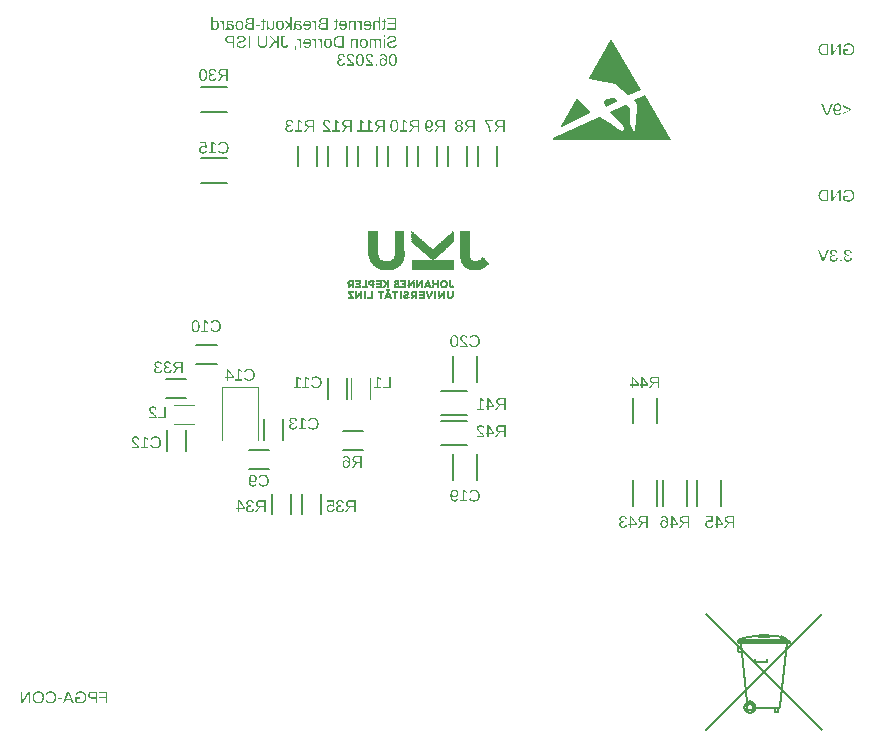
<source format=gbr>
G04 EAGLE Gerber RS-274X export*
G75*
%MOMM*%
%FSLAX34Y34*%
%LPD*%
%INSilkscreen Bottom*%
%IPPOS*%
%AMOC8*
5,1,8,0,0,1.08239X$1,22.5*%
G01*
G04 Define Apertures*
%ADD10R,0.106675X0.015238*%
%ADD11R,0.076200X0.015238*%
%ADD12R,0.228600X0.015238*%
%ADD13R,0.137156X0.015238*%
%ADD14R,0.121919X0.015238*%
%ADD15R,0.472438X0.015238*%
%ADD16R,0.152400X0.015238*%
%ADD17R,0.137162X0.015238*%
%ADD18R,0.426719X0.015238*%
%ADD19R,0.106681X0.015238*%
%ADD20R,0.518156X0.015238*%
%ADD21R,0.289556X0.015238*%
%ADD22R,0.304800X0.015238*%
%ADD23R,0.350519X0.015238*%
%ADD24R,0.381000X0.015238*%
%ADD25R,0.167637X0.015238*%
%ADD26R,0.396238X0.015238*%
%ADD27R,0.411475X0.015238*%
%ADD28R,0.441956X0.015238*%
%ADD29R,0.182881X0.015238*%
%ADD30R,0.182875X0.015238*%
%ADD31R,0.457200X0.015238*%
%ADD32R,0.198119X0.015238*%
%ADD33R,0.213356X0.015238*%
%ADD34R,0.213363X0.015238*%
%ADD35R,0.243838X0.015238*%
%ADD36R,0.030481X0.015238*%
%ADD37R,0.259081X0.015238*%
%ADD38R,0.487681X0.015238*%
%ADD39R,0.274319X0.015238*%
%ADD40R,0.320038X0.015238*%
%ADD41R,0.335281X0.015238*%
%ADD42R,0.259075X0.015238*%
%ADD43R,0.015238X0.015238*%
%ADD44R,0.045719X0.015238*%
%ADD45R,0.487675X0.015238*%
%ADD46R,0.502919X0.015238*%
%ADD47R,0.365756X0.015238*%
%ADD48R,0.335275X0.015238*%
%ADD49R,0.411481X0.015238*%
%ADD50R,0.091438X0.015238*%
%ADD51R,0.060956X0.015238*%
%ADD52R,0.030475X0.015238*%
%ADD53R,0.365762X0.015238*%
%ADD54R,0.655319X0.015238*%
%ADD55R,0.670556X0.015238*%
%ADD56R,0.822956X0.015238*%
%ADD57R,3.535681X0.015238*%
%ADD58R,0.975356X0.015238*%
%ADD59R,0.914400X0.015238*%
%ADD60R,1.082037X0.015238*%
%ADD61R,1.005837X0.015238*%
%ADD62R,1.188719X0.015238*%
%ADD63R,1.097275X0.015238*%
%ADD64R,1.280156X0.015238*%
%ADD65R,1.371600X0.015238*%
%ADD66R,1.249675X0.015238*%
%ADD67R,1.447800X0.015238*%
%ADD68R,1.310638X0.015238*%
%ADD69R,1.508756X0.015238*%
%ADD70R,1.584956X0.015238*%
%ADD71R,1.432556X0.015238*%
%ADD72R,1.645919X0.015238*%
%ADD73R,1.478281X0.015238*%
%ADD74R,1.691638X0.015238*%
%ADD75R,1.539238X0.015238*%
%ADD76R,1.752600X0.015238*%
%ADD77R,1.813556X0.015238*%
%ADD78R,1.630681X0.015238*%
%ADD79R,1.844037X0.015238*%
%ADD80R,1.676400X0.015238*%
%ADD81R,1.905000X0.015238*%
%ADD82R,1.706875X0.015238*%
%ADD83R,1.935481X0.015238*%
%ADD84R,1.996438X0.015238*%
%ADD85R,1.798319X0.015238*%
%ADD86R,2.026919X0.015238*%
%ADD87R,1.828800X0.015238*%
%ADD88R,2.057400X0.015238*%
%ADD89R,1.859275X0.015238*%
%ADD90R,2.103119X0.015238*%
%ADD91R,1.889756X0.015238*%
%ADD92R,2.148837X0.015238*%
%ADD93R,2.179319X0.015238*%
%ADD94R,1.965956X0.015238*%
%ADD95R,2.209800X0.015238*%
%ADD96R,1.981200X0.015238*%
%ADD97R,2.240281X0.015238*%
%ADD98R,2.011681X0.015238*%
%ADD99R,2.270756X0.015238*%
%ADD100R,2.042156X0.015238*%
%ADD101R,2.301238X0.015238*%
%ADD102R,2.072637X0.015238*%
%ADD103R,2.331719X0.015238*%
%ADD104R,2.362200X0.015238*%
%ADD105R,2.118356X0.015238*%
%ADD106R,2.392681X0.015238*%
%ADD107R,2.423156X0.015238*%
%ADD108R,2.194562X0.015238*%
%ADD109R,2.453638X0.015238*%
%ADD110R,2.484119X0.015238*%
%ADD111R,2.225038X0.015238*%
%ADD112R,2.499356X0.015238*%
%ADD113R,2.514600X0.015238*%
%ADD114R,2.545081X0.015238*%
%ADD115R,2.575556X0.015238*%
%ADD116R,2.194556X0.015238*%
%ADD117R,2.606038X0.015238*%
%ADD118R,2.636519X0.015238*%
%ADD119R,2.667000X0.015238*%
%ADD120R,2.164075X0.015238*%
%ADD121R,2.697481X0.015238*%
%ADD122R,0.883919X0.015238*%
%ADD123R,1.112519X0.015238*%
%ADD124R,1.203956X0.015238*%
%ADD125R,0.792481X0.015238*%
%ADD126R,1.021075X0.015238*%
%ADD127R,1.127756X0.015238*%
%ADD128R,0.731519X0.015238*%
%ADD129R,0.990600X0.015238*%
%ADD130R,1.097281X0.015238*%
%ADD131R,0.960119X0.015238*%
%ADD132R,1.051562X0.015238*%
%ADD133R,1.036319X0.015238*%
%ADD134R,0.624838X0.015238*%
%ADD135R,0.929638X0.015238*%
%ADD136R,1.021081X0.015238*%
%ADD137R,0.579119X0.015238*%
%ADD138R,0.533400X0.015238*%
%ADD139R,0.944875X0.015238*%
%ADD140R,0.944881X0.015238*%
%ADD141R,0.868681X0.015238*%
%ADD142R,0.853438X0.015238*%
%ADD143R,0.899163X0.015238*%
%ADD144R,0.838200X0.015238*%
%ADD145R,0.899156X0.015238*%
%ADD146R,0.868675X0.015238*%
%ADD147R,0.807719X0.015238*%
%ADD148R,0.563881X0.015238*%
%ADD149R,0.609600X0.015238*%
%ADD150R,0.640081X0.015238*%
%ADD151R,0.792475X0.015238*%
%ADD152R,0.701037X0.015238*%
%ADD153R,0.777238X0.015238*%
%ADD154R,1.066800X0.015238*%
%ADD155R,1.158238X0.015238*%
%ADD156R,1.249681X0.015238*%
%ADD157R,1.341119X0.015238*%
%ADD158R,0.762000X0.015238*%
%ADD159R,1.417319X0.015238*%
%ADD160R,1.463037X0.015238*%
%ADD161R,1.493519X0.015238*%
%ADD162R,1.524000X0.015238*%
%ADD163R,1.554481X0.015238*%
%ADD164R,1.706881X0.015238*%
%ADD165R,1.737356X0.015238*%
%ADD166R,1.767838X0.015238*%
%ADD167R,1.920238X0.015238*%
%ADD168R,1.950719X0.015238*%
%ADD169R,2.133600X0.015238*%
%ADD170R,2.164081X0.015238*%
%ADD171R,1.051556X0.015238*%
%ADD172R,0.975363X0.015238*%
%ADD173R,0.822963X0.015238*%
%ADD174R,0.746762X0.015238*%
%ADD175R,0.716281X0.015238*%
%ADD176R,0.685800X0.015238*%
%ADD177R,0.594363X0.015238*%
%ADD178R,0.594356X0.015238*%
%ADD179R,0.548638X0.015238*%
%ADD180R,0.518162X0.015238*%
%ADD181R,0.441963X0.015238*%
%ADD182R,0.289563X0.015238*%
%ADD183R,0.060963X0.015238*%
%ADD184C,0.127000*%
%ADD185C,0.120000*%
%ADD186C,0.144800*%
G36*
X35526Y60185D02*
X35156Y60195D01*
X34798Y60224D01*
X34453Y60273D01*
X34120Y60341D01*
X33799Y60428D01*
X33492Y60536D01*
X33196Y60662D01*
X32913Y60808D01*
X32645Y60973D01*
X32392Y61154D01*
X32156Y61352D01*
X31935Y61566D01*
X31731Y61798D01*
X31543Y62047D01*
X31371Y62312D01*
X31215Y62594D01*
X31076Y62891D01*
X30956Y63200D01*
X30854Y63520D01*
X30771Y63853D01*
X30706Y64198D01*
X30660Y64555D01*
X30632Y64924D01*
X30623Y65305D01*
X30632Y65687D01*
X30660Y66056D01*
X30705Y66413D01*
X30769Y66756D01*
X30852Y67087D01*
X30952Y67405D01*
X31071Y67709D01*
X31208Y68001D01*
X31362Y68278D01*
X31533Y68538D01*
X31720Y68781D01*
X31923Y69007D01*
X32143Y69216D01*
X32379Y69408D01*
X32631Y69583D01*
X32899Y69742D01*
X33182Y69882D01*
X33478Y70004D01*
X33785Y70106D01*
X34106Y70191D01*
X34439Y70256D01*
X34784Y70303D01*
X35142Y70331D01*
X35512Y70340D01*
X36074Y70320D01*
X36604Y70257D01*
X37102Y70153D01*
X37569Y70007D01*
X38004Y69819D01*
X38407Y69590D01*
X38779Y69319D01*
X39119Y69006D01*
X39422Y68656D01*
X39686Y68275D01*
X39908Y67860D01*
X40090Y67414D01*
X40232Y66935D01*
X40333Y66424D01*
X40394Y65880D01*
X40414Y65305D01*
X40405Y64922D01*
X40378Y64552D01*
X40333Y64193D01*
X40269Y63847D01*
X40187Y63513D01*
X40087Y63191D01*
X39969Y62881D01*
X39833Y62584D01*
X39680Y62301D01*
X39510Y62035D01*
X39324Y61786D01*
X39121Y61555D01*
X38903Y61341D01*
X38668Y61144D01*
X38416Y60964D01*
X38149Y60801D01*
X37866Y60657D01*
X37571Y60532D01*
X37263Y60426D01*
X36941Y60339D01*
X36607Y60272D01*
X36260Y60223D01*
X35899Y60195D01*
X35526Y60185D01*
G37*
%LPC*%
G36*
X35526Y61271D02*
X35929Y61288D01*
X36310Y61339D01*
X36669Y61424D01*
X37004Y61543D01*
X37317Y61696D01*
X37608Y61883D01*
X37876Y62104D01*
X38121Y62360D01*
X38340Y62644D01*
X38530Y62952D01*
X38690Y63284D01*
X38822Y63640D01*
X38924Y64021D01*
X38997Y64425D01*
X39041Y64853D01*
X39056Y65305D01*
X39041Y65759D01*
X38998Y66188D01*
X38926Y66590D01*
X38825Y66966D01*
X38695Y67317D01*
X38536Y67641D01*
X38348Y67939D01*
X38131Y68211D01*
X37888Y68454D01*
X37621Y68665D01*
X37329Y68843D01*
X37014Y68989D01*
X36675Y69102D01*
X36311Y69183D01*
X35923Y69232D01*
X35512Y69248D01*
X35103Y69231D01*
X34719Y69182D01*
X34358Y69100D01*
X34021Y68985D01*
X33707Y68837D01*
X33418Y68657D01*
X33152Y68443D01*
X32910Y68197D01*
X32694Y67922D01*
X32507Y67623D01*
X32349Y67298D01*
X32219Y66949D01*
X32118Y66575D01*
X32046Y66176D01*
X32003Y65753D01*
X31989Y65305D01*
X32003Y64837D01*
X32046Y64396D01*
X32117Y63983D01*
X32217Y63597D01*
X32346Y63238D01*
X32503Y62906D01*
X32689Y62602D01*
X32903Y62325D01*
X33144Y62078D01*
X33410Y61863D01*
X33700Y61682D01*
X34016Y61534D01*
X34356Y61419D01*
X34721Y61336D01*
X35111Y61287D01*
X35526Y61271D01*
G37*
%LPD*%
G36*
X85323Y60325D02*
X83986Y60325D01*
X83986Y64170D01*
X81086Y64170D01*
X80704Y64183D01*
X80343Y64222D01*
X80002Y64286D01*
X79681Y64377D01*
X79381Y64493D01*
X79101Y64635D01*
X78842Y64803D01*
X78603Y64997D01*
X78389Y65212D01*
X78203Y65446D01*
X78046Y65697D01*
X77918Y65967D01*
X77818Y66254D01*
X77746Y66559D01*
X77704Y66883D01*
X77689Y67224D01*
X77703Y67567D01*
X77746Y67891D01*
X77817Y68195D01*
X77917Y68479D01*
X78045Y68743D01*
X78201Y68987D01*
X78386Y69212D01*
X78600Y69416D01*
X78839Y69598D01*
X79102Y69756D01*
X79388Y69890D01*
X79698Y69999D01*
X80031Y70084D01*
X80387Y70145D01*
X80767Y70181D01*
X81170Y70193D01*
X85323Y70193D01*
X85323Y60325D01*
G37*
%LPC*%
G36*
X83986Y65228D02*
X83986Y69122D01*
X81331Y69122D01*
X81053Y69114D01*
X80793Y69092D01*
X80551Y69055D01*
X80326Y69002D01*
X80120Y68935D01*
X79931Y68853D01*
X79761Y68756D01*
X79608Y68644D01*
X79474Y68517D01*
X79357Y68375D01*
X79258Y68218D01*
X79178Y68046D01*
X79115Y67860D01*
X79070Y67658D01*
X79043Y67441D01*
X79034Y67210D01*
X79043Y66970D01*
X79069Y66745D01*
X79113Y66536D01*
X79174Y66343D01*
X79253Y66164D01*
X79349Y66002D01*
X79463Y65855D01*
X79594Y65723D01*
X79743Y65607D01*
X79909Y65506D01*
X80093Y65421D01*
X80295Y65352D01*
X80514Y65297D01*
X80750Y65259D01*
X81004Y65235D01*
X81275Y65228D01*
X83986Y65228D01*
G37*
%LPD*%
G36*
X57608Y60325D02*
X56242Y60325D01*
X60206Y70193D01*
X61726Y70193D01*
X65753Y60325D01*
X64367Y60325D01*
X63232Y63211D01*
X58735Y63211D01*
X57608Y60325D01*
G37*
%LPC*%
G36*
X62826Y64254D02*
X61565Y67497D01*
X61264Y68325D01*
X61047Y68989D01*
X60984Y69185D01*
X60795Y68603D01*
X60598Y68026D01*
X60402Y67511D01*
X59135Y64254D01*
X62826Y64254D01*
G37*
%LPD*%
G36*
X22328Y60325D02*
X20717Y60325D01*
X20717Y70193D01*
X21922Y70193D01*
X21922Y63722D01*
X21901Y62916D01*
X21838Y61733D01*
X27175Y70193D01*
X28730Y70193D01*
X28730Y60325D01*
X27539Y60325D01*
X27539Y66881D01*
X27574Y68050D01*
X27609Y68730D01*
X22328Y60325D01*
G37*
G36*
X71243Y60185D02*
X70914Y60192D01*
X70590Y60212D01*
X70273Y60247D01*
X69961Y60294D01*
X69655Y60356D01*
X69356Y60431D01*
X69062Y60520D01*
X68775Y60623D01*
X68228Y60864D01*
X67725Y61151D01*
X67266Y61482D01*
X66852Y61859D01*
X66852Y65263D01*
X71033Y65263D01*
X71033Y64142D01*
X68085Y64142D01*
X68085Y62363D01*
X68364Y62124D01*
X68683Y61911D01*
X69041Y61725D01*
X69440Y61565D01*
X69867Y61436D01*
X70309Y61344D01*
X70768Y61289D01*
X71243Y61271D01*
X71656Y61287D01*
X72045Y61338D01*
X72411Y61423D01*
X72755Y61541D01*
X73075Y61693D01*
X73372Y61879D01*
X73647Y62099D01*
X73898Y62353D01*
X74123Y62635D01*
X74318Y62943D01*
X74483Y63275D01*
X74618Y63632D01*
X74722Y64013D01*
X74797Y64419D01*
X74842Y64849D01*
X74857Y65305D01*
X74843Y65761D01*
X74801Y66190D01*
X74730Y66594D01*
X74632Y66971D01*
X74504Y67321D01*
X74349Y67645D01*
X74166Y67943D01*
X73954Y68215D01*
X73715Y68457D01*
X73452Y68667D01*
X73163Y68844D01*
X72849Y68990D01*
X72510Y69103D01*
X72146Y69183D01*
X71756Y69232D01*
X71342Y69248D01*
X71072Y69242D01*
X70814Y69224D01*
X70568Y69194D01*
X70332Y69152D01*
X70108Y69097D01*
X69895Y69031D01*
X69693Y68953D01*
X69503Y68863D01*
X69323Y68759D01*
X69153Y68642D01*
X68994Y68510D01*
X68844Y68364D01*
X68704Y68203D01*
X68574Y68029D01*
X68344Y67637D01*
X67069Y68015D01*
X67215Y68309D01*
X67375Y68583D01*
X67550Y68836D01*
X67740Y69067D01*
X67944Y69279D01*
X68163Y69469D01*
X68397Y69638D01*
X68645Y69787D01*
X68910Y69917D01*
X69195Y70029D01*
X69499Y70124D01*
X69822Y70202D01*
X70164Y70263D01*
X70526Y70306D01*
X70906Y70332D01*
X71306Y70340D01*
X71873Y70320D01*
X72407Y70258D01*
X72909Y70155D01*
X73378Y70011D01*
X73814Y69826D01*
X74218Y69600D01*
X74589Y69332D01*
X74927Y69024D01*
X75229Y68678D01*
X75491Y68297D01*
X75713Y67884D01*
X75894Y67436D01*
X76035Y66954D01*
X76136Y66438D01*
X76196Y65888D01*
X76216Y65305D01*
X76207Y64919D01*
X76179Y64546D01*
X76133Y64186D01*
X76068Y63838D01*
X75985Y63504D01*
X75883Y63182D01*
X75763Y62873D01*
X75624Y62577D01*
X75468Y62295D01*
X75295Y62031D01*
X75106Y61784D01*
X74900Y61553D01*
X74678Y61340D01*
X74439Y61143D01*
X74184Y60964D01*
X73912Y60801D01*
X73625Y60657D01*
X73325Y60532D01*
X73011Y60426D01*
X72684Y60339D01*
X72344Y60272D01*
X71991Y60223D01*
X71624Y60195D01*
X71243Y60185D01*
G37*
G36*
X45898Y60185D02*
X45539Y60195D01*
X45191Y60227D01*
X44855Y60279D01*
X44529Y60351D01*
X44215Y60445D01*
X43911Y60559D01*
X43619Y60694D01*
X43338Y60850D01*
X43070Y61026D01*
X42817Y61221D01*
X42580Y61435D01*
X42358Y61668D01*
X42152Y61920D01*
X41961Y62191D01*
X41785Y62481D01*
X41625Y62790D01*
X42718Y63337D01*
X42995Y62856D01*
X43304Y62439D01*
X43471Y62254D01*
X43645Y62086D01*
X43828Y61934D01*
X44019Y61798D01*
X44218Y61677D01*
X44424Y61573D01*
X44639Y61485D01*
X44862Y61413D01*
X45093Y61357D01*
X45332Y61317D01*
X45579Y61293D01*
X45835Y61285D01*
X46229Y61302D01*
X46602Y61353D01*
X46954Y61440D01*
X47285Y61560D01*
X47596Y61715D01*
X47885Y61905D01*
X48154Y62129D01*
X48401Y62388D01*
X48624Y62674D01*
X48817Y62984D01*
X48980Y63315D01*
X49113Y63668D01*
X49217Y64044D01*
X49291Y64442D01*
X49336Y64862D01*
X49350Y65305D01*
X49336Y65751D01*
X49293Y66173D01*
X49222Y66571D01*
X49123Y66944D01*
X48995Y67293D01*
X48838Y67618D01*
X48653Y67918D01*
X48440Y68194D01*
X48201Y68441D01*
X47939Y68655D01*
X47655Y68836D01*
X47347Y68984D01*
X47017Y69100D01*
X46664Y69182D01*
X46289Y69231D01*
X45891Y69248D01*
X45634Y69241D01*
X45386Y69219D01*
X45148Y69184D01*
X44918Y69134D01*
X44697Y69070D01*
X44485Y68992D01*
X44281Y68899D01*
X44087Y68793D01*
X43904Y68672D01*
X43733Y68540D01*
X43576Y68394D01*
X43431Y68236D01*
X43300Y68065D01*
X43182Y67881D01*
X43076Y67685D01*
X42984Y67476D01*
X41716Y67896D01*
X41849Y68190D01*
X42000Y68465D01*
X42168Y68721D01*
X42354Y68959D01*
X42557Y69178D01*
X42777Y69379D01*
X43015Y69561D01*
X43271Y69724D01*
X43544Y69869D01*
X43832Y69994D01*
X44137Y70100D01*
X44458Y70186D01*
X44796Y70254D01*
X45149Y70302D01*
X45519Y70331D01*
X45905Y70340D01*
X46453Y70320D01*
X46971Y70257D01*
X47458Y70152D01*
X47915Y70006D01*
X48341Y69818D01*
X48736Y69588D01*
X49100Y69316D01*
X49434Y69003D01*
X49733Y68652D01*
X49992Y68270D01*
X50211Y67856D01*
X50390Y67409D01*
X50530Y66931D01*
X50629Y66421D01*
X50689Y65879D01*
X50709Y65305D01*
X50700Y64917D01*
X50673Y64543D01*
X50629Y64182D01*
X50566Y63835D01*
X50486Y63500D01*
X50388Y63179D01*
X50272Y62871D01*
X50138Y62577D01*
X49988Y62297D01*
X49821Y62034D01*
X49637Y61787D01*
X49438Y61558D01*
X49222Y61344D01*
X48991Y61148D01*
X48743Y60968D01*
X48478Y60805D01*
X48200Y60659D01*
X47909Y60534D01*
X47605Y60427D01*
X47289Y60340D01*
X46960Y60272D01*
X46618Y60224D01*
X46264Y60195D01*
X45898Y60185D01*
G37*
G36*
X94073Y60325D02*
X92736Y60325D01*
X92736Y64324D01*
X87231Y64324D01*
X87231Y65431D01*
X92736Y65431D01*
X92736Y69101D01*
X87063Y69101D01*
X87063Y70193D01*
X94073Y70193D01*
X94073Y60325D01*
G37*
G36*
X55581Y63575D02*
X52080Y63575D01*
X52080Y64695D01*
X55581Y64695D01*
X55581Y63575D01*
G37*
G36*
X293923Y615315D02*
X290232Y615315D01*
X289880Y615325D01*
X289539Y615353D01*
X289208Y615401D01*
X288888Y615467D01*
X288578Y615553D01*
X288278Y615658D01*
X287989Y615782D01*
X287711Y615924D01*
X287446Y616085D01*
X287196Y616262D01*
X286962Y616457D01*
X286743Y616668D01*
X286540Y616895D01*
X286352Y617140D01*
X286180Y617401D01*
X286023Y617679D01*
X285884Y617971D01*
X285763Y618275D01*
X285660Y618591D01*
X285577Y618919D01*
X285512Y619259D01*
X285465Y619611D01*
X285437Y619975D01*
X285428Y620351D01*
X285449Y620914D01*
X285513Y621444D01*
X285619Y621940D01*
X285768Y622404D01*
X285960Y622834D01*
X286194Y623231D01*
X286471Y623595D01*
X286790Y623926D01*
X287148Y624221D01*
X287543Y624476D01*
X287973Y624692D01*
X288439Y624869D01*
X288940Y625007D01*
X289478Y625105D01*
X290051Y625164D01*
X290660Y625183D01*
X293923Y625183D01*
X293923Y615315D01*
G37*
%LPC*%
G36*
X292586Y616387D02*
X292586Y624112D01*
X290688Y624112D01*
X290225Y624097D01*
X289791Y624052D01*
X289385Y623976D01*
X289008Y623871D01*
X288658Y623736D01*
X288336Y623570D01*
X288043Y623374D01*
X287778Y623149D01*
X287542Y622894D01*
X287338Y622613D01*
X287165Y622304D01*
X287024Y621968D01*
X286914Y621604D01*
X286835Y621214D01*
X286788Y620796D01*
X286773Y620351D01*
X286779Y620051D01*
X286800Y619762D01*
X286835Y619482D01*
X286883Y619213D01*
X286945Y618953D01*
X287021Y618704D01*
X287110Y618465D01*
X287214Y618236D01*
X287330Y618018D01*
X287458Y617814D01*
X287598Y617622D01*
X287750Y617444D01*
X287914Y617279D01*
X288090Y617127D01*
X288278Y616988D01*
X288478Y616863D01*
X288688Y616751D01*
X288906Y616654D01*
X289132Y616573D01*
X289367Y616506D01*
X289609Y616454D01*
X289860Y616416D01*
X290119Y616394D01*
X290386Y616387D01*
X292586Y616387D01*
G37*
%LPD*%
G36*
X218173Y630555D02*
X214167Y630555D01*
X213752Y630566D01*
X213360Y630601D01*
X212991Y630658D01*
X212646Y630738D01*
X212324Y630841D01*
X212025Y630967D01*
X211750Y631115D01*
X211499Y631287D01*
X211274Y631479D01*
X211079Y631689D01*
X210914Y631918D01*
X210779Y632165D01*
X210674Y632430D01*
X210599Y632714D01*
X210554Y633015D01*
X210539Y633336D01*
X210549Y633577D01*
X210579Y633808D01*
X210629Y634028D01*
X210699Y634238D01*
X210788Y634437D01*
X210898Y634626D01*
X211027Y634804D01*
X211177Y634971D01*
X211267Y635054D01*
X211344Y635125D01*
X211529Y635263D01*
X211730Y635385D01*
X211949Y635492D01*
X212184Y635582D01*
X212436Y635657D01*
X212705Y635716D01*
X212991Y635759D01*
X212773Y635816D01*
X212568Y635885D01*
X212375Y635966D01*
X212196Y636060D01*
X212029Y636166D01*
X211874Y636284D01*
X211812Y636341D01*
X211733Y636415D01*
X211604Y636557D01*
X211489Y636710D01*
X211389Y636872D01*
X211305Y637043D01*
X211236Y637223D01*
X211183Y637411D01*
X211144Y637608D01*
X211121Y637814D01*
X211114Y638028D01*
X211127Y638318D01*
X211168Y638589D01*
X211236Y638842D01*
X211331Y639076D01*
X211453Y639291D01*
X211602Y639488D01*
X211779Y639665D01*
X211982Y639825D01*
X212213Y639965D01*
X212471Y640086D01*
X212756Y640189D01*
X213068Y640274D01*
X213407Y640339D01*
X213773Y640386D01*
X214167Y640414D01*
X214587Y640423D01*
X218173Y640423D01*
X218173Y630555D01*
G37*
%LPC*%
G36*
X216836Y631627D02*
X216836Y635185D01*
X214342Y635185D01*
X214045Y635178D01*
X213768Y635157D01*
X213509Y635123D01*
X213270Y635076D01*
X213050Y635014D01*
X212849Y634939D01*
X212667Y634851D01*
X212504Y634749D01*
X212360Y634633D01*
X212236Y634503D01*
X212130Y634360D01*
X212044Y634204D01*
X211977Y634033D01*
X211929Y633849D01*
X211901Y633652D01*
X211891Y633441D01*
X211900Y633222D01*
X211926Y633017D01*
X211970Y632826D01*
X212031Y632649D01*
X212110Y632486D01*
X212206Y632337D01*
X212320Y632203D01*
X212451Y632082D01*
X212602Y631975D01*
X212773Y631883D01*
X212965Y631804D01*
X213178Y631740D01*
X213412Y631691D01*
X213666Y631655D01*
X213941Y631634D01*
X214237Y631627D01*
X216836Y631627D01*
G37*
G36*
X216836Y636228D02*
X216836Y639352D01*
X214587Y639352D01*
X214100Y639330D01*
X213673Y639266D01*
X213483Y639218D01*
X213308Y639159D01*
X213149Y639089D01*
X213005Y639009D01*
X212877Y638916D01*
X212766Y638809D01*
X212672Y638687D01*
X212595Y638552D01*
X212535Y638402D01*
X212492Y638238D01*
X212467Y638059D01*
X212458Y637867D01*
X212467Y637665D01*
X212491Y637477D01*
X212533Y637302D01*
X212591Y637141D01*
X212665Y636993D01*
X212756Y636859D01*
X212863Y636738D01*
X212987Y636631D01*
X213128Y636536D01*
X213285Y636455D01*
X213460Y636385D01*
X213652Y636329D01*
X213860Y636285D01*
X214086Y636253D01*
X214328Y636234D01*
X214587Y636228D01*
X216836Y636228D01*
G37*
%LPD*%
G36*
X280361Y630555D02*
X276355Y630555D01*
X275939Y630566D01*
X275547Y630601D01*
X275178Y630658D01*
X274833Y630738D01*
X274511Y630841D01*
X274213Y630967D01*
X273938Y631115D01*
X273686Y631287D01*
X273461Y631479D01*
X273266Y631689D01*
X273102Y631918D01*
X272967Y632165D01*
X272862Y632430D01*
X272787Y632714D01*
X272742Y633015D01*
X272727Y633336D01*
X272737Y633577D01*
X272767Y633808D01*
X272816Y634028D01*
X272886Y634238D01*
X272976Y634437D01*
X273085Y634626D01*
X273215Y634804D01*
X273364Y634971D01*
X273454Y635054D01*
X273532Y635125D01*
X273716Y635263D01*
X273918Y635385D01*
X274136Y635492D01*
X274371Y635582D01*
X274623Y635657D01*
X274892Y635716D01*
X275178Y635759D01*
X274960Y635816D01*
X274755Y635885D01*
X274563Y635966D01*
X274383Y636060D01*
X274216Y636166D01*
X274062Y636284D01*
X274000Y636341D01*
X273920Y636415D01*
X273791Y636557D01*
X273676Y636710D01*
X273577Y636872D01*
X273493Y637043D01*
X273424Y637223D01*
X273370Y637411D01*
X273332Y637608D01*
X273309Y637814D01*
X273301Y638028D01*
X273315Y638318D01*
X273355Y638589D01*
X273423Y638842D01*
X273518Y639076D01*
X273640Y639291D01*
X273790Y639488D01*
X273966Y639665D01*
X274170Y639825D01*
X274400Y639965D01*
X274658Y640086D01*
X274943Y640189D01*
X275255Y640274D01*
X275594Y640339D01*
X275961Y640386D01*
X276354Y640414D01*
X276775Y640423D01*
X280361Y640423D01*
X280361Y630555D01*
G37*
%LPC*%
G36*
X279023Y631627D02*
X279023Y635185D01*
X276530Y635185D01*
X276233Y635178D01*
X275955Y635157D01*
X275697Y635123D01*
X275457Y635076D01*
X275237Y635014D01*
X275036Y634939D01*
X274854Y634851D01*
X274691Y634749D01*
X274548Y634633D01*
X274423Y634503D01*
X274318Y634360D01*
X274232Y634204D01*
X274165Y634033D01*
X274117Y633849D01*
X274088Y633652D01*
X274079Y633441D01*
X274087Y633222D01*
X274114Y633017D01*
X274157Y632826D01*
X274219Y632649D01*
X274297Y632486D01*
X274394Y632337D01*
X274507Y632203D01*
X274639Y632082D01*
X274789Y631975D01*
X274961Y631883D01*
X275153Y631804D01*
X275365Y631740D01*
X275599Y631691D01*
X275854Y631655D01*
X276129Y631634D01*
X276425Y631627D01*
X279023Y631627D01*
G37*
G36*
X279023Y636228D02*
X279023Y639352D01*
X276775Y639352D01*
X276287Y639330D01*
X275861Y639266D01*
X275671Y639218D01*
X275496Y639159D01*
X275336Y639089D01*
X275192Y639009D01*
X275064Y638916D01*
X274953Y638809D01*
X274859Y638687D01*
X274782Y638552D01*
X274723Y638402D01*
X274680Y638238D01*
X274654Y638059D01*
X274646Y637867D01*
X274654Y637665D01*
X274679Y637477D01*
X274720Y637302D01*
X274778Y637141D01*
X274852Y636993D01*
X274943Y636859D01*
X275051Y636738D01*
X275175Y636631D01*
X275315Y636536D01*
X275473Y636455D01*
X275648Y636385D01*
X275839Y636329D01*
X276048Y636285D01*
X276273Y636253D01*
X276516Y636234D01*
X276775Y636228D01*
X279023Y636228D01*
G37*
%LPD*%
G36*
X307848Y599935D02*
X307435Y599955D01*
X307049Y600016D01*
X306688Y600118D01*
X306353Y600261D01*
X306044Y600444D01*
X305762Y600668D01*
X305505Y600932D01*
X305274Y601238D01*
X305069Y601582D01*
X304892Y601962D01*
X304742Y602379D01*
X304620Y602833D01*
X304524Y603323D01*
X304456Y603850D01*
X304415Y604413D01*
X304402Y605013D01*
X304415Y605622D01*
X304454Y606193D01*
X304518Y606725D01*
X304609Y607219D01*
X304726Y607674D01*
X304869Y608091D01*
X305037Y608469D01*
X305232Y608809D01*
X305453Y609109D01*
X305704Y609369D01*
X305983Y609590D01*
X306290Y609770D01*
X306626Y609910D01*
X306991Y610010D01*
X307384Y610070D01*
X307806Y610090D01*
X308239Y610071D01*
X308642Y610011D01*
X309015Y609912D01*
X309358Y609773D01*
X309671Y609595D01*
X309953Y609377D01*
X310206Y609120D01*
X310429Y608823D01*
X310623Y608486D01*
X310792Y608109D01*
X310934Y607693D01*
X311051Y607236D01*
X311142Y606740D01*
X311207Y606204D01*
X311246Y605628D01*
X311258Y605013D01*
X311245Y604410D01*
X311205Y603844D01*
X311138Y603315D01*
X311045Y602824D01*
X310925Y602370D01*
X310778Y601953D01*
X310604Y601573D01*
X310404Y601231D01*
X310177Y600927D01*
X309924Y600664D01*
X309644Y600441D01*
X309338Y600259D01*
X309005Y600117D01*
X308646Y600016D01*
X308260Y599955D01*
X307848Y599935D01*
G37*
%LPC*%
G36*
X307834Y600964D02*
X308104Y600980D01*
X308356Y601025D01*
X308589Y601101D01*
X308803Y601208D01*
X308998Y601345D01*
X309174Y601512D01*
X309331Y601710D01*
X309469Y601938D01*
X309590Y602199D01*
X309694Y602495D01*
X309783Y602827D01*
X309855Y603193D01*
X309911Y603595D01*
X309952Y604033D01*
X309976Y604505D01*
X309984Y605013D01*
X309976Y605535D01*
X309952Y606019D01*
X309912Y606464D01*
X309857Y606872D01*
X309785Y607242D01*
X309698Y607573D01*
X309595Y607867D01*
X309476Y608122D01*
X309339Y608344D01*
X309181Y608536D01*
X309003Y608699D01*
X308805Y608831D01*
X308585Y608935D01*
X308346Y609009D01*
X308086Y609053D01*
X307806Y609068D01*
X307532Y609053D01*
X307278Y609008D01*
X307045Y608933D01*
X306831Y608828D01*
X306638Y608693D01*
X306464Y608528D01*
X306311Y608333D01*
X306177Y608108D01*
X306062Y607850D01*
X305961Y607555D01*
X305876Y607223D01*
X305807Y606855D01*
X305753Y606449D01*
X305714Y606007D01*
X305691Y605528D01*
X305683Y605013D01*
X305692Y604515D01*
X305716Y604050D01*
X305756Y603618D01*
X305813Y603220D01*
X305886Y602855D01*
X305975Y602523D01*
X306080Y602224D01*
X306202Y601959D01*
X306341Y601726D01*
X306498Y601524D01*
X306674Y601353D01*
X306869Y601213D01*
X307082Y601104D01*
X307314Y601027D01*
X307565Y600980D01*
X307834Y600964D01*
G37*
%LPD*%
G36*
X335754Y599935D02*
X335341Y599955D01*
X334955Y600016D01*
X334594Y600118D01*
X334259Y600261D01*
X333951Y600444D01*
X333668Y600668D01*
X333411Y600932D01*
X333180Y601238D01*
X332976Y601582D01*
X332799Y601962D01*
X332649Y602379D01*
X332526Y602833D01*
X332431Y603323D01*
X332363Y603850D01*
X332322Y604413D01*
X332308Y605013D01*
X332321Y605622D01*
X332360Y606193D01*
X332425Y606725D01*
X332516Y607219D01*
X332632Y607674D01*
X332775Y608091D01*
X332943Y608469D01*
X333138Y608809D01*
X333360Y609109D01*
X333610Y609369D01*
X333889Y609590D01*
X334196Y609770D01*
X334532Y609910D01*
X334897Y610010D01*
X335290Y610070D01*
X335712Y610090D01*
X336145Y610071D01*
X336548Y610011D01*
X336921Y609912D01*
X337264Y609773D01*
X337577Y609595D01*
X337860Y609377D01*
X338112Y609120D01*
X338335Y608823D01*
X338529Y608486D01*
X338698Y608109D01*
X338841Y607693D01*
X338957Y607236D01*
X339048Y606740D01*
X339113Y606204D01*
X339152Y605628D01*
X339165Y605013D01*
X339151Y604410D01*
X339111Y603844D01*
X339045Y603315D01*
X338951Y602824D01*
X338831Y602370D01*
X338684Y601953D01*
X338511Y601573D01*
X338310Y601231D01*
X338083Y600927D01*
X337830Y600664D01*
X337550Y600441D01*
X337244Y600259D01*
X336911Y600117D01*
X336552Y600016D01*
X336166Y599955D01*
X335754Y599935D01*
G37*
%LPC*%
G36*
X335740Y600964D02*
X336011Y600980D01*
X336262Y601025D01*
X336495Y601101D01*
X336709Y601208D01*
X336904Y601345D01*
X337080Y601512D01*
X337237Y601710D01*
X337375Y601938D01*
X337496Y602199D01*
X337600Y602495D01*
X337689Y602827D01*
X337761Y603193D01*
X337818Y603595D01*
X337858Y604033D01*
X337882Y604505D01*
X337890Y605013D01*
X337882Y605535D01*
X337858Y606019D01*
X337819Y606464D01*
X337763Y606872D01*
X337692Y607242D01*
X337604Y607573D01*
X337501Y607867D01*
X337382Y608122D01*
X337245Y608344D01*
X337087Y608536D01*
X336909Y608699D01*
X336711Y608831D01*
X336492Y608935D01*
X336252Y609009D01*
X335992Y609053D01*
X335712Y609068D01*
X335438Y609053D01*
X335185Y609008D01*
X334951Y608933D01*
X334737Y608828D01*
X334544Y608693D01*
X334370Y608528D01*
X334217Y608333D01*
X334083Y608108D01*
X333968Y607850D01*
X333867Y607555D01*
X333783Y607223D01*
X333713Y606855D01*
X333659Y606449D01*
X333621Y606007D01*
X333597Y605528D01*
X333590Y605013D01*
X333598Y604515D01*
X333622Y604050D01*
X333663Y603618D01*
X333719Y603220D01*
X333792Y602855D01*
X333881Y602523D01*
X333987Y602224D01*
X334108Y601959D01*
X334247Y601726D01*
X334404Y601524D01*
X334580Y601353D01*
X334775Y601213D01*
X334988Y601104D01*
X335220Y601027D01*
X335471Y600980D01*
X335740Y600964D01*
G37*
%LPD*%
G36*
X185648Y630415D02*
X185238Y630435D01*
X184862Y630494D01*
X184522Y630592D01*
X184215Y630730D01*
X183941Y630914D01*
X183695Y631149D01*
X183477Y631435D01*
X183287Y631774D01*
X183259Y631774D01*
X183235Y631073D01*
X183189Y630555D01*
X181985Y630555D01*
X182016Y631135D01*
X182027Y632117D01*
X182027Y640949D01*
X183287Y640949D01*
X183287Y637804D01*
X183273Y636956D01*
X183287Y636956D01*
X183477Y637276D01*
X183694Y637550D01*
X183939Y637777D01*
X184212Y637958D01*
X184517Y638096D01*
X184858Y638194D01*
X185235Y638253D01*
X185648Y638273D01*
X185985Y638258D01*
X186301Y638211D01*
X186595Y638134D01*
X186867Y638025D01*
X187118Y637886D01*
X187346Y637716D01*
X187553Y637514D01*
X187738Y637282D01*
X187902Y637019D01*
X188043Y636725D01*
X188163Y636399D01*
X188261Y636043D01*
X188337Y635656D01*
X188392Y635238D01*
X188424Y634789D01*
X188435Y634309D01*
X188425Y633834D01*
X188393Y633391D01*
X188340Y632978D01*
X188266Y632597D01*
X188171Y632246D01*
X188055Y631927D01*
X187918Y631639D01*
X187759Y631381D01*
X187579Y631155D01*
X187374Y630959D01*
X187146Y630792D01*
X186893Y630657D01*
X186618Y630551D01*
X186318Y630475D01*
X185995Y630430D01*
X185648Y630415D01*
G37*
%LPC*%
G36*
X185326Y631388D02*
X185554Y631399D01*
X185765Y631431D01*
X185961Y631485D01*
X186140Y631560D01*
X186302Y631657D01*
X186448Y631775D01*
X186578Y631914D01*
X186691Y632075D01*
X186790Y632261D01*
X186875Y632474D01*
X186947Y632717D01*
X187006Y632987D01*
X187052Y633286D01*
X187085Y633613D01*
X187105Y633968D01*
X187111Y634351D01*
X187105Y634733D01*
X187085Y635088D01*
X187052Y635415D01*
X187006Y635714D01*
X186946Y635986D01*
X186873Y636231D01*
X186787Y636448D01*
X186688Y636638D01*
X186574Y636803D01*
X186443Y636946D01*
X186296Y637067D01*
X186132Y637166D01*
X185952Y637243D01*
X185755Y637298D01*
X185541Y637331D01*
X185312Y637342D01*
X185056Y637331D01*
X184819Y637298D01*
X184599Y637243D01*
X184398Y637167D01*
X184214Y637068D01*
X184048Y636948D01*
X183900Y636805D01*
X183771Y636641D01*
X183657Y636454D01*
X183559Y636241D01*
X183476Y636003D01*
X183408Y635740D01*
X183355Y635451D01*
X183318Y635138D01*
X183295Y634799D01*
X183287Y634435D01*
X183295Y634057D01*
X183318Y633705D01*
X183355Y633379D01*
X183408Y633078D01*
X183476Y632803D01*
X183559Y632553D01*
X183657Y632329D01*
X183771Y632131D01*
X183786Y632110D01*
X183901Y631957D01*
X184049Y631806D01*
X184216Y631678D01*
X184401Y631574D01*
X184605Y631493D01*
X184827Y631435D01*
X185067Y631400D01*
X185326Y631388D01*
G37*
%LPD*%
G36*
X201455Y615315D02*
X200117Y615315D01*
X200117Y619160D01*
X197217Y619160D01*
X196835Y619173D01*
X196474Y619212D01*
X196133Y619276D01*
X195812Y619367D01*
X195512Y619483D01*
X195232Y619625D01*
X194973Y619793D01*
X194735Y619987D01*
X194520Y620202D01*
X194335Y620436D01*
X194178Y620687D01*
X194049Y620957D01*
X193949Y621244D01*
X193878Y621549D01*
X193835Y621873D01*
X193821Y622214D01*
X193835Y622557D01*
X193877Y622881D01*
X193949Y623185D01*
X194048Y623469D01*
X194176Y623733D01*
X194333Y623977D01*
X194518Y624202D01*
X194731Y624406D01*
X194970Y624588D01*
X195233Y624746D01*
X195519Y624880D01*
X195829Y624989D01*
X196162Y625074D01*
X196518Y625135D01*
X196898Y625171D01*
X197301Y625183D01*
X201455Y625183D01*
X201455Y615315D01*
G37*
%LPC*%
G36*
X200117Y620218D02*
X200117Y624112D01*
X197462Y624112D01*
X197184Y624104D01*
X196924Y624082D01*
X196682Y624045D01*
X196457Y623992D01*
X196251Y623925D01*
X196063Y623843D01*
X195892Y623746D01*
X195740Y623634D01*
X195605Y623507D01*
X195488Y623365D01*
X195390Y623208D01*
X195309Y623036D01*
X195246Y622850D01*
X195201Y622648D01*
X195174Y622431D01*
X195165Y622200D01*
X195174Y621960D01*
X195200Y621735D01*
X195244Y621526D01*
X195305Y621333D01*
X195384Y621154D01*
X195480Y620992D01*
X195594Y620845D01*
X195726Y620713D01*
X195874Y620597D01*
X196041Y620496D01*
X196225Y620411D01*
X196426Y620342D01*
X196645Y620287D01*
X196881Y620249D01*
X197135Y620225D01*
X197406Y620218D01*
X200117Y620218D01*
G37*
%LPD*%
G36*
X205830Y630415D02*
X205426Y630430D01*
X205046Y630476D01*
X204692Y630552D01*
X204361Y630658D01*
X204056Y630795D01*
X203775Y630963D01*
X203519Y631160D01*
X203288Y631388D01*
X203083Y631648D01*
X202905Y631939D01*
X202755Y632261D01*
X202631Y632616D01*
X202536Y633002D01*
X202467Y633420D01*
X202426Y633870D01*
X202413Y634351D01*
X202425Y634837D01*
X202464Y635290D01*
X202528Y635710D01*
X202617Y636098D01*
X202733Y636452D01*
X202873Y636773D01*
X203040Y637062D01*
X203232Y637317D01*
X203451Y637541D01*
X203699Y637735D01*
X203976Y637900D01*
X204281Y638034D01*
X204615Y638139D01*
X204977Y638213D01*
X205368Y638258D01*
X205788Y638273D01*
X206200Y638258D01*
X206585Y638212D01*
X206943Y638135D01*
X207274Y638028D01*
X207580Y637890D01*
X207858Y637722D01*
X208110Y637522D01*
X208336Y637293D01*
X208535Y637032D01*
X208708Y636741D01*
X208853Y636419D01*
X208973Y636067D01*
X209066Y635684D01*
X209132Y635270D01*
X209172Y634826D01*
X209185Y634351D01*
X209172Y633887D01*
X209132Y633451D01*
X209066Y633044D01*
X208973Y632664D01*
X208854Y632313D01*
X208709Y631989D01*
X208536Y631694D01*
X208338Y631427D01*
X208113Y631190D01*
X207863Y630984D01*
X207588Y630810D01*
X207287Y630668D01*
X206961Y630557D01*
X206610Y630478D01*
X206233Y630431D01*
X205830Y630415D01*
G37*
%LPC*%
G36*
X205844Y631346D02*
X206097Y631358D01*
X206331Y631393D01*
X206549Y631452D01*
X206749Y631535D01*
X206931Y631641D01*
X207097Y631770D01*
X207244Y631923D01*
X207375Y632099D01*
X207489Y632299D01*
X207588Y632522D01*
X207671Y632769D01*
X207740Y633039D01*
X207793Y633332D01*
X207831Y633648D01*
X207854Y633988D01*
X207861Y634351D01*
X207854Y634724D01*
X207831Y635070D01*
X207792Y635392D01*
X207738Y635688D01*
X207669Y635958D01*
X207584Y636203D01*
X207483Y636423D01*
X207368Y636617D01*
X207235Y636787D01*
X207083Y636934D01*
X206911Y637059D01*
X206721Y637160D01*
X206511Y637240D01*
X206282Y637296D01*
X206034Y637330D01*
X205767Y637342D01*
X205502Y637331D01*
X205257Y637297D01*
X205032Y637242D01*
X204826Y637164D01*
X204640Y637064D01*
X204475Y636942D01*
X204328Y636797D01*
X204202Y636631D01*
X204093Y636440D01*
X203998Y636222D01*
X203918Y635977D01*
X203853Y635705D01*
X203802Y635407D01*
X203765Y635082D01*
X203744Y634730D01*
X203736Y634351D01*
X203744Y633977D01*
X203767Y633628D01*
X203805Y633305D01*
X203858Y633008D01*
X203926Y632736D01*
X204010Y632490D01*
X204109Y632270D01*
X204223Y632075D01*
X204355Y631904D01*
X204507Y631756D01*
X204679Y631631D01*
X204872Y631529D01*
X205085Y631449D01*
X205318Y631392D01*
X205571Y631358D01*
X205844Y631346D01*
G37*
%LPD*%
G36*
X240112Y630415D02*
X239707Y630430D01*
X239328Y630476D01*
X238973Y630552D01*
X238643Y630658D01*
X238337Y630795D01*
X238056Y630963D01*
X237801Y631160D01*
X237569Y631388D01*
X237364Y631648D01*
X237186Y631939D01*
X237036Y632261D01*
X236913Y632616D01*
X236817Y633002D01*
X236749Y633420D01*
X236707Y633870D01*
X236694Y634351D01*
X236707Y634837D01*
X236745Y635290D01*
X236809Y635710D01*
X236899Y636098D01*
X237014Y636452D01*
X237155Y636773D01*
X237321Y637062D01*
X237513Y637317D01*
X237732Y637541D01*
X237980Y637735D01*
X238257Y637900D01*
X238562Y638034D01*
X238896Y638139D01*
X239258Y638213D01*
X239650Y638258D01*
X240070Y638273D01*
X240481Y638258D01*
X240866Y638212D01*
X241224Y638135D01*
X241556Y638028D01*
X241861Y637890D01*
X242140Y637722D01*
X242392Y637522D01*
X242617Y637293D01*
X242816Y637032D01*
X242989Y636741D01*
X243135Y636419D01*
X243254Y636067D01*
X243347Y635684D01*
X243413Y635270D01*
X243453Y634826D01*
X243466Y634351D01*
X243453Y633887D01*
X243413Y633451D01*
X243347Y633044D01*
X243255Y632664D01*
X243135Y632313D01*
X242990Y631989D01*
X242818Y631694D01*
X242619Y631427D01*
X242394Y631190D01*
X242144Y630984D01*
X241869Y630810D01*
X241568Y630668D01*
X241242Y630557D01*
X240891Y630478D01*
X240514Y630431D01*
X240112Y630415D01*
G37*
%LPC*%
G36*
X240126Y631346D02*
X240378Y631358D01*
X240613Y631393D01*
X240830Y631452D01*
X241030Y631535D01*
X241213Y631641D01*
X241378Y631770D01*
X241526Y631923D01*
X241656Y632099D01*
X241770Y632299D01*
X241869Y632522D01*
X241953Y632769D01*
X242021Y633039D01*
X242074Y633332D01*
X242112Y633648D01*
X242135Y633988D01*
X242143Y634351D01*
X242135Y634724D01*
X242112Y635070D01*
X242073Y635392D01*
X242019Y635688D01*
X241950Y635958D01*
X241865Y636203D01*
X241765Y636423D01*
X241649Y636617D01*
X241516Y636787D01*
X241364Y636934D01*
X241192Y637059D01*
X241002Y637160D01*
X240792Y637240D01*
X240564Y637296D01*
X240316Y637330D01*
X240049Y637342D01*
X239784Y637331D01*
X239538Y637297D01*
X239313Y637242D01*
X239107Y637164D01*
X238922Y637064D01*
X238756Y636942D01*
X238610Y636797D01*
X238483Y636631D01*
X238374Y636440D01*
X238279Y636222D01*
X238199Y635977D01*
X238134Y635705D01*
X238083Y635407D01*
X238047Y635082D01*
X238025Y634730D01*
X238018Y634351D01*
X238025Y633977D01*
X238048Y633628D01*
X238086Y633305D01*
X238139Y633008D01*
X238208Y632736D01*
X238291Y632490D01*
X238390Y632270D01*
X238504Y632075D01*
X238636Y631904D01*
X238788Y631756D01*
X238960Y631631D01*
X239153Y631529D01*
X239366Y631449D01*
X239599Y631392D01*
X239852Y631358D01*
X240126Y631346D01*
G37*
%LPD*%
G36*
X280799Y615175D02*
X280395Y615190D01*
X280015Y615236D01*
X279660Y615312D01*
X279330Y615418D01*
X279025Y615555D01*
X278744Y615723D01*
X278488Y615920D01*
X278257Y616148D01*
X278052Y616408D01*
X277874Y616699D01*
X277723Y617021D01*
X277600Y617376D01*
X277504Y617762D01*
X277436Y618180D01*
X277395Y618630D01*
X277381Y619111D01*
X277394Y619597D01*
X277433Y620050D01*
X277497Y620470D01*
X277586Y620858D01*
X277701Y621212D01*
X277842Y621533D01*
X278009Y621822D01*
X278201Y622077D01*
X278420Y622301D01*
X278668Y622495D01*
X278944Y622660D01*
X279250Y622794D01*
X279583Y622899D01*
X279946Y622973D01*
X280337Y623018D01*
X280757Y623033D01*
X281168Y623018D01*
X281553Y622972D01*
X281912Y622895D01*
X282243Y622788D01*
X282548Y622650D01*
X282827Y622482D01*
X283079Y622282D01*
X283305Y622053D01*
X283504Y621792D01*
X283676Y621501D01*
X283822Y621179D01*
X283942Y620827D01*
X284035Y620444D01*
X284101Y620030D01*
X284141Y619586D01*
X284154Y619111D01*
X284141Y618647D01*
X284101Y618211D01*
X284035Y617804D01*
X283942Y617424D01*
X283823Y617073D01*
X283677Y616749D01*
X283505Y616454D01*
X283306Y616187D01*
X283082Y615950D01*
X282832Y615744D01*
X282557Y615570D01*
X282256Y615428D01*
X281930Y615317D01*
X281578Y615238D01*
X281201Y615191D01*
X280799Y615175D01*
G37*
%LPC*%
G36*
X280813Y616106D02*
X281065Y616118D01*
X281300Y616153D01*
X281518Y616212D01*
X281718Y616295D01*
X281900Y616401D01*
X282065Y616530D01*
X282213Y616683D01*
X282343Y616859D01*
X282458Y617059D01*
X282556Y617282D01*
X282640Y617529D01*
X282709Y617799D01*
X282762Y618092D01*
X282800Y618408D01*
X282823Y618748D01*
X282830Y619111D01*
X282823Y619484D01*
X282799Y619830D01*
X282761Y620152D01*
X282707Y620448D01*
X282637Y620718D01*
X282552Y620963D01*
X282452Y621183D01*
X282336Y621377D01*
X282203Y621547D01*
X282051Y621694D01*
X281880Y621819D01*
X281689Y621920D01*
X281480Y622000D01*
X281251Y622056D01*
X281003Y622090D01*
X280736Y622102D01*
X280471Y622091D01*
X280226Y622057D01*
X280001Y622002D01*
X279795Y621924D01*
X279609Y621824D01*
X279443Y621702D01*
X279297Y621557D01*
X279171Y621391D01*
X279062Y621200D01*
X278967Y620982D01*
X278887Y620737D01*
X278821Y620465D01*
X278771Y620167D01*
X278734Y619842D01*
X278712Y619490D01*
X278705Y619111D01*
X278713Y618737D01*
X278735Y618388D01*
X278773Y618065D01*
X278827Y617768D01*
X278895Y617496D01*
X278979Y617250D01*
X279078Y617030D01*
X279192Y616835D01*
X279324Y616664D01*
X279476Y616516D01*
X279648Y616391D01*
X279841Y616289D01*
X280053Y616209D01*
X280286Y616152D01*
X280540Y616118D01*
X280813Y616106D01*
G37*
%LPD*%
G36*
X311080Y615175D02*
X310676Y615190D01*
X310296Y615236D01*
X309942Y615312D01*
X309611Y615418D01*
X309306Y615555D01*
X309025Y615723D01*
X308769Y615920D01*
X308538Y616148D01*
X308333Y616408D01*
X308155Y616699D01*
X308005Y617021D01*
X307881Y617376D01*
X307786Y617762D01*
X307717Y618180D01*
X307676Y618630D01*
X307663Y619111D01*
X307675Y619597D01*
X307714Y620050D01*
X307778Y620470D01*
X307867Y620858D01*
X307983Y621212D01*
X308123Y621533D01*
X308290Y621822D01*
X308482Y622077D01*
X308701Y622301D01*
X308949Y622495D01*
X309226Y622660D01*
X309531Y622794D01*
X309865Y622899D01*
X310227Y622973D01*
X310618Y623018D01*
X311038Y623033D01*
X311450Y623018D01*
X311835Y622972D01*
X312193Y622895D01*
X312524Y622788D01*
X312830Y622650D01*
X313108Y622482D01*
X313360Y622282D01*
X313586Y622053D01*
X313785Y621792D01*
X313958Y621501D01*
X314103Y621179D01*
X314223Y620827D01*
X314316Y620444D01*
X314382Y620030D01*
X314422Y619586D01*
X314435Y619111D01*
X314422Y618647D01*
X314382Y618211D01*
X314316Y617804D01*
X314223Y617424D01*
X314104Y617073D01*
X313959Y616749D01*
X313786Y616454D01*
X313588Y616187D01*
X313363Y615950D01*
X313113Y615744D01*
X312838Y615570D01*
X312537Y615428D01*
X312211Y615317D01*
X311860Y615238D01*
X311483Y615191D01*
X311080Y615175D01*
G37*
%LPC*%
G36*
X311094Y616106D02*
X311347Y616118D01*
X311581Y616153D01*
X311799Y616212D01*
X311999Y616295D01*
X312181Y616401D01*
X312347Y616530D01*
X312494Y616683D01*
X312625Y616859D01*
X312739Y617059D01*
X312838Y617282D01*
X312921Y617529D01*
X312990Y617799D01*
X313043Y618092D01*
X313081Y618408D01*
X313104Y618748D01*
X313111Y619111D01*
X313104Y619484D01*
X313081Y619830D01*
X313042Y620152D01*
X312988Y620448D01*
X312919Y620718D01*
X312834Y620963D01*
X312733Y621183D01*
X312618Y621377D01*
X312485Y621547D01*
X312333Y621694D01*
X312161Y621819D01*
X311971Y621920D01*
X311761Y622000D01*
X311532Y622056D01*
X311284Y622090D01*
X311017Y622102D01*
X310752Y622091D01*
X310507Y622057D01*
X310282Y622002D01*
X310076Y621924D01*
X309890Y621824D01*
X309725Y621702D01*
X309578Y621557D01*
X309452Y621391D01*
X309343Y621200D01*
X309248Y620982D01*
X309168Y620737D01*
X309103Y620465D01*
X309052Y620167D01*
X309015Y619842D01*
X308994Y619490D01*
X308986Y619111D01*
X308994Y618737D01*
X309017Y618388D01*
X309055Y618065D01*
X309108Y617768D01*
X309176Y617496D01*
X309260Y617250D01*
X309359Y617030D01*
X309473Y616835D01*
X309605Y616664D01*
X309757Y616516D01*
X309929Y616391D01*
X310122Y616289D01*
X310335Y616209D01*
X310568Y616152D01*
X310821Y616118D01*
X311094Y616106D01*
G37*
%LPD*%
G36*
X327596Y599935D02*
X327233Y599949D01*
X326890Y599991D01*
X326568Y600062D01*
X326265Y600161D01*
X325983Y600288D01*
X325721Y600443D01*
X325479Y600627D01*
X325257Y600838D01*
X325058Y601075D01*
X324886Y601331D01*
X324740Y601609D01*
X324621Y601906D01*
X324528Y602225D01*
X324462Y602564D01*
X324423Y602924D01*
X324409Y603304D01*
X324422Y603655D01*
X324459Y603988D01*
X324522Y604303D01*
X324610Y604599D01*
X324723Y604877D01*
X324860Y605137D01*
X325023Y605378D01*
X325211Y605601D01*
X325421Y605801D01*
X325647Y605975D01*
X325892Y606122D01*
X326154Y606242D01*
X326434Y606335D01*
X326731Y606402D01*
X327046Y606442D01*
X327379Y606455D01*
X327770Y606435D01*
X328139Y606372D01*
X328485Y606268D01*
X328808Y606123D01*
X329102Y605937D01*
X329361Y605714D01*
X329585Y605452D01*
X329774Y605153D01*
X329765Y605615D01*
X329737Y606049D01*
X329691Y606455D01*
X329626Y606833D01*
X329543Y607182D01*
X329441Y607504D01*
X329321Y607797D01*
X329182Y608063D01*
X329027Y608298D01*
X328856Y608503D01*
X328670Y608675D01*
X328469Y608817D01*
X328252Y608927D01*
X328021Y609005D01*
X327774Y609052D01*
X327512Y609068D01*
X327212Y609049D01*
X326940Y608993D01*
X326696Y608898D01*
X326479Y608767D01*
X326290Y608597D01*
X326128Y608390D01*
X325994Y608146D01*
X325887Y607863D01*
X324682Y608080D01*
X324762Y608324D01*
X324854Y608551D01*
X324959Y608763D01*
X325076Y608960D01*
X325207Y609140D01*
X325351Y609305D01*
X325507Y609454D01*
X325677Y609588D01*
X325859Y609706D01*
X326055Y609808D01*
X326263Y609894D01*
X326484Y609965D01*
X326718Y610020D01*
X326965Y610059D01*
X327225Y610083D01*
X327498Y610090D01*
X327910Y610069D01*
X328297Y610005D01*
X328660Y609897D01*
X328999Y609747D01*
X329313Y609554D01*
X329603Y609318D01*
X329869Y609039D01*
X330110Y608718D01*
X330325Y608356D01*
X330512Y607957D01*
X330669Y607521D01*
X330799Y607047D01*
X330899Y606537D01*
X330971Y605989D01*
X331014Y605404D01*
X331028Y604782D01*
X331014Y604207D01*
X330973Y603668D01*
X330904Y603165D01*
X330807Y602696D01*
X330683Y602263D01*
X330531Y601865D01*
X330352Y601502D01*
X330145Y601175D01*
X329913Y600884D01*
X329655Y600632D01*
X329373Y600419D01*
X329067Y600245D01*
X328736Y600109D01*
X328380Y600012D01*
X328001Y599954D01*
X327596Y599935D01*
G37*
%LPC*%
G36*
X327638Y600950D02*
X327854Y600962D01*
X328059Y600996D01*
X328255Y601053D01*
X328441Y601133D01*
X328617Y601235D01*
X328783Y601360D01*
X328938Y601508D01*
X329084Y601679D01*
X329216Y601867D01*
X329331Y602069D01*
X329428Y602283D01*
X329507Y602511D01*
X329569Y602751D01*
X329613Y603004D01*
X329639Y603270D01*
X329648Y603549D01*
X329640Y603769D01*
X329614Y603976D01*
X329572Y604172D01*
X329512Y604355D01*
X329436Y604526D01*
X329343Y604685D01*
X329233Y604832D01*
X329105Y604967D01*
X328964Y605088D01*
X328813Y605192D01*
X328650Y605281D01*
X328478Y605353D01*
X328294Y605410D01*
X328100Y605450D01*
X327895Y605474D01*
X327680Y605482D01*
X327452Y605473D01*
X327237Y605446D01*
X327034Y605400D01*
X326845Y605337D01*
X326668Y605255D01*
X326505Y605155D01*
X326354Y605037D01*
X326216Y604901D01*
X326093Y604748D01*
X325986Y604579D01*
X325896Y604396D01*
X325822Y604197D01*
X325765Y603982D01*
X325724Y603753D01*
X325699Y603508D01*
X325691Y603248D01*
X325699Y602987D01*
X325723Y602741D01*
X325764Y602509D01*
X325821Y602291D01*
X325893Y602087D01*
X325983Y601898D01*
X326088Y601724D01*
X326209Y601563D01*
X326345Y601420D01*
X326493Y601295D01*
X326653Y601190D01*
X326826Y601104D01*
X327010Y601037D01*
X327207Y600989D01*
X327417Y600960D01*
X327638Y600950D01*
G37*
%LPD*%
G36*
X198919Y630415D02*
X198478Y630437D01*
X198071Y630505D01*
X197699Y630618D01*
X197361Y630776D01*
X197050Y630988D01*
X196759Y631263D01*
X196488Y631602D01*
X196237Y632005D01*
X196195Y632005D01*
X196156Y631639D01*
X196084Y631325D01*
X195976Y631063D01*
X195834Y630853D01*
X195651Y630692D01*
X195420Y630577D01*
X195141Y630508D01*
X194815Y630485D01*
X194568Y630492D01*
X194323Y630513D01*
X194081Y630548D01*
X193841Y630597D01*
X193841Y631381D01*
X194060Y631345D01*
X194255Y631332D01*
X194445Y631350D01*
X194601Y631403D01*
X194725Y631492D01*
X194815Y631616D01*
X194879Y631775D01*
X194925Y631969D01*
X194953Y632197D01*
X194962Y632460D01*
X194962Y635724D01*
X194973Y636025D01*
X195007Y636307D01*
X195064Y636571D01*
X195142Y636817D01*
X195244Y637045D01*
X195368Y637254D01*
X195514Y637445D01*
X195683Y637618D01*
X195875Y637772D01*
X196088Y637905D01*
X196324Y638017D01*
X196582Y638109D01*
X196862Y638181D01*
X197163Y638232D01*
X197487Y638263D01*
X197834Y638273D01*
X198164Y638265D01*
X198476Y638241D01*
X198768Y638201D01*
X199043Y638145D01*
X199298Y638073D01*
X199535Y637986D01*
X199753Y637882D01*
X199952Y637762D01*
X200133Y637626D01*
X200295Y637474D01*
X200438Y637307D01*
X200562Y637123D01*
X200668Y636923D01*
X200755Y636707D01*
X200824Y636476D01*
X200873Y636228D01*
X199557Y636109D01*
X199499Y636403D01*
X199402Y636654D01*
X199268Y636861D01*
X199094Y637026D01*
X198873Y637152D01*
X198594Y637242D01*
X198256Y637296D01*
X197862Y637314D01*
X197659Y637307D01*
X197469Y637289D01*
X197294Y637258D01*
X197133Y637214D01*
X196986Y637158D01*
X196853Y637089D01*
X196734Y637008D01*
X196629Y636914D01*
X196537Y636806D01*
X196457Y636682D01*
X196390Y636541D01*
X196335Y636384D01*
X196292Y636210D01*
X196261Y636020D01*
X196243Y635814D01*
X196237Y635591D01*
X196237Y635177D01*
X197939Y635149D01*
X198355Y635130D01*
X198741Y635092D01*
X199097Y635035D01*
X199424Y634960D01*
X199722Y634867D01*
X199989Y634756D01*
X200227Y634626D01*
X200436Y634477D01*
X200617Y634311D01*
X200774Y634128D01*
X200907Y633928D01*
X201016Y633710D01*
X201101Y633476D01*
X201161Y633224D01*
X201197Y632956D01*
X201209Y632670D01*
X201200Y632415D01*
X201174Y632173D01*
X201129Y631945D01*
X201066Y631732D01*
X200985Y631532D01*
X200886Y631346D01*
X200770Y631175D01*
X200635Y631017D01*
X200483Y630876D01*
X200313Y630754D01*
X200125Y630650D01*
X199919Y630566D01*
X199696Y630500D01*
X199455Y630453D01*
X199196Y630424D01*
X198919Y630415D01*
G37*
%LPC*%
G36*
X198632Y631360D02*
X198922Y631381D01*
X199177Y631444D01*
X199397Y631550D01*
X199581Y631697D01*
X199727Y631882D01*
X199831Y632103D01*
X199893Y632358D01*
X199914Y632649D01*
X199898Y632919D01*
X199852Y633162D01*
X199776Y633378D01*
X199669Y633567D01*
X199533Y633730D01*
X199370Y633871D01*
X199181Y633989D01*
X198965Y634085D01*
X198708Y634159D01*
X198398Y634214D01*
X198034Y634250D01*
X197617Y634267D01*
X196237Y634295D01*
X196237Y633672D01*
X196256Y633383D01*
X196315Y633098D01*
X196412Y632817D01*
X196548Y632541D01*
X196718Y632280D01*
X196917Y632049D01*
X197144Y631848D01*
X197399Y631676D01*
X197679Y631538D01*
X197977Y631439D01*
X198295Y631380D01*
X198632Y631360D01*
G37*
%LPD*%
G36*
X256325Y630415D02*
X255884Y630437D01*
X255477Y630505D01*
X255105Y630618D01*
X254767Y630776D01*
X254457Y630988D01*
X254166Y631263D01*
X253894Y631602D01*
X253643Y632005D01*
X253601Y632005D01*
X253563Y631639D01*
X253490Y631325D01*
X253382Y631063D01*
X253240Y630853D01*
X253057Y630692D01*
X252826Y630577D01*
X252548Y630508D01*
X252221Y630485D01*
X251974Y630492D01*
X251729Y630513D01*
X251487Y630548D01*
X251248Y630597D01*
X251248Y631381D01*
X251467Y631345D01*
X251661Y631332D01*
X251851Y631350D01*
X252008Y631403D01*
X252131Y631492D01*
X252221Y631616D01*
X252286Y631775D01*
X252332Y631969D01*
X252359Y632197D01*
X252368Y632460D01*
X252368Y635724D01*
X252380Y636025D01*
X252413Y636307D01*
X252470Y636571D01*
X252549Y636817D01*
X252650Y637045D01*
X252774Y637254D01*
X252921Y637445D01*
X253090Y637618D01*
X253281Y637772D01*
X253495Y637905D01*
X253730Y638017D01*
X253988Y638109D01*
X254268Y638181D01*
X254570Y638232D01*
X254894Y638263D01*
X255240Y638273D01*
X255570Y638265D01*
X255882Y638241D01*
X256175Y638201D01*
X256449Y638145D01*
X256704Y638073D01*
X256941Y637986D01*
X257159Y637882D01*
X257359Y637762D01*
X257539Y637626D01*
X257701Y637474D01*
X257844Y637307D01*
X257969Y637123D01*
X258074Y636923D01*
X258162Y636707D01*
X258230Y636476D01*
X258280Y636228D01*
X256963Y636109D01*
X256905Y636403D01*
X256809Y636654D01*
X256674Y636861D01*
X256501Y637026D01*
X256279Y637152D01*
X256000Y637242D01*
X255663Y637296D01*
X255268Y637314D01*
X255065Y637307D01*
X254876Y637289D01*
X254701Y637258D01*
X254539Y637214D01*
X254392Y637158D01*
X254259Y637089D01*
X254140Y637008D01*
X254035Y636914D01*
X253943Y636806D01*
X253864Y636682D01*
X253796Y636541D01*
X253741Y636384D01*
X253698Y636210D01*
X253668Y636020D01*
X253649Y635814D01*
X253643Y635591D01*
X253643Y635177D01*
X255345Y635149D01*
X255761Y635130D01*
X256147Y635092D01*
X256504Y635035D01*
X256831Y634960D01*
X257128Y634867D01*
X257396Y634756D01*
X257633Y634626D01*
X257842Y634477D01*
X258023Y634311D01*
X258180Y634128D01*
X258313Y633928D01*
X258422Y633710D01*
X258507Y633476D01*
X258567Y633224D01*
X258604Y632956D01*
X258616Y632670D01*
X258607Y632415D01*
X258580Y632173D01*
X258535Y631945D01*
X258472Y631732D01*
X258391Y631532D01*
X258293Y631346D01*
X258176Y631175D01*
X258041Y631017D01*
X257889Y630876D01*
X257719Y630754D01*
X257531Y630650D01*
X257325Y630566D01*
X257102Y630500D01*
X256861Y630453D01*
X256602Y630424D01*
X256325Y630415D01*
G37*
%LPC*%
G36*
X256038Y631360D02*
X256329Y631381D01*
X256584Y631444D01*
X256803Y631550D01*
X256987Y631697D01*
X257133Y631882D01*
X257237Y632103D01*
X257299Y632358D01*
X257320Y632649D01*
X257305Y632919D01*
X257259Y633162D01*
X257182Y633378D01*
X257075Y633567D01*
X256939Y633730D01*
X256776Y633871D01*
X256587Y633989D01*
X256371Y634085D01*
X256115Y634159D01*
X255805Y634214D01*
X255441Y634250D01*
X255023Y634267D01*
X253643Y634295D01*
X253643Y633672D01*
X253662Y633383D01*
X253721Y633098D01*
X253818Y632817D01*
X253955Y632541D01*
X254125Y632280D01*
X254323Y632049D01*
X254550Y631848D01*
X254806Y631676D01*
X255085Y631538D01*
X255383Y631439D01*
X255701Y631380D01*
X256038Y631360D01*
G37*
%LPD*%
G36*
X317219Y615315D02*
X315972Y615315D01*
X315972Y620365D01*
X315980Y620708D01*
X316005Y621026D01*
X316045Y621319D01*
X316103Y621587D01*
X316176Y621830D01*
X316266Y622048D01*
X316372Y622242D01*
X316494Y622410D01*
X316634Y622556D01*
X316794Y622683D01*
X316973Y622790D01*
X317172Y622877D01*
X317391Y622946D01*
X317629Y622994D01*
X317887Y623023D01*
X318164Y623033D01*
X318545Y623012D01*
X318897Y622949D01*
X319219Y622844D01*
X319512Y622697D01*
X319781Y622502D01*
X320028Y622254D01*
X320255Y621952D01*
X320462Y621597D01*
X320483Y621597D01*
X320600Y621947D01*
X320755Y622245D01*
X320948Y622493D01*
X321179Y622690D01*
X321452Y622840D01*
X321770Y622947D01*
X322133Y623012D01*
X322542Y623033D01*
X322905Y623013D01*
X323240Y622954D01*
X323546Y622856D01*
X323823Y622718D01*
X324079Y622530D01*
X324319Y622280D01*
X324544Y621969D01*
X324755Y621597D01*
X324776Y621597D01*
X324800Y622350D01*
X324818Y622704D01*
X324832Y622893D01*
X326023Y622893D01*
X326004Y622682D01*
X325991Y622342D01*
X325980Y621275D01*
X325980Y615315D01*
X324727Y615315D01*
X324727Y619706D01*
X324719Y619979D01*
X324697Y620235D01*
X324661Y620476D01*
X324610Y620701D01*
X324544Y620910D01*
X324463Y621104D01*
X324368Y621281D01*
X324258Y621443D01*
X324135Y621588D01*
X324002Y621713D01*
X323858Y621819D01*
X323704Y621906D01*
X323540Y621973D01*
X323365Y622021D01*
X323179Y622050D01*
X322983Y622060D01*
X322794Y622053D01*
X322621Y622033D01*
X322463Y622001D01*
X322319Y621955D01*
X322191Y621895D01*
X322078Y621823D01*
X321980Y621738D01*
X321897Y621639D01*
X321827Y621524D01*
X321766Y621387D01*
X321714Y621229D01*
X321671Y621049D01*
X321615Y620627D01*
X321596Y620120D01*
X321596Y615315D01*
X320349Y615315D01*
X320349Y619706D01*
X320342Y619980D01*
X320321Y620238D01*
X320285Y620480D01*
X320235Y620705D01*
X320170Y620915D01*
X320091Y621108D01*
X319998Y621286D01*
X319891Y621447D01*
X319770Y621590D01*
X319638Y621715D01*
X319495Y621820D01*
X319340Y621906D01*
X319174Y621973D01*
X318996Y622021D01*
X318806Y622050D01*
X318606Y622060D01*
X318417Y622053D01*
X318244Y622033D01*
X318085Y622001D01*
X317942Y621955D01*
X317814Y621895D01*
X317701Y621823D01*
X317603Y621738D01*
X317520Y621639D01*
X317449Y621524D01*
X317388Y621387D01*
X317336Y621229D01*
X317294Y621049D01*
X317238Y620627D01*
X317219Y620120D01*
X317219Y615315D01*
G37*
G36*
X338548Y630555D02*
X330774Y630555D01*
X330774Y631648D01*
X337211Y631648D01*
X337211Y635086D01*
X331482Y635086D01*
X331482Y636165D01*
X337211Y636165D01*
X337211Y639331D01*
X331061Y639331D01*
X331061Y640423D01*
X338548Y640423D01*
X338548Y630555D01*
G37*
G36*
X263146Y630415D02*
X262851Y630422D01*
X262570Y630443D01*
X262303Y630478D01*
X262049Y630527D01*
X261809Y630590D01*
X261582Y630667D01*
X261369Y630758D01*
X261169Y630863D01*
X260982Y630982D01*
X260810Y631115D01*
X260650Y631262D01*
X260505Y631423D01*
X260373Y631599D01*
X260254Y631788D01*
X260149Y631991D01*
X260057Y632208D01*
X261164Y632523D01*
X261271Y632282D01*
X261418Y632063D01*
X261605Y631865D01*
X261832Y631690D01*
X262100Y631546D01*
X262408Y631443D01*
X262756Y631381D01*
X263146Y631360D01*
X263397Y631371D01*
X263633Y631405D01*
X263853Y631460D01*
X264058Y631537D01*
X264247Y631637D01*
X264421Y631758D01*
X264579Y631902D01*
X264721Y632068D01*
X264848Y632254D01*
X264957Y632459D01*
X265050Y632682D01*
X265126Y632924D01*
X265185Y633185D01*
X265227Y633464D01*
X265252Y633762D01*
X265261Y634078D01*
X259854Y634078D01*
X259854Y634246D01*
X259867Y634734D01*
X259906Y635190D01*
X259971Y635615D01*
X260063Y636008D01*
X260180Y636370D01*
X260324Y636700D01*
X260493Y636999D01*
X260689Y637266D01*
X260911Y637502D01*
X261159Y637707D01*
X261433Y637880D01*
X261733Y638021D01*
X262059Y638132D01*
X262412Y638210D01*
X262790Y638257D01*
X263195Y638273D01*
X263591Y638258D01*
X263964Y638211D01*
X264313Y638132D01*
X264638Y638023D01*
X264940Y637882D01*
X265219Y637710D01*
X265474Y637506D01*
X265705Y637272D01*
X265911Y637008D01*
X266090Y636716D01*
X266241Y636397D01*
X266365Y636051D01*
X266461Y635678D01*
X266530Y635277D01*
X266571Y634849D01*
X266584Y634393D01*
X266571Y633915D01*
X266530Y633466D01*
X266461Y633049D01*
X266365Y632661D01*
X266241Y632305D01*
X266090Y631978D01*
X265911Y631682D01*
X265705Y631416D01*
X265473Y631182D01*
X265216Y630978D01*
X264933Y630806D01*
X264626Y630665D01*
X264294Y630556D01*
X263936Y630478D01*
X263553Y630431D01*
X263146Y630415D01*
G37*
%LPC*%
G36*
X265247Y635044D02*
X265229Y635305D01*
X265195Y635552D01*
X265146Y635784D01*
X265081Y636001D01*
X265001Y636205D01*
X264906Y636394D01*
X264795Y636568D01*
X264669Y636729D01*
X264529Y636872D01*
X264377Y636997D01*
X264213Y637102D01*
X264038Y637188D01*
X263850Y637255D01*
X263651Y637303D01*
X263439Y637332D01*
X263216Y637342D01*
X262986Y637333D01*
X262770Y637307D01*
X262569Y637264D01*
X262380Y637204D01*
X262206Y637127D01*
X262046Y637032D01*
X261899Y636921D01*
X261766Y636792D01*
X261646Y636644D01*
X261539Y636476D01*
X261444Y636288D01*
X261361Y636080D01*
X261291Y635852D01*
X261234Y635603D01*
X261189Y635334D01*
X261157Y635044D01*
X265247Y635044D01*
G37*
%LPD*%
G36*
X263177Y615175D02*
X262882Y615182D01*
X262602Y615203D01*
X262334Y615238D01*
X262080Y615287D01*
X261840Y615350D01*
X261613Y615427D01*
X261400Y615518D01*
X261200Y615623D01*
X261014Y615742D01*
X260841Y615875D01*
X260682Y616022D01*
X260536Y616183D01*
X260404Y616359D01*
X260285Y616548D01*
X260180Y616751D01*
X260088Y616968D01*
X261195Y617283D01*
X261302Y617042D01*
X261450Y616823D01*
X261637Y616625D01*
X261864Y616450D01*
X262131Y616306D01*
X262439Y616203D01*
X262787Y616141D01*
X263177Y616120D01*
X263428Y616131D01*
X263664Y616165D01*
X263884Y616220D01*
X264089Y616297D01*
X264278Y616397D01*
X264452Y616518D01*
X264610Y616662D01*
X264753Y616828D01*
X264879Y617014D01*
X264989Y617219D01*
X265081Y617442D01*
X265157Y617684D01*
X265216Y617945D01*
X265258Y618224D01*
X265284Y618522D01*
X265292Y618838D01*
X259885Y618838D01*
X259885Y619006D01*
X259898Y619494D01*
X259937Y619950D01*
X260003Y620375D01*
X260094Y620768D01*
X260211Y621130D01*
X260355Y621460D01*
X260525Y621759D01*
X260720Y622026D01*
X260942Y622262D01*
X261190Y622467D01*
X261464Y622640D01*
X261764Y622781D01*
X262091Y622892D01*
X262443Y622970D01*
X262821Y623017D01*
X263226Y623033D01*
X263622Y623018D01*
X263995Y622971D01*
X264344Y622892D01*
X264670Y622783D01*
X264972Y622642D01*
X265250Y622470D01*
X265505Y622266D01*
X265737Y622032D01*
X265943Y621768D01*
X266121Y621476D01*
X266272Y621157D01*
X266396Y620811D01*
X266492Y620438D01*
X266561Y620037D01*
X266602Y619609D01*
X266616Y619153D01*
X266602Y618675D01*
X266561Y618226D01*
X266492Y617809D01*
X266396Y617421D01*
X266272Y617065D01*
X266121Y616738D01*
X265943Y616442D01*
X265737Y616176D01*
X265504Y615942D01*
X265247Y615738D01*
X264965Y615566D01*
X264657Y615425D01*
X264325Y615316D01*
X263967Y615238D01*
X263585Y615191D01*
X263177Y615175D01*
G37*
%LPC*%
G36*
X265278Y619804D02*
X265260Y620065D01*
X265226Y620312D01*
X265177Y620544D01*
X265113Y620761D01*
X265033Y620965D01*
X264937Y621154D01*
X264826Y621328D01*
X264700Y621489D01*
X264560Y621632D01*
X264408Y621757D01*
X264245Y621862D01*
X264069Y621948D01*
X263881Y622015D01*
X263682Y622063D01*
X263470Y622092D01*
X263247Y622102D01*
X263017Y622093D01*
X262802Y622067D01*
X262600Y622024D01*
X262412Y621964D01*
X262237Y621887D01*
X262077Y621792D01*
X261930Y621681D01*
X261797Y621552D01*
X261677Y621404D01*
X261570Y621236D01*
X261475Y621048D01*
X261393Y620840D01*
X261323Y620612D01*
X261265Y620363D01*
X261220Y620094D01*
X261188Y619804D01*
X265278Y619804D01*
G37*
%LPD*%
G36*
X293427Y630415D02*
X293132Y630422D01*
X292852Y630443D01*
X292584Y630478D01*
X292330Y630527D01*
X292090Y630590D01*
X291863Y630667D01*
X291650Y630758D01*
X291450Y630863D01*
X291264Y630982D01*
X291091Y631115D01*
X290932Y631262D01*
X290786Y631423D01*
X290654Y631599D01*
X290535Y631788D01*
X290430Y631991D01*
X290338Y632208D01*
X291445Y632523D01*
X291552Y632282D01*
X291700Y632063D01*
X291887Y631865D01*
X292114Y631690D01*
X292381Y631546D01*
X292689Y631443D01*
X293037Y631381D01*
X293427Y631360D01*
X293678Y631371D01*
X293914Y631405D01*
X294134Y631460D01*
X294339Y631537D01*
X294528Y631637D01*
X294702Y631758D01*
X294860Y631902D01*
X295003Y632068D01*
X295129Y632254D01*
X295239Y632459D01*
X295331Y632682D01*
X295407Y632924D01*
X295466Y633185D01*
X295508Y633464D01*
X295534Y633762D01*
X295542Y634078D01*
X290135Y634078D01*
X290135Y634246D01*
X290148Y634734D01*
X290187Y635190D01*
X290253Y635615D01*
X290344Y636008D01*
X290461Y636370D01*
X290605Y636700D01*
X290775Y636999D01*
X290970Y637266D01*
X291192Y637502D01*
X291440Y637707D01*
X291714Y637880D01*
X292014Y638021D01*
X292341Y638132D01*
X292693Y638210D01*
X293071Y638257D01*
X293476Y638273D01*
X293872Y638258D01*
X294245Y638211D01*
X294594Y638132D01*
X294920Y638023D01*
X295222Y637882D01*
X295500Y637710D01*
X295755Y637506D01*
X295987Y637272D01*
X296193Y637008D01*
X296371Y636716D01*
X296522Y636397D01*
X296646Y636051D01*
X296742Y635678D01*
X296811Y635277D01*
X296852Y634849D01*
X296866Y634393D01*
X296852Y633915D01*
X296811Y633466D01*
X296742Y633049D01*
X296646Y632661D01*
X296522Y632305D01*
X296371Y631978D01*
X296193Y631682D01*
X295987Y631416D01*
X295754Y631182D01*
X295497Y630978D01*
X295215Y630806D01*
X294907Y630665D01*
X294575Y630556D01*
X294217Y630478D01*
X293835Y630431D01*
X293427Y630415D01*
G37*
%LPC*%
G36*
X295528Y635044D02*
X295510Y635305D01*
X295476Y635552D01*
X295427Y635784D01*
X295363Y636001D01*
X295283Y636205D01*
X295187Y636394D01*
X295076Y636568D01*
X294950Y636729D01*
X294810Y636872D01*
X294658Y636997D01*
X294495Y637102D01*
X294319Y637188D01*
X294131Y637255D01*
X293932Y637303D01*
X293720Y637332D01*
X293497Y637342D01*
X293267Y637333D01*
X293052Y637307D01*
X292850Y637264D01*
X292662Y637204D01*
X292487Y637127D01*
X292327Y637032D01*
X292180Y636921D01*
X292047Y636792D01*
X291927Y636644D01*
X291820Y636476D01*
X291725Y636288D01*
X291643Y636080D01*
X291573Y635852D01*
X291515Y635603D01*
X291470Y635334D01*
X291438Y635044D01*
X295528Y635044D01*
G37*
%LPD*%
G36*
X314177Y630415D02*
X313882Y630422D01*
X313602Y630443D01*
X313334Y630478D01*
X313080Y630527D01*
X312840Y630590D01*
X312613Y630667D01*
X312400Y630758D01*
X312200Y630863D01*
X312014Y630982D01*
X311841Y631115D01*
X311682Y631262D01*
X311536Y631423D01*
X311404Y631599D01*
X311285Y631788D01*
X311180Y631991D01*
X311088Y632208D01*
X312195Y632523D01*
X312302Y632282D01*
X312450Y632063D01*
X312637Y631865D01*
X312864Y631690D01*
X313131Y631546D01*
X313439Y631443D01*
X313787Y631381D01*
X314177Y631360D01*
X314428Y631371D01*
X314664Y631405D01*
X314884Y631460D01*
X315089Y631537D01*
X315278Y631637D01*
X315452Y631758D01*
X315610Y631902D01*
X315753Y632068D01*
X315879Y632254D01*
X315989Y632459D01*
X316081Y632682D01*
X316157Y632924D01*
X316216Y633185D01*
X316258Y633464D01*
X316284Y633762D01*
X316292Y634078D01*
X310885Y634078D01*
X310885Y634246D01*
X310898Y634734D01*
X310937Y635190D01*
X311003Y635615D01*
X311094Y636008D01*
X311211Y636370D01*
X311355Y636700D01*
X311525Y636999D01*
X311720Y637266D01*
X311942Y637502D01*
X312190Y637707D01*
X312464Y637880D01*
X312764Y638021D01*
X313091Y638132D01*
X313443Y638210D01*
X313821Y638257D01*
X314226Y638273D01*
X314622Y638258D01*
X314995Y638211D01*
X315344Y638132D01*
X315670Y638023D01*
X315972Y637882D01*
X316250Y637710D01*
X316505Y637506D01*
X316737Y637272D01*
X316943Y637008D01*
X317121Y636716D01*
X317272Y636397D01*
X317396Y636051D01*
X317492Y635678D01*
X317561Y635277D01*
X317602Y634849D01*
X317616Y634393D01*
X317602Y633915D01*
X317561Y633466D01*
X317492Y633049D01*
X317396Y632661D01*
X317272Y632305D01*
X317121Y631978D01*
X316943Y631682D01*
X316737Y631416D01*
X316504Y631182D01*
X316247Y630978D01*
X315965Y630806D01*
X315657Y630665D01*
X315325Y630556D01*
X314967Y630478D01*
X314585Y630431D01*
X314177Y630415D01*
G37*
%LPC*%
G36*
X316278Y635044D02*
X316260Y635305D01*
X316226Y635552D01*
X316177Y635784D01*
X316113Y636001D01*
X316033Y636205D01*
X315937Y636394D01*
X315826Y636568D01*
X315700Y636729D01*
X315560Y636872D01*
X315408Y636997D01*
X315245Y637102D01*
X315069Y637188D01*
X314881Y637255D01*
X314682Y637303D01*
X314470Y637332D01*
X314247Y637342D01*
X314017Y637333D01*
X313802Y637307D01*
X313600Y637264D01*
X313412Y637204D01*
X313237Y637127D01*
X313077Y637032D01*
X312930Y636921D01*
X312797Y636792D01*
X312677Y636644D01*
X312570Y636476D01*
X312475Y636288D01*
X312393Y636080D01*
X312323Y635852D01*
X312265Y635603D01*
X312220Y635334D01*
X312188Y635044D01*
X316278Y635044D01*
G37*
%LPD*%
G36*
X207392Y615175D02*
X206921Y615187D01*
X206477Y615222D01*
X206060Y615280D01*
X205670Y615362D01*
X205308Y615468D01*
X204973Y615596D01*
X204665Y615749D01*
X204384Y615924D01*
X204134Y616121D01*
X203917Y616338D01*
X203733Y616573D01*
X203583Y616828D01*
X203466Y617102D01*
X203383Y617395D01*
X203333Y617708D01*
X203316Y618039D01*
X203326Y618300D01*
X203354Y618544D01*
X203401Y618770D01*
X203467Y618978D01*
X203549Y619171D01*
X203646Y619351D01*
X203758Y619518D01*
X203884Y619671D01*
X204173Y619943D01*
X204510Y620169D01*
X204884Y620359D01*
X205284Y620522D01*
X205707Y620662D01*
X206149Y620781D01*
X207056Y620995D01*
X207679Y621140D01*
X208189Y621273D01*
X208586Y621394D01*
X208870Y621503D01*
X209084Y621612D01*
X209272Y621732D01*
X209433Y621864D01*
X209567Y622007D01*
X209673Y622166D01*
X209748Y622344D01*
X209794Y622542D01*
X209809Y622760D01*
X209799Y622948D01*
X209770Y623125D01*
X209721Y623289D01*
X209653Y623441D01*
X209565Y623581D01*
X209458Y623709D01*
X209331Y623826D01*
X209185Y623930D01*
X209021Y624022D01*
X208839Y624101D01*
X208639Y624169D01*
X208422Y624224D01*
X208187Y624267D01*
X207935Y624297D01*
X207666Y624316D01*
X207378Y624322D01*
X206868Y624300D01*
X206417Y624233D01*
X206213Y624184D01*
X206024Y624123D01*
X205850Y624051D01*
X205691Y623968D01*
X205544Y623873D01*
X205410Y623764D01*
X205289Y623642D01*
X205179Y623507D01*
X205082Y623358D01*
X204997Y623195D01*
X204924Y623019D01*
X204864Y622830D01*
X203547Y623061D01*
X203645Y623360D01*
X203759Y623636D01*
X203890Y623889D01*
X204038Y624120D01*
X204202Y624328D01*
X204383Y624513D01*
X204580Y624676D01*
X204794Y624816D01*
X205029Y624936D01*
X205288Y625041D01*
X205572Y625129D01*
X205881Y625202D01*
X206215Y625258D01*
X206573Y625298D01*
X206957Y625322D01*
X207364Y625330D01*
X207803Y625320D01*
X208216Y625288D01*
X208602Y625234D01*
X208962Y625159D01*
X209296Y625062D01*
X209604Y624944D01*
X209886Y624805D01*
X210141Y624644D01*
X210369Y624463D01*
X210566Y624265D01*
X210733Y624048D01*
X210869Y623812D01*
X210975Y623559D01*
X211051Y623287D01*
X211096Y622998D01*
X211111Y622690D01*
X211100Y622421D01*
X211065Y622168D01*
X211007Y621931D01*
X210926Y621709D01*
X210823Y621503D01*
X210699Y621309D01*
X210555Y621130D01*
X210390Y620964D01*
X210199Y620808D01*
X209976Y620660D01*
X209721Y620519D01*
X209434Y620386D01*
X209096Y620256D01*
X208687Y620127D01*
X208208Y619997D01*
X207659Y619867D01*
X206433Y619580D01*
X205918Y619431D01*
X205480Y619251D01*
X205292Y619147D01*
X205126Y619029D01*
X204982Y618898D01*
X204861Y618754D01*
X204764Y618592D01*
X204695Y618407D01*
X204654Y618200D01*
X204640Y617969D01*
X204651Y617761D01*
X204684Y617565D01*
X204739Y617382D01*
X204816Y617212D01*
X204915Y617055D01*
X205036Y616912D01*
X205179Y616781D01*
X205344Y616663D01*
X205529Y616559D01*
X205733Y616469D01*
X205955Y616392D01*
X206196Y616330D01*
X206455Y616281D01*
X206733Y616246D01*
X207029Y616225D01*
X207343Y616218D01*
X207649Y616225D01*
X207937Y616245D01*
X208210Y616277D01*
X208466Y616323D01*
X208705Y616381D01*
X208928Y616453D01*
X209135Y616538D01*
X209325Y616635D01*
X209500Y616747D01*
X209658Y616873D01*
X209801Y617014D01*
X209928Y617170D01*
X210039Y617341D01*
X210134Y617526D01*
X210214Y617726D01*
X210278Y617941D01*
X211574Y617682D01*
X211490Y617379D01*
X211383Y617095D01*
X211252Y616830D01*
X211097Y616585D01*
X210919Y616360D01*
X210716Y616154D01*
X210491Y615968D01*
X210241Y615802D01*
X209968Y615655D01*
X209671Y615528D01*
X209351Y615420D01*
X209006Y615332D01*
X208638Y615263D01*
X208247Y615214D01*
X207831Y615185D01*
X207392Y615175D01*
G37*
G36*
X334892Y615175D02*
X334421Y615187D01*
X333977Y615222D01*
X333560Y615280D01*
X333170Y615362D01*
X332808Y615468D01*
X332473Y615596D01*
X332165Y615749D01*
X331884Y615924D01*
X331634Y616121D01*
X331417Y616338D01*
X331233Y616573D01*
X331083Y616828D01*
X330966Y617102D01*
X330883Y617395D01*
X330833Y617708D01*
X330816Y618039D01*
X330826Y618300D01*
X330854Y618544D01*
X330901Y618770D01*
X330967Y618978D01*
X331049Y619171D01*
X331146Y619351D01*
X331258Y619518D01*
X331384Y619671D01*
X331673Y619943D01*
X332010Y620169D01*
X332384Y620359D01*
X332784Y620522D01*
X333207Y620662D01*
X333649Y620781D01*
X334556Y620995D01*
X335179Y621140D01*
X335689Y621273D01*
X336086Y621394D01*
X336370Y621503D01*
X336584Y621612D01*
X336772Y621732D01*
X336933Y621864D01*
X337067Y622007D01*
X337173Y622166D01*
X337248Y622344D01*
X337294Y622542D01*
X337309Y622760D01*
X337299Y622948D01*
X337270Y623125D01*
X337221Y623289D01*
X337153Y623441D01*
X337065Y623581D01*
X336958Y623709D01*
X336831Y623826D01*
X336685Y623930D01*
X336521Y624022D01*
X336339Y624101D01*
X336139Y624169D01*
X335922Y624224D01*
X335687Y624267D01*
X335435Y624297D01*
X335166Y624316D01*
X334878Y624322D01*
X334368Y624300D01*
X333917Y624233D01*
X333713Y624184D01*
X333524Y624123D01*
X333350Y624051D01*
X333191Y623968D01*
X333044Y623873D01*
X332910Y623764D01*
X332789Y623642D01*
X332679Y623507D01*
X332582Y623358D01*
X332497Y623195D01*
X332424Y623019D01*
X332364Y622830D01*
X331047Y623061D01*
X331145Y623360D01*
X331259Y623636D01*
X331390Y623889D01*
X331538Y624120D01*
X331702Y624328D01*
X331883Y624513D01*
X332080Y624676D01*
X332294Y624816D01*
X332529Y624936D01*
X332788Y625041D01*
X333072Y625129D01*
X333381Y625202D01*
X333715Y625258D01*
X334073Y625298D01*
X334457Y625322D01*
X334864Y625330D01*
X335303Y625320D01*
X335716Y625288D01*
X336102Y625234D01*
X336462Y625159D01*
X336796Y625062D01*
X337104Y624944D01*
X337386Y624805D01*
X337641Y624644D01*
X337869Y624463D01*
X338066Y624265D01*
X338233Y624048D01*
X338369Y623812D01*
X338475Y623559D01*
X338551Y623287D01*
X338596Y622998D01*
X338611Y622690D01*
X338600Y622421D01*
X338565Y622168D01*
X338507Y621931D01*
X338426Y621709D01*
X338323Y621503D01*
X338199Y621309D01*
X338055Y621130D01*
X337890Y620964D01*
X337699Y620808D01*
X337476Y620660D01*
X337221Y620519D01*
X336934Y620386D01*
X336596Y620256D01*
X336187Y620127D01*
X335708Y619997D01*
X335159Y619867D01*
X333933Y619580D01*
X333418Y619431D01*
X332980Y619251D01*
X332792Y619147D01*
X332626Y619029D01*
X332482Y618898D01*
X332361Y618754D01*
X332264Y618592D01*
X332195Y618407D01*
X332154Y618200D01*
X332140Y617969D01*
X332151Y617761D01*
X332184Y617565D01*
X332239Y617382D01*
X332316Y617212D01*
X332415Y617055D01*
X332536Y616912D01*
X332679Y616781D01*
X332844Y616663D01*
X333029Y616559D01*
X333233Y616469D01*
X333455Y616392D01*
X333696Y616330D01*
X333955Y616281D01*
X334233Y616246D01*
X334529Y616225D01*
X334843Y616218D01*
X335149Y616225D01*
X335437Y616245D01*
X335710Y616277D01*
X335966Y616323D01*
X336205Y616381D01*
X336428Y616453D01*
X336635Y616538D01*
X336825Y616635D01*
X337000Y616747D01*
X337158Y616873D01*
X337301Y617014D01*
X337428Y617170D01*
X337539Y617341D01*
X337634Y617526D01*
X337714Y617726D01*
X337778Y617941D01*
X339074Y617682D01*
X338990Y617379D01*
X338883Y617095D01*
X338752Y616830D01*
X338597Y616585D01*
X338419Y616360D01*
X338216Y616154D01*
X337991Y615968D01*
X337741Y615802D01*
X337468Y615655D01*
X337171Y615528D01*
X336851Y615420D01*
X336506Y615332D01*
X336138Y615263D01*
X335747Y615214D01*
X335331Y615185D01*
X334892Y615175D01*
G37*
G36*
X232354Y615315D02*
X230694Y615315D01*
X235457Y620897D01*
X231254Y625183D01*
X232830Y625183D01*
X237586Y620239D01*
X237586Y625183D01*
X238923Y625183D01*
X238923Y615315D01*
X237586Y615315D01*
X237586Y619097D01*
X236297Y620078D01*
X232354Y615315D01*
G37*
G36*
X225418Y615175D02*
X225108Y615182D01*
X224808Y615204D01*
X224519Y615239D01*
X224240Y615290D01*
X223972Y615354D01*
X223714Y615433D01*
X223466Y615526D01*
X223229Y615634D01*
X223004Y615755D01*
X222791Y615889D01*
X222592Y616035D01*
X222406Y616195D01*
X222233Y616367D01*
X222073Y616552D01*
X221927Y616750D01*
X221793Y616961D01*
X221674Y617183D01*
X221571Y617416D01*
X221484Y617659D01*
X221412Y617912D01*
X221357Y618175D01*
X221317Y618449D01*
X221293Y618733D01*
X221286Y619027D01*
X221286Y625183D01*
X222616Y625183D01*
X222616Y619104D01*
X222628Y618766D01*
X222662Y618449D01*
X222720Y618153D01*
X222801Y617878D01*
X222905Y617623D01*
X223032Y617390D01*
X223182Y617177D01*
X223355Y616985D01*
X223549Y616816D01*
X223762Y616668D01*
X223993Y616544D01*
X224242Y616442D01*
X224510Y616362D01*
X224796Y616306D01*
X225101Y616272D01*
X225425Y616261D01*
X225739Y616271D01*
X226035Y616304D01*
X226311Y616359D01*
X226568Y616436D01*
X226806Y616534D01*
X227026Y616654D01*
X227226Y616797D01*
X227407Y616961D01*
X227568Y617146D01*
X227707Y617352D01*
X227825Y617578D01*
X227922Y617824D01*
X227997Y618091D01*
X228050Y618378D01*
X228082Y618685D01*
X228093Y619013D01*
X228093Y625183D01*
X229431Y625183D01*
X229431Y618901D01*
X229423Y618615D01*
X229400Y618340D01*
X229361Y618074D01*
X229307Y617819D01*
X229237Y617574D01*
X229151Y617338D01*
X229050Y617113D01*
X228934Y616898D01*
X228803Y616694D01*
X228660Y616503D01*
X228504Y616324D01*
X228335Y616157D01*
X228153Y616003D01*
X227959Y615862D01*
X227752Y615733D01*
X227533Y615616D01*
X227302Y615513D01*
X227062Y615423D01*
X226812Y615347D01*
X226552Y615285D01*
X226283Y615237D01*
X226004Y615203D01*
X225716Y615182D01*
X225418Y615175D01*
G37*
G36*
X291882Y599935D02*
X291491Y599947D01*
X291123Y599982D01*
X290778Y600040D01*
X290457Y600122D01*
X290159Y600228D01*
X289883Y600356D01*
X289631Y600509D01*
X289403Y600684D01*
X289199Y600881D01*
X289023Y601098D01*
X288874Y601333D01*
X288751Y601588D01*
X288656Y601862D01*
X288589Y602155D01*
X288548Y602468D01*
X288534Y602799D01*
X288544Y603031D01*
X288573Y603252D01*
X288621Y603463D01*
X288688Y603664D01*
X288775Y603856D01*
X288881Y604037D01*
X289006Y604207D01*
X289151Y604368D01*
X289312Y604516D01*
X289489Y604648D01*
X289682Y604765D01*
X289890Y604866D01*
X290113Y604951D01*
X290351Y605020D01*
X290605Y605073D01*
X290874Y605111D01*
X290874Y605139D01*
X290629Y605197D01*
X290399Y605268D01*
X290185Y605350D01*
X289985Y605444D01*
X289800Y605550D01*
X289631Y605669D01*
X289476Y605799D01*
X289336Y605941D01*
X289212Y606094D01*
X289105Y606259D01*
X289014Y606434D01*
X288940Y606621D01*
X288882Y606819D01*
X288841Y607027D01*
X288816Y607247D01*
X288807Y607478D01*
X288820Y607778D01*
X288859Y608060D01*
X288923Y608326D01*
X289013Y608575D01*
X289129Y608807D01*
X289270Y609022D01*
X289438Y609220D01*
X289630Y609401D01*
X289846Y609562D01*
X290083Y609702D01*
X290341Y609821D01*
X290619Y609918D01*
X290918Y609993D01*
X291237Y610047D01*
X291577Y610080D01*
X291938Y610090D01*
X292270Y610080D01*
X292587Y610048D01*
X292888Y609995D01*
X293173Y609921D01*
X293444Y609825D01*
X293699Y609708D01*
X293938Y609570D01*
X294162Y609411D01*
X294367Y609233D01*
X294549Y609038D01*
X294709Y608827D01*
X294846Y608599D01*
X294960Y608354D01*
X295052Y608093D01*
X295121Y607815D01*
X295167Y607520D01*
X293899Y607422D01*
X293871Y607611D01*
X293830Y607789D01*
X293776Y607956D01*
X293707Y608112D01*
X293626Y608257D01*
X293531Y608391D01*
X293422Y608514D01*
X293300Y608627D01*
X293167Y608727D01*
X293023Y608814D01*
X292869Y608887D01*
X292706Y608947D01*
X292532Y608994D01*
X292349Y609027D01*
X292156Y609047D01*
X291952Y609054D01*
X291730Y609047D01*
X291522Y609025D01*
X291328Y608989D01*
X291148Y608939D01*
X290982Y608875D01*
X290830Y608796D01*
X290692Y608703D01*
X290569Y608595D01*
X290460Y608475D01*
X290365Y608345D01*
X290285Y608204D01*
X290220Y608053D01*
X290169Y607892D01*
X290132Y607720D01*
X290110Y607538D01*
X290103Y607345D01*
X290112Y607151D01*
X290139Y606967D01*
X290183Y606795D01*
X290246Y606633D01*
X290326Y606482D01*
X290424Y606342D01*
X290540Y606213D01*
X290674Y606095D01*
X290824Y605989D01*
X290988Y605897D01*
X291168Y605819D01*
X291361Y605756D01*
X291569Y605707D01*
X291792Y605671D01*
X292029Y605650D01*
X292281Y605643D01*
X292968Y605643D01*
X292968Y604550D01*
X292253Y604550D01*
X291970Y604543D01*
X291703Y604522D01*
X291453Y604487D01*
X291221Y604437D01*
X291006Y604374D01*
X290808Y604296D01*
X290627Y604205D01*
X290464Y604099D01*
X290319Y603980D01*
X290193Y603851D01*
X290086Y603710D01*
X289999Y603559D01*
X289931Y603396D01*
X289883Y603222D01*
X289854Y603037D01*
X289844Y602841D01*
X289853Y602617D01*
X289878Y602408D01*
X289920Y602212D01*
X289980Y602031D01*
X290056Y601864D01*
X290149Y601711D01*
X290260Y601572D01*
X290387Y601448D01*
X290529Y601338D01*
X290684Y601242D01*
X290852Y601162D01*
X291032Y601096D01*
X291225Y601044D01*
X291431Y601008D01*
X291650Y600986D01*
X291882Y600978D01*
X292113Y600985D01*
X292331Y601006D01*
X292536Y601040D01*
X292728Y601088D01*
X292908Y601149D01*
X293074Y601225D01*
X293228Y601314D01*
X293369Y601416D01*
X293497Y601532D01*
X293612Y601662D01*
X293714Y601806D01*
X293803Y601963D01*
X293880Y602134D01*
X293944Y602319D01*
X293994Y602517D01*
X294032Y602729D01*
X295335Y602610D01*
X295282Y602290D01*
X295206Y601989D01*
X295107Y601709D01*
X294986Y601449D01*
X294842Y601209D01*
X294675Y600989D01*
X294486Y600790D01*
X294274Y600611D01*
X294041Y600452D01*
X293790Y600315D01*
X293519Y600199D01*
X293229Y600104D01*
X292921Y600030D01*
X292594Y599977D01*
X292247Y599946D01*
X291882Y599935D01*
G37*
G36*
X320416Y630555D02*
X319148Y630555D01*
X319148Y635605D01*
X319157Y635952D01*
X319185Y636274D01*
X319230Y636570D01*
X319294Y636840D01*
X319376Y637084D01*
X319477Y637302D01*
X319596Y637494D01*
X319733Y637660D01*
X319889Y637804D01*
X320066Y637928D01*
X320263Y638034D01*
X320480Y638120D01*
X320717Y638187D01*
X320974Y638235D01*
X321252Y638264D01*
X321550Y638273D01*
X321969Y638252D01*
X322350Y638186D01*
X322692Y638078D01*
X322997Y637926D01*
X323272Y637728D01*
X323526Y637481D01*
X323760Y637184D01*
X323974Y636837D01*
X323995Y636837D01*
X323963Y637363D01*
X323939Y638245D01*
X323939Y640949D01*
X325199Y640949D01*
X325199Y630555D01*
X323939Y630555D01*
X323939Y635023D01*
X323930Y635278D01*
X323905Y635518D01*
X323863Y635746D01*
X323805Y635960D01*
X323729Y636161D01*
X323637Y636348D01*
X323528Y636523D01*
X323403Y636683D01*
X323263Y636828D01*
X323113Y636953D01*
X322951Y637059D01*
X322779Y637146D01*
X322595Y637213D01*
X322400Y637261D01*
X322194Y637290D01*
X321978Y637300D01*
X321696Y637288D01*
X321447Y637254D01*
X321230Y637197D01*
X321046Y637118D01*
X320890Y637014D01*
X320757Y636884D01*
X320648Y636728D01*
X320563Y636547D01*
X320498Y636327D01*
X320452Y636056D01*
X320425Y635733D01*
X320416Y635360D01*
X320416Y630555D01*
G37*
G36*
X245510Y630555D02*
X244032Y630555D01*
X247268Y634876D01*
X244193Y638133D01*
X245671Y638133D01*
X248998Y634456D01*
X248998Y640949D01*
X250259Y640949D01*
X250259Y630555D01*
X248998Y630555D01*
X248998Y633251D01*
X248073Y634015D01*
X245510Y630555D01*
G37*
G36*
X303129Y600075D02*
X296594Y600075D01*
X296594Y601147D01*
X301742Y601147D01*
X301620Y601394D01*
X301465Y601646D01*
X301277Y601904D01*
X301056Y602166D01*
X300797Y602438D01*
X300497Y602727D01*
X299774Y603353D01*
X299101Y603909D01*
X298546Y604388D01*
X298110Y604788D01*
X297792Y605111D01*
X297549Y605394D01*
X297337Y605678D01*
X297158Y605962D01*
X297011Y606245D01*
X296896Y606529D01*
X296814Y606814D01*
X296765Y607100D01*
X296748Y607387D01*
X296761Y607702D01*
X296798Y607998D01*
X296861Y608276D01*
X296949Y608535D01*
X297061Y608775D01*
X297199Y608998D01*
X297362Y609201D01*
X297550Y609387D01*
X297761Y609552D01*
X297994Y609694D01*
X298249Y609815D01*
X298525Y609914D01*
X298822Y609991D01*
X299141Y610046D01*
X299482Y610079D01*
X299844Y610090D01*
X300176Y610079D01*
X300492Y610047D01*
X300793Y609992D01*
X301079Y609915D01*
X301349Y609817D01*
X301604Y609696D01*
X301844Y609554D01*
X302068Y609390D01*
X302272Y609207D01*
X302455Y609010D01*
X302614Y608797D01*
X302751Y608569D01*
X302866Y608326D01*
X302957Y608068D01*
X303026Y607794D01*
X303073Y607506D01*
X301784Y607387D01*
X301754Y607579D01*
X301711Y607761D01*
X301655Y607931D01*
X301585Y608090D01*
X301502Y608238D01*
X301405Y608375D01*
X301295Y608501D01*
X301171Y608616D01*
X300892Y608808D01*
X300740Y608883D01*
X300578Y608944D01*
X300408Y608992D01*
X300229Y609026D01*
X300041Y609047D01*
X299844Y609054D01*
X299638Y609047D01*
X299443Y609026D01*
X299260Y608991D01*
X299089Y608942D01*
X298930Y608879D01*
X298781Y608802D01*
X298645Y608711D01*
X298520Y608606D01*
X298409Y608488D01*
X298312Y608359D01*
X298230Y608218D01*
X298163Y608066D01*
X298111Y607903D01*
X298074Y607728D01*
X298051Y607542D01*
X298044Y607345D01*
X298061Y607052D01*
X298113Y606774D01*
X298200Y606512D01*
X298321Y606266D01*
X298470Y606031D01*
X298640Y605801D01*
X298832Y605576D01*
X299045Y605356D01*
X299521Y604922D01*
X300050Y604487D01*
X300610Y604035D01*
X301175Y603545D01*
X301729Y603008D01*
X302257Y602411D01*
X302504Y602085D01*
X302732Y601736D01*
X302940Y601362D01*
X303129Y600964D01*
X303129Y600075D01*
G37*
G36*
X319066Y600075D02*
X312532Y600075D01*
X312532Y601147D01*
X317679Y601147D01*
X317558Y601394D01*
X317403Y601646D01*
X317215Y601904D01*
X316993Y602166D01*
X316734Y602438D01*
X316434Y602727D01*
X315711Y603353D01*
X315039Y603909D01*
X314484Y604388D01*
X314047Y604788D01*
X313729Y605111D01*
X313486Y605394D01*
X313275Y605678D01*
X313096Y605962D01*
X312948Y606245D01*
X312833Y606529D01*
X312751Y606814D01*
X312702Y607100D01*
X312686Y607387D01*
X312698Y607702D01*
X312736Y607998D01*
X312798Y608276D01*
X312886Y608535D01*
X312999Y608775D01*
X313137Y608998D01*
X313300Y609201D01*
X313488Y609387D01*
X313699Y609552D01*
X313932Y609694D01*
X314186Y609815D01*
X314462Y609914D01*
X314760Y609991D01*
X315079Y610046D01*
X315419Y610079D01*
X315781Y610090D01*
X316113Y610079D01*
X316430Y610047D01*
X316731Y609992D01*
X317017Y609915D01*
X317287Y609817D01*
X317542Y609696D01*
X317781Y609554D01*
X318005Y609390D01*
X318210Y609207D01*
X318392Y609010D01*
X318552Y608797D01*
X318689Y608569D01*
X318803Y608326D01*
X318895Y608068D01*
X318964Y607794D01*
X319010Y607506D01*
X317721Y607387D01*
X317692Y607579D01*
X317649Y607761D01*
X317593Y607931D01*
X317523Y608090D01*
X317439Y608238D01*
X317343Y608375D01*
X317232Y608501D01*
X317109Y608616D01*
X316830Y608808D01*
X316677Y608883D01*
X316516Y608944D01*
X316346Y608992D01*
X316166Y609026D01*
X315978Y609047D01*
X315781Y609054D01*
X315575Y609047D01*
X315381Y609026D01*
X315198Y608991D01*
X315027Y608942D01*
X314867Y608879D01*
X314719Y608802D01*
X314583Y608711D01*
X314458Y608606D01*
X314346Y608488D01*
X314249Y608359D01*
X314167Y608218D01*
X314100Y608066D01*
X314048Y607903D01*
X314011Y607728D01*
X313989Y607542D01*
X313981Y607345D01*
X313999Y607052D01*
X314051Y606774D01*
X314137Y606512D01*
X314258Y606266D01*
X314407Y606031D01*
X314578Y605801D01*
X314770Y605576D01*
X314983Y605356D01*
X315458Y604922D01*
X315988Y604487D01*
X316547Y604035D01*
X317112Y603545D01*
X317666Y603008D01*
X318194Y602411D01*
X318442Y602085D01*
X318670Y601736D01*
X318878Y601362D01*
X319066Y600964D01*
X319066Y600075D01*
G37*
G36*
X232766Y630415D02*
X232360Y630435D01*
X231988Y630496D01*
X231651Y630598D01*
X231348Y630741D01*
X231071Y630932D01*
X230811Y631181D01*
X230569Y631487D01*
X230343Y631851D01*
X230322Y631851D01*
X230297Y631098D01*
X230280Y630744D01*
X230266Y630555D01*
X229075Y630555D01*
X229094Y630766D01*
X229107Y631107D01*
X229117Y632173D01*
X229117Y638133D01*
X230378Y638133D01*
X230378Y633742D01*
X230386Y633473D01*
X230411Y633219D01*
X230452Y632980D01*
X230509Y632756D01*
X230583Y632547D01*
X230673Y632354D01*
X230780Y632175D01*
X230903Y632012D01*
X231041Y631866D01*
X231190Y631739D01*
X231351Y631632D01*
X231525Y631544D01*
X231710Y631476D01*
X231908Y631427D01*
X232117Y631398D01*
X232339Y631388D01*
X232632Y631400D01*
X232887Y631434D01*
X233105Y631491D01*
X233285Y631571D01*
X233435Y631676D01*
X233563Y631810D01*
X233669Y631974D01*
X233754Y632166D01*
X233818Y632393D01*
X233864Y632663D01*
X233892Y632975D01*
X233901Y633328D01*
X233901Y638133D01*
X235169Y638133D01*
X235169Y633083D01*
X235159Y632739D01*
X235132Y632420D01*
X235087Y632126D01*
X235024Y631857D01*
X234943Y631613D01*
X234844Y631395D01*
X234726Y631202D01*
X234591Y631035D01*
X234436Y630889D01*
X234260Y630764D01*
X234063Y630657D01*
X233846Y630570D01*
X233607Y630502D01*
X233348Y630454D01*
X233067Y630425D01*
X232766Y630415D01*
G37*
G36*
X299666Y630555D02*
X298398Y630555D01*
X298398Y635605D01*
X298407Y635949D01*
X298434Y636269D01*
X298479Y636563D01*
X298542Y636831D01*
X298624Y637075D01*
X298723Y637293D01*
X298840Y637486D01*
X298976Y637653D01*
X299131Y637799D01*
X299306Y637925D01*
X299503Y638031D01*
X299721Y638118D01*
X299959Y638186D01*
X300219Y638234D01*
X300499Y638263D01*
X300800Y638273D01*
X301207Y638253D01*
X301579Y638192D01*
X301916Y638090D01*
X302219Y637947D01*
X302495Y637756D01*
X302755Y637507D01*
X302998Y637201D01*
X303224Y636837D01*
X303245Y636837D01*
X303269Y637590D01*
X303287Y637944D01*
X303301Y638133D01*
X304491Y638133D01*
X304473Y637922D01*
X304460Y637582D01*
X304449Y636515D01*
X304449Y630555D01*
X303189Y630555D01*
X303189Y634946D01*
X303180Y635215D01*
X303156Y635469D01*
X303115Y635708D01*
X303057Y635932D01*
X302983Y636141D01*
X302893Y636334D01*
X302786Y636513D01*
X302663Y636676D01*
X302526Y636822D01*
X302377Y636949D01*
X302215Y637056D01*
X302042Y637144D01*
X301856Y637212D01*
X301659Y637261D01*
X301449Y637290D01*
X301228Y637300D01*
X300935Y637288D01*
X300679Y637254D01*
X300462Y637197D01*
X300282Y637118D01*
X300132Y637012D01*
X300004Y636878D01*
X299897Y636714D01*
X299813Y636522D01*
X299748Y636295D01*
X299702Y636025D01*
X299675Y635713D01*
X299666Y635360D01*
X299666Y630555D01*
G37*
G36*
X301291Y615315D02*
X300023Y615315D01*
X300023Y620365D01*
X300032Y620709D01*
X300059Y621029D01*
X300104Y621323D01*
X300167Y621591D01*
X300249Y621835D01*
X300348Y622053D01*
X300465Y622246D01*
X300601Y622413D01*
X300756Y622559D01*
X300931Y622685D01*
X301128Y622791D01*
X301346Y622878D01*
X301584Y622946D01*
X301844Y622994D01*
X302124Y623023D01*
X302425Y623033D01*
X302832Y623013D01*
X303204Y622952D01*
X303541Y622850D01*
X303844Y622707D01*
X304120Y622516D01*
X304380Y622267D01*
X304623Y621961D01*
X304849Y621597D01*
X304870Y621597D01*
X304894Y622350D01*
X304912Y622704D01*
X304926Y622893D01*
X306116Y622893D01*
X306098Y622682D01*
X306085Y622342D01*
X306074Y621275D01*
X306074Y615315D01*
X304814Y615315D01*
X304814Y619706D01*
X304805Y619975D01*
X304781Y620229D01*
X304740Y620468D01*
X304682Y620692D01*
X304608Y620901D01*
X304518Y621094D01*
X304411Y621273D01*
X304288Y621436D01*
X304151Y621582D01*
X304002Y621709D01*
X303840Y621816D01*
X303667Y621904D01*
X303481Y621972D01*
X303284Y622021D01*
X303074Y622050D01*
X302853Y622060D01*
X302560Y622048D01*
X302304Y622014D01*
X302087Y621957D01*
X301907Y621878D01*
X301757Y621772D01*
X301629Y621638D01*
X301522Y621474D01*
X301438Y621282D01*
X301373Y621055D01*
X301327Y620785D01*
X301300Y620473D01*
X301291Y620120D01*
X301291Y615315D01*
G37*
G36*
X244087Y615175D02*
X243758Y615188D01*
X243447Y615226D01*
X243154Y615291D01*
X242879Y615381D01*
X242621Y615496D01*
X242382Y615638D01*
X242161Y615805D01*
X241958Y615998D01*
X241775Y616213D01*
X241618Y616448D01*
X241484Y616701D01*
X241375Y616974D01*
X241290Y617266D01*
X241229Y617577D01*
X241192Y617907D01*
X241180Y618257D01*
X241180Y625183D01*
X244409Y625183D01*
X244409Y624091D01*
X242511Y624091D01*
X242511Y618229D01*
X242518Y617994D01*
X242537Y617774D01*
X242570Y617569D01*
X242616Y617378D01*
X242675Y617202D01*
X242747Y617041D01*
X242833Y616894D01*
X242931Y616761D01*
X243041Y616644D01*
X243161Y616542D01*
X243290Y616456D01*
X243428Y616386D01*
X243577Y616331D01*
X243735Y616292D01*
X243903Y616268D01*
X244080Y616261D01*
X244243Y616268D01*
X244398Y616289D01*
X244547Y616325D01*
X244689Y616374D01*
X244952Y616517D01*
X245186Y616716D01*
X245387Y616966D01*
X245549Y617260D01*
X245671Y617600D01*
X245754Y617983D01*
X247063Y617766D01*
X246997Y617453D01*
X246914Y617159D01*
X246816Y616886D01*
X246701Y616633D01*
X246571Y616400D01*
X246425Y616187D01*
X246263Y615995D01*
X246085Y615823D01*
X245891Y615671D01*
X245681Y615539D01*
X245455Y615428D01*
X245213Y615337D01*
X244955Y615266D01*
X244682Y615215D01*
X244392Y615185D01*
X244087Y615175D01*
G37*
G36*
X225495Y630443D02*
X225171Y630453D01*
X224850Y630485D01*
X224533Y630538D01*
X224220Y630611D01*
X224220Y631543D01*
X224640Y631469D01*
X224948Y631444D01*
X225153Y631458D01*
X225324Y631500D01*
X225462Y631569D01*
X225568Y631665D01*
X225646Y631796D01*
X225702Y631967D01*
X225736Y632179D01*
X225747Y632432D01*
X225747Y637216D01*
X224346Y637216D01*
X224346Y638133D01*
X225747Y638133D01*
X225747Y639828D01*
X226587Y639828D01*
X226958Y638133D01*
X227883Y638133D01*
X227883Y637216D01*
X227007Y637216D01*
X227007Y632159D01*
X227002Y631951D01*
X226984Y631757D01*
X226954Y631576D01*
X226913Y631408D01*
X226860Y631254D01*
X226795Y631113D01*
X226718Y630986D01*
X226629Y630872D01*
X226529Y630771D01*
X226416Y630684D01*
X226292Y630611D01*
X226156Y630550D01*
X226009Y630503D01*
X225849Y630470D01*
X225678Y630450D01*
X225495Y630443D01*
G37*
G36*
X286901Y630443D02*
X286577Y630453D01*
X286257Y630485D01*
X285940Y630538D01*
X285626Y630611D01*
X285626Y631543D01*
X286046Y631469D01*
X286355Y631444D01*
X286559Y631458D01*
X286730Y631500D01*
X286869Y631569D01*
X286974Y631665D01*
X287053Y631796D01*
X287108Y631967D01*
X287142Y632179D01*
X287153Y632432D01*
X287153Y637216D01*
X285752Y637216D01*
X285752Y638133D01*
X287153Y638133D01*
X287153Y639828D01*
X287993Y639828D01*
X288365Y638133D01*
X289289Y638133D01*
X289289Y637216D01*
X288414Y637216D01*
X288414Y632159D01*
X288408Y631951D01*
X288390Y631757D01*
X288361Y631576D01*
X288319Y631408D01*
X288266Y631254D01*
X288201Y631113D01*
X288124Y630986D01*
X288035Y630872D01*
X287935Y630771D01*
X287823Y630684D01*
X287699Y630611D01*
X287563Y630550D01*
X287415Y630503D01*
X287255Y630470D01*
X287084Y630450D01*
X286901Y630443D01*
G37*
G36*
X327557Y630443D02*
X327233Y630453D01*
X326913Y630485D01*
X326596Y630538D01*
X326282Y630611D01*
X326282Y631543D01*
X326703Y631469D01*
X327011Y631444D01*
X327215Y631458D01*
X327386Y631500D01*
X327525Y631569D01*
X327631Y631665D01*
X327709Y631796D01*
X327765Y631967D01*
X327798Y632179D01*
X327809Y632432D01*
X327809Y637216D01*
X326409Y637216D01*
X326409Y638133D01*
X327809Y638133D01*
X327809Y639828D01*
X328650Y639828D01*
X329021Y638133D01*
X329945Y638133D01*
X329945Y637216D01*
X329070Y637216D01*
X329070Y632159D01*
X329064Y631951D01*
X329046Y631757D01*
X329017Y631576D01*
X328975Y631408D01*
X328922Y631254D01*
X328857Y631113D01*
X328780Y630986D01*
X328692Y630872D01*
X328591Y630771D01*
X328479Y630684D01*
X328355Y630611D01*
X328219Y630550D01*
X328071Y630503D01*
X327912Y630470D01*
X327740Y630450D01*
X327557Y630443D01*
G37*
G36*
X214870Y615315D02*
X213532Y615315D01*
X213532Y625183D01*
X214870Y625183D01*
X214870Y615315D01*
G37*
G36*
X192824Y630555D02*
X191564Y630555D01*
X191564Y634505D01*
X191557Y634811D01*
X191538Y635099D01*
X191505Y635368D01*
X191460Y635620D01*
X191402Y635853D01*
X191331Y636067D01*
X191247Y636264D01*
X191150Y636442D01*
X191041Y636600D01*
X190921Y636737D01*
X190788Y636854D01*
X190644Y636949D01*
X190489Y637023D01*
X190322Y637075D01*
X190143Y637107D01*
X189953Y637118D01*
X189574Y637100D01*
X189280Y637048D01*
X189280Y638203D01*
X189538Y638256D01*
X189792Y638273D01*
X190129Y638251D01*
X190425Y638184D01*
X190682Y638072D01*
X190898Y637916D01*
X191089Y637699D01*
X191268Y637405D01*
X191435Y637034D01*
X191592Y636585D01*
X191620Y636585D01*
X191676Y638133D01*
X192866Y638133D01*
X192835Y637209D01*
X192824Y636368D01*
X192824Y630555D01*
G37*
G36*
X258230Y615315D02*
X256970Y615315D01*
X256970Y619265D01*
X256963Y619571D01*
X256944Y619859D01*
X256912Y620128D01*
X256867Y620380D01*
X256808Y620613D01*
X256737Y620827D01*
X256653Y621024D01*
X256557Y621202D01*
X256447Y621360D01*
X256327Y621497D01*
X256194Y621614D01*
X256051Y621709D01*
X255895Y621783D01*
X255728Y621835D01*
X255549Y621867D01*
X255359Y621878D01*
X254981Y621860D01*
X254687Y621808D01*
X254687Y622963D01*
X254944Y623016D01*
X255198Y623033D01*
X255535Y623011D01*
X255832Y622944D01*
X256088Y622832D01*
X256304Y622676D01*
X256495Y622459D01*
X256674Y622165D01*
X256842Y621794D01*
X256998Y621345D01*
X257026Y621345D01*
X257082Y622893D01*
X258273Y622893D01*
X258241Y621969D01*
X258230Y621128D01*
X258230Y615315D01*
G37*
G36*
X270980Y615315D02*
X269720Y615315D01*
X269720Y619265D01*
X269713Y619571D01*
X269694Y619859D01*
X269662Y620128D01*
X269617Y620380D01*
X269558Y620613D01*
X269487Y620827D01*
X269403Y621024D01*
X269307Y621202D01*
X269197Y621360D01*
X269077Y621497D01*
X268944Y621614D01*
X268801Y621709D01*
X268645Y621783D01*
X268478Y621835D01*
X268299Y621867D01*
X268109Y621878D01*
X267731Y621860D01*
X267437Y621808D01*
X267437Y622963D01*
X267694Y623016D01*
X267948Y623033D01*
X268285Y623011D01*
X268582Y622944D01*
X268838Y622832D01*
X269054Y622676D01*
X269245Y622459D01*
X269424Y622165D01*
X269592Y621794D01*
X269748Y621345D01*
X269776Y621345D01*
X269832Y622893D01*
X271023Y622893D01*
X270991Y621969D01*
X270980Y621128D01*
X270980Y615315D01*
G37*
G36*
X270980Y630555D02*
X269720Y630555D01*
X269720Y634505D01*
X269713Y634811D01*
X269694Y635099D01*
X269662Y635368D01*
X269617Y635620D01*
X269558Y635853D01*
X269487Y636067D01*
X269403Y636264D01*
X269307Y636442D01*
X269197Y636600D01*
X269077Y636737D01*
X268944Y636854D01*
X268801Y636949D01*
X268645Y637023D01*
X268478Y637075D01*
X268299Y637107D01*
X268109Y637118D01*
X267731Y637100D01*
X267437Y637048D01*
X267437Y638203D01*
X267694Y638256D01*
X267948Y638273D01*
X268285Y638251D01*
X268582Y638184D01*
X268838Y638072D01*
X269054Y637916D01*
X269245Y637699D01*
X269424Y637405D01*
X269592Y637034D01*
X269748Y636585D01*
X269776Y636585D01*
X269832Y638133D01*
X271023Y638133D01*
X270991Y637209D01*
X270980Y636368D01*
X270980Y630555D01*
G37*
G36*
X275762Y615315D02*
X274501Y615315D01*
X274501Y619265D01*
X274495Y619571D01*
X274475Y619859D01*
X274443Y620128D01*
X274398Y620380D01*
X274340Y620613D01*
X274269Y620827D01*
X274185Y621024D01*
X274088Y621202D01*
X273979Y621360D01*
X273858Y621497D01*
X273726Y621614D01*
X273582Y621709D01*
X273426Y621783D01*
X273259Y621835D01*
X273080Y621867D01*
X272890Y621878D01*
X272512Y621860D01*
X272218Y621808D01*
X272218Y622963D01*
X272475Y623016D01*
X272729Y623033D01*
X273066Y623011D01*
X273363Y622944D01*
X273619Y622832D01*
X273836Y622676D01*
X274026Y622459D01*
X274205Y622165D01*
X274373Y621794D01*
X274529Y621345D01*
X274557Y621345D01*
X274613Y622893D01*
X275804Y622893D01*
X275772Y621969D01*
X275762Y621128D01*
X275762Y615315D01*
G37*
G36*
X309230Y630555D02*
X307970Y630555D01*
X307970Y634505D01*
X307963Y634811D01*
X307944Y635099D01*
X307912Y635368D01*
X307867Y635620D01*
X307808Y635853D01*
X307737Y636067D01*
X307653Y636264D01*
X307557Y636442D01*
X307447Y636600D01*
X307327Y636737D01*
X307194Y636854D01*
X307051Y636949D01*
X306895Y637023D01*
X306728Y637075D01*
X306549Y637107D01*
X306359Y637118D01*
X305981Y637100D01*
X305687Y637048D01*
X305687Y638203D01*
X305944Y638256D01*
X306198Y638273D01*
X306535Y638251D01*
X306832Y638184D01*
X307088Y638072D01*
X307304Y637916D01*
X307495Y637699D01*
X307674Y637405D01*
X307842Y637034D01*
X307998Y636585D01*
X308026Y636585D01*
X308082Y638133D01*
X309273Y638133D01*
X309241Y637209D01*
X309230Y636368D01*
X309230Y630555D01*
G37*
G36*
X329203Y615315D02*
X327942Y615315D01*
X327942Y622893D01*
X329203Y622893D01*
X329203Y615315D01*
G37*
G36*
X223494Y633805D02*
X219992Y633805D01*
X219992Y634925D01*
X223494Y634925D01*
X223494Y633805D01*
G37*
G36*
X253968Y613480D02*
X253106Y613480D01*
X252975Y613710D01*
X252863Y613946D01*
X252769Y614187D01*
X252693Y614433D01*
X252635Y614697D01*
X252593Y614991D01*
X252568Y615316D01*
X252560Y615672D01*
X252560Y616849D01*
X253926Y616849D01*
X253926Y615315D01*
X253309Y615315D01*
X253320Y615093D01*
X253350Y614869D01*
X253402Y614643D01*
X253474Y614415D01*
X253566Y614185D01*
X253680Y613952D01*
X253813Y613717D01*
X253968Y613480D01*
G37*
G36*
X322478Y600075D02*
X321112Y600075D01*
X321112Y601609D01*
X322478Y601609D01*
X322478Y600075D01*
G37*
G36*
X329203Y624504D02*
X327942Y624504D01*
X327942Y625709D01*
X329203Y625709D01*
X329203Y624504D01*
G37*
G36*
X704522Y608965D02*
X700831Y608965D01*
X700479Y608975D01*
X700138Y609003D01*
X699807Y609051D01*
X699486Y609117D01*
X699176Y609203D01*
X698877Y609308D01*
X698588Y609432D01*
X698310Y609574D01*
X698044Y609735D01*
X697794Y609912D01*
X697560Y610107D01*
X697341Y610318D01*
X697138Y610545D01*
X696950Y610790D01*
X696778Y611051D01*
X696622Y611329D01*
X696482Y611621D01*
X696361Y611925D01*
X696259Y612241D01*
X696175Y612569D01*
X696110Y612909D01*
X696064Y613261D01*
X696036Y613625D01*
X696026Y614001D01*
X696048Y614564D01*
X696111Y615094D01*
X696218Y615590D01*
X696367Y616054D01*
X696558Y616484D01*
X696793Y616881D01*
X697069Y617245D01*
X697389Y617576D01*
X697747Y617871D01*
X698141Y618126D01*
X698571Y618342D01*
X699037Y618519D01*
X699539Y618657D01*
X700076Y618755D01*
X700649Y618814D01*
X701258Y618833D01*
X704522Y618833D01*
X704522Y608965D01*
G37*
%LPC*%
G36*
X703184Y610037D02*
X703184Y617762D01*
X701286Y617762D01*
X700824Y617747D01*
X700390Y617702D01*
X699984Y617626D01*
X699606Y617521D01*
X699256Y617386D01*
X698935Y617220D01*
X698641Y617024D01*
X698376Y616799D01*
X698141Y616544D01*
X697936Y616263D01*
X697764Y615954D01*
X697622Y615618D01*
X697512Y615254D01*
X697434Y614864D01*
X697387Y614446D01*
X697371Y614001D01*
X697378Y613701D01*
X697399Y613412D01*
X697433Y613132D01*
X697481Y612863D01*
X697543Y612603D01*
X697619Y612354D01*
X697709Y612115D01*
X697812Y611886D01*
X697929Y611668D01*
X698057Y611464D01*
X698197Y611272D01*
X698349Y611094D01*
X698513Y610929D01*
X698689Y610777D01*
X698877Y610638D01*
X699076Y610513D01*
X699286Y610401D01*
X699504Y610304D01*
X699731Y610223D01*
X699965Y610156D01*
X700208Y610104D01*
X700459Y610066D01*
X700718Y610044D01*
X700985Y610037D01*
X703184Y610037D01*
G37*
%LPD*%
G36*
X708464Y608965D02*
X706853Y608965D01*
X706853Y618833D01*
X708058Y618833D01*
X708058Y612362D01*
X708037Y611556D01*
X707974Y610373D01*
X713311Y618833D01*
X714866Y618833D01*
X714866Y608965D01*
X713675Y608965D01*
X713675Y615521D01*
X713710Y616690D01*
X713745Y617370D01*
X708464Y608965D01*
G37*
G36*
X721504Y608825D02*
X721175Y608832D01*
X720851Y608852D01*
X720534Y608887D01*
X720222Y608934D01*
X719916Y608996D01*
X719617Y609071D01*
X719323Y609160D01*
X719036Y609263D01*
X718489Y609504D01*
X717986Y609791D01*
X717527Y610122D01*
X717113Y610499D01*
X717113Y613903D01*
X721294Y613903D01*
X721294Y612782D01*
X718346Y612782D01*
X718346Y611003D01*
X718625Y610764D01*
X718944Y610551D01*
X719302Y610365D01*
X719701Y610205D01*
X720128Y610076D01*
X720570Y609984D01*
X721029Y609929D01*
X721504Y609911D01*
X721917Y609927D01*
X722306Y609978D01*
X722672Y610063D01*
X723016Y610181D01*
X723336Y610333D01*
X723633Y610519D01*
X723908Y610739D01*
X724159Y610993D01*
X724384Y611275D01*
X724579Y611583D01*
X724744Y611915D01*
X724879Y612272D01*
X724984Y612653D01*
X725058Y613059D01*
X725103Y613489D01*
X725118Y613945D01*
X725104Y614401D01*
X725062Y614830D01*
X724991Y615234D01*
X724893Y615611D01*
X724766Y615961D01*
X724610Y616285D01*
X724427Y616583D01*
X724215Y616855D01*
X723976Y617097D01*
X723713Y617307D01*
X723424Y617484D01*
X723110Y617630D01*
X722771Y617743D01*
X722407Y617823D01*
X722017Y617872D01*
X721603Y617888D01*
X721333Y617882D01*
X721075Y617864D01*
X720829Y617834D01*
X720593Y617792D01*
X720369Y617737D01*
X720156Y617671D01*
X719954Y617593D01*
X719764Y617503D01*
X719584Y617399D01*
X719415Y617282D01*
X719255Y617150D01*
X719105Y617004D01*
X718965Y616843D01*
X718835Y616669D01*
X718605Y616277D01*
X717330Y616655D01*
X717476Y616949D01*
X717636Y617223D01*
X717811Y617476D01*
X718001Y617707D01*
X718205Y617919D01*
X718424Y618109D01*
X718658Y618278D01*
X718906Y618427D01*
X719171Y618557D01*
X719456Y618669D01*
X719760Y618764D01*
X720083Y618842D01*
X720425Y618903D01*
X720787Y618946D01*
X721167Y618972D01*
X721568Y618980D01*
X722134Y618960D01*
X722668Y618898D01*
X723170Y618795D01*
X723639Y618651D01*
X724075Y618466D01*
X724479Y618240D01*
X724850Y617972D01*
X725188Y617664D01*
X725491Y617318D01*
X725752Y616937D01*
X725974Y616524D01*
X726155Y616076D01*
X726296Y615594D01*
X726397Y615078D01*
X726457Y614528D01*
X726477Y613945D01*
X726468Y613559D01*
X726440Y613186D01*
X726394Y612826D01*
X726329Y612478D01*
X726246Y612144D01*
X726144Y611822D01*
X726024Y611513D01*
X725885Y611217D01*
X725729Y610935D01*
X725556Y610671D01*
X725367Y610424D01*
X725161Y610193D01*
X724939Y609980D01*
X724700Y609783D01*
X724445Y609604D01*
X724173Y609441D01*
X723886Y609297D01*
X723586Y609172D01*
X723272Y609066D01*
X722946Y608979D01*
X722605Y608912D01*
X722252Y608863D01*
X721885Y608835D01*
X721504Y608825D01*
G37*
G36*
X704522Y485140D02*
X700831Y485140D01*
X700479Y485150D01*
X700138Y485178D01*
X699807Y485226D01*
X699486Y485292D01*
X699176Y485378D01*
X698877Y485483D01*
X698588Y485607D01*
X698310Y485749D01*
X698044Y485910D01*
X697794Y486087D01*
X697560Y486282D01*
X697341Y486493D01*
X697138Y486720D01*
X696950Y486965D01*
X696778Y487226D01*
X696622Y487504D01*
X696482Y487796D01*
X696361Y488100D01*
X696259Y488416D01*
X696175Y488744D01*
X696110Y489084D01*
X696064Y489436D01*
X696036Y489800D01*
X696026Y490176D01*
X696048Y490739D01*
X696111Y491269D01*
X696218Y491765D01*
X696367Y492229D01*
X696558Y492659D01*
X696793Y493056D01*
X697069Y493420D01*
X697389Y493751D01*
X697747Y494046D01*
X698141Y494301D01*
X698571Y494517D01*
X699037Y494694D01*
X699539Y494832D01*
X700076Y494930D01*
X700649Y494989D01*
X701258Y495008D01*
X704522Y495008D01*
X704522Y485140D01*
G37*
%LPC*%
G36*
X703184Y486212D02*
X703184Y493937D01*
X701286Y493937D01*
X700824Y493922D01*
X700390Y493877D01*
X699984Y493801D01*
X699606Y493696D01*
X699256Y493561D01*
X698935Y493395D01*
X698641Y493199D01*
X698376Y492974D01*
X698141Y492719D01*
X697936Y492438D01*
X697764Y492129D01*
X697622Y491793D01*
X697512Y491429D01*
X697434Y491039D01*
X697387Y490621D01*
X697371Y490176D01*
X697378Y489876D01*
X697399Y489587D01*
X697433Y489307D01*
X697481Y489038D01*
X697543Y488778D01*
X697619Y488529D01*
X697709Y488290D01*
X697812Y488061D01*
X697929Y487843D01*
X698057Y487639D01*
X698197Y487447D01*
X698349Y487269D01*
X698513Y487104D01*
X698689Y486952D01*
X698877Y486813D01*
X699076Y486688D01*
X699286Y486576D01*
X699504Y486479D01*
X699731Y486398D01*
X699965Y486331D01*
X700208Y486279D01*
X700459Y486241D01*
X700718Y486219D01*
X700985Y486212D01*
X703184Y486212D01*
G37*
%LPD*%
G36*
X708464Y485140D02*
X706853Y485140D01*
X706853Y495008D01*
X708058Y495008D01*
X708058Y488537D01*
X708037Y487731D01*
X707974Y486548D01*
X713311Y495008D01*
X714866Y495008D01*
X714866Y485140D01*
X713675Y485140D01*
X713675Y491696D01*
X713710Y492865D01*
X713745Y493545D01*
X708464Y485140D01*
G37*
G36*
X721504Y485000D02*
X721175Y485007D01*
X720851Y485027D01*
X720534Y485062D01*
X720222Y485109D01*
X719916Y485171D01*
X719617Y485246D01*
X719323Y485335D01*
X719036Y485438D01*
X718489Y485679D01*
X717986Y485966D01*
X717527Y486297D01*
X717113Y486674D01*
X717113Y490078D01*
X721294Y490078D01*
X721294Y488957D01*
X718346Y488957D01*
X718346Y487178D01*
X718625Y486939D01*
X718944Y486726D01*
X719302Y486540D01*
X719701Y486380D01*
X720128Y486251D01*
X720570Y486159D01*
X721029Y486104D01*
X721504Y486086D01*
X721917Y486102D01*
X722306Y486153D01*
X722672Y486238D01*
X723016Y486356D01*
X723336Y486508D01*
X723633Y486694D01*
X723908Y486914D01*
X724159Y487168D01*
X724384Y487450D01*
X724579Y487758D01*
X724744Y488090D01*
X724879Y488447D01*
X724984Y488828D01*
X725058Y489234D01*
X725103Y489664D01*
X725118Y490120D01*
X725104Y490576D01*
X725062Y491005D01*
X724991Y491409D01*
X724893Y491786D01*
X724766Y492136D01*
X724610Y492460D01*
X724427Y492758D01*
X724215Y493030D01*
X723976Y493272D01*
X723713Y493482D01*
X723424Y493659D01*
X723110Y493805D01*
X722771Y493918D01*
X722407Y493998D01*
X722017Y494047D01*
X721603Y494063D01*
X721333Y494057D01*
X721075Y494039D01*
X720829Y494009D01*
X720593Y493967D01*
X720369Y493912D01*
X720156Y493846D01*
X719954Y493768D01*
X719764Y493678D01*
X719584Y493574D01*
X719415Y493457D01*
X719255Y493325D01*
X719105Y493179D01*
X718965Y493018D01*
X718835Y492844D01*
X718605Y492452D01*
X717330Y492830D01*
X717476Y493124D01*
X717636Y493398D01*
X717811Y493651D01*
X718001Y493882D01*
X718205Y494094D01*
X718424Y494284D01*
X718658Y494453D01*
X718906Y494602D01*
X719171Y494732D01*
X719456Y494844D01*
X719760Y494939D01*
X720083Y495017D01*
X720425Y495078D01*
X720787Y495121D01*
X721167Y495147D01*
X721568Y495155D01*
X722134Y495135D01*
X722668Y495073D01*
X723170Y494970D01*
X723639Y494826D01*
X724075Y494641D01*
X724479Y494415D01*
X724850Y494147D01*
X725188Y493839D01*
X725491Y493493D01*
X725752Y493112D01*
X725974Y492699D01*
X726155Y492251D01*
X726296Y491769D01*
X726397Y491253D01*
X726457Y490703D01*
X726477Y490120D01*
X726468Y489734D01*
X726440Y489361D01*
X726394Y489001D01*
X726329Y488653D01*
X726246Y488319D01*
X726144Y487997D01*
X726024Y487688D01*
X725885Y487392D01*
X725729Y487110D01*
X725556Y486846D01*
X725367Y486599D01*
X725161Y486368D01*
X724939Y486155D01*
X724700Y485958D01*
X724445Y485779D01*
X724173Y485616D01*
X723886Y485472D01*
X723586Y485347D01*
X723272Y485241D01*
X722946Y485154D01*
X722605Y485087D01*
X722252Y485038D01*
X721885Y485010D01*
X721504Y485000D01*
G37*
G36*
X712319Y558025D02*
X711903Y558046D01*
X711511Y558110D01*
X711143Y558217D01*
X710800Y558366D01*
X710482Y558558D01*
X710189Y558793D01*
X709920Y559071D01*
X709675Y559391D01*
X709458Y559750D01*
X709269Y560147D01*
X709110Y560580D01*
X708979Y561051D01*
X708878Y561557D01*
X708805Y562101D01*
X708762Y562682D01*
X708747Y563299D01*
X708761Y563891D01*
X708800Y564444D01*
X708867Y564960D01*
X708959Y565437D01*
X709079Y565875D01*
X709224Y566276D01*
X709396Y566638D01*
X709595Y566962D01*
X709819Y567247D01*
X710069Y567495D01*
X710343Y567704D01*
X710642Y567876D01*
X710966Y568009D01*
X711315Y568104D01*
X711689Y568161D01*
X712088Y568180D01*
X712465Y568167D01*
X712820Y568125D01*
X713154Y568056D01*
X713466Y567959D01*
X713758Y567834D01*
X714028Y567682D01*
X714277Y567502D01*
X714505Y567294D01*
X714708Y567063D01*
X714885Y566810D01*
X715034Y566537D01*
X715156Y566243D01*
X715251Y565928D01*
X715319Y565593D01*
X715360Y565237D01*
X715373Y564861D01*
X715361Y564493D01*
X715323Y564145D01*
X715261Y563815D01*
X715173Y563504D01*
X715061Y563211D01*
X714924Y562937D01*
X714762Y562681D01*
X714575Y562444D01*
X714367Y562231D01*
X714142Y562046D01*
X713901Y561889D01*
X713643Y561761D01*
X713369Y561662D01*
X713078Y561591D01*
X712770Y561548D01*
X712445Y561534D01*
X712048Y561558D01*
X711666Y561629D01*
X711302Y561749D01*
X710954Y561916D01*
X710639Y562122D01*
X710374Y562359D01*
X710159Y562628D01*
X709994Y562928D01*
X710010Y562474D01*
X710044Y562046D01*
X710095Y561646D01*
X710164Y561273D01*
X710251Y560927D01*
X710355Y560607D01*
X710478Y560315D01*
X710618Y560049D01*
X710774Y559813D01*
X710946Y559608D01*
X711133Y559434D01*
X711335Y559293D01*
X711553Y559182D01*
X711786Y559104D01*
X712035Y559056D01*
X712298Y559040D01*
X712606Y559060D01*
X712886Y559118D01*
X713137Y559214D01*
X713359Y559349D01*
X713554Y559522D01*
X713719Y559734D01*
X713857Y559984D01*
X713965Y560273D01*
X715170Y560084D01*
X715088Y559822D01*
X714995Y559579D01*
X714888Y559354D01*
X714770Y559148D01*
X714639Y558961D01*
X714496Y558792D01*
X714340Y558643D01*
X714172Y558512D01*
X713991Y558398D01*
X713795Y558299D01*
X713585Y558215D01*
X713360Y558147D01*
X713122Y558093D01*
X712869Y558055D01*
X712601Y558033D01*
X712319Y558025D01*
G37*
%LPC*%
G36*
X712144Y562528D02*
X712363Y562538D01*
X712569Y562568D01*
X712764Y562617D01*
X712948Y562685D01*
X713120Y562773D01*
X713280Y562881D01*
X713429Y563008D01*
X713566Y563155D01*
X713689Y563319D01*
X713796Y563497D01*
X713886Y563689D01*
X713960Y563895D01*
X714018Y564115D01*
X714059Y564350D01*
X714083Y564598D01*
X714091Y564861D01*
X714083Y565118D01*
X714059Y565362D01*
X714018Y565592D01*
X713960Y565809D01*
X713886Y566012D01*
X713796Y566201D01*
X713689Y566376D01*
X713566Y566538D01*
X713429Y566683D01*
X713279Y566809D01*
X713118Y566916D01*
X712945Y567003D01*
X712759Y567071D01*
X712561Y567119D01*
X712352Y567148D01*
X712130Y567158D01*
X711907Y567147D01*
X711695Y567113D01*
X711494Y567056D01*
X711306Y566977D01*
X711128Y566875D01*
X710963Y566750D01*
X710809Y566603D01*
X710667Y566433D01*
X710538Y566244D01*
X710428Y566041D01*
X710334Y565824D01*
X710257Y565592D01*
X710197Y565345D01*
X710154Y565084D01*
X710129Y564808D01*
X710120Y564517D01*
X710137Y564235D01*
X710188Y563968D01*
X710272Y563716D01*
X710390Y563481D01*
X710537Y563266D01*
X710709Y563077D01*
X710907Y562914D01*
X711129Y562777D01*
X711368Y562668D01*
X711617Y562591D01*
X711876Y562544D01*
X712144Y562528D01*
G37*
%LPD*%
G36*
X703986Y558165D02*
X702600Y558165D01*
X698573Y568033D01*
X699980Y568033D01*
X702698Y561086D01*
X703286Y559342D01*
X703874Y561086D01*
X706606Y568033D01*
X708014Y568033D01*
X703986Y558165D01*
G37*
G36*
X716744Y559244D02*
X716744Y560315D01*
X722754Y562886D01*
X716744Y565449D01*
X716744Y566528D01*
X723713Y563600D01*
X723713Y562164D01*
X716744Y559244D01*
G37*
G36*
X708894Y434200D02*
X708503Y434212D01*
X708135Y434247D01*
X707790Y434305D01*
X707469Y434387D01*
X707171Y434493D01*
X706896Y434621D01*
X706644Y434774D01*
X706415Y434949D01*
X706211Y435146D01*
X706035Y435363D01*
X705886Y435598D01*
X705764Y435853D01*
X705669Y436127D01*
X705601Y436420D01*
X705560Y436733D01*
X705546Y437064D01*
X705556Y437296D01*
X705585Y437517D01*
X705633Y437728D01*
X705700Y437929D01*
X705787Y438121D01*
X705893Y438302D01*
X706018Y438472D01*
X706163Y438633D01*
X706324Y438781D01*
X706502Y438913D01*
X706694Y439030D01*
X706902Y439131D01*
X707125Y439216D01*
X707363Y439285D01*
X707617Y439338D01*
X707886Y439376D01*
X707886Y439404D01*
X707641Y439462D01*
X707411Y439533D01*
X707197Y439615D01*
X706997Y439709D01*
X706812Y439815D01*
X706643Y439934D01*
X706488Y440064D01*
X706348Y440206D01*
X706224Y440359D01*
X706117Y440524D01*
X706026Y440699D01*
X705952Y440886D01*
X705894Y441084D01*
X705853Y441292D01*
X705828Y441512D01*
X705820Y441743D01*
X705832Y442043D01*
X705871Y442325D01*
X705935Y442591D01*
X706025Y442840D01*
X706141Y443072D01*
X706282Y443287D01*
X706450Y443485D01*
X706642Y443666D01*
X706859Y443827D01*
X707095Y443967D01*
X707353Y444086D01*
X707631Y444183D01*
X707930Y444258D01*
X708249Y444312D01*
X708589Y444345D01*
X708950Y444355D01*
X709282Y444345D01*
X709599Y444313D01*
X709900Y444260D01*
X710186Y444186D01*
X710456Y444090D01*
X710711Y443973D01*
X710950Y443835D01*
X711174Y443676D01*
X711379Y443498D01*
X711561Y443303D01*
X711721Y443092D01*
X711858Y442864D01*
X711972Y442619D01*
X712064Y442358D01*
X712133Y442080D01*
X712179Y441785D01*
X710911Y441687D01*
X710884Y441876D01*
X710842Y442054D01*
X710788Y442221D01*
X710720Y442377D01*
X710638Y442522D01*
X710543Y442656D01*
X710434Y442779D01*
X710312Y442892D01*
X710179Y442992D01*
X710035Y443079D01*
X709882Y443152D01*
X709718Y443212D01*
X709545Y443259D01*
X709361Y443292D01*
X709168Y443312D01*
X708964Y443319D01*
X708742Y443312D01*
X708534Y443290D01*
X708340Y443254D01*
X708160Y443204D01*
X707994Y443140D01*
X707842Y443061D01*
X707705Y442968D01*
X707581Y442860D01*
X707472Y442740D01*
X707377Y442610D01*
X707297Y442469D01*
X707232Y442318D01*
X707181Y442157D01*
X707144Y441985D01*
X707123Y441803D01*
X707115Y441610D01*
X707124Y441416D01*
X707151Y441232D01*
X707196Y441060D01*
X707258Y440898D01*
X707338Y440747D01*
X707436Y440607D01*
X707552Y440478D01*
X707686Y440360D01*
X707836Y440254D01*
X708001Y440162D01*
X708180Y440084D01*
X708373Y440021D01*
X708582Y439972D01*
X708804Y439936D01*
X709042Y439915D01*
X709293Y439908D01*
X709980Y439908D01*
X709980Y438815D01*
X709265Y438815D01*
X708982Y438808D01*
X708715Y438787D01*
X708466Y438752D01*
X708233Y438702D01*
X708018Y438639D01*
X707820Y438561D01*
X707639Y438470D01*
X707476Y438364D01*
X707331Y438245D01*
X707205Y438116D01*
X707098Y437975D01*
X707011Y437824D01*
X706943Y437661D01*
X706895Y437487D01*
X706866Y437302D01*
X706856Y437106D01*
X706865Y436882D01*
X706890Y436673D01*
X706932Y436477D01*
X706992Y436296D01*
X707068Y436129D01*
X707161Y435976D01*
X707272Y435837D01*
X707399Y435713D01*
X707541Y435603D01*
X707696Y435507D01*
X707864Y435427D01*
X708044Y435361D01*
X708237Y435309D01*
X708444Y435273D01*
X708662Y435251D01*
X708894Y435243D01*
X709125Y435250D01*
X709343Y435271D01*
X709548Y435305D01*
X709740Y435353D01*
X709920Y435414D01*
X710086Y435490D01*
X710240Y435579D01*
X710381Y435681D01*
X710509Y435797D01*
X710624Y435927D01*
X710726Y436071D01*
X710815Y436228D01*
X710892Y436399D01*
X710956Y436584D01*
X711006Y436782D01*
X711044Y436994D01*
X712347Y436875D01*
X712294Y436555D01*
X712218Y436254D01*
X712119Y435974D01*
X711998Y435714D01*
X711854Y435474D01*
X711687Y435254D01*
X711498Y435055D01*
X711286Y434876D01*
X711053Y434717D01*
X710802Y434580D01*
X710531Y434464D01*
X710242Y434369D01*
X709933Y434295D01*
X709606Y434242D01*
X709259Y434211D01*
X708894Y434200D01*
G37*
G36*
X720832Y434200D02*
X720441Y434212D01*
X720073Y434247D01*
X719728Y434305D01*
X719406Y434387D01*
X719108Y434493D01*
X718833Y434621D01*
X718581Y434774D01*
X718352Y434949D01*
X718149Y435146D01*
X717972Y435363D01*
X717823Y435598D01*
X717701Y435853D01*
X717606Y436127D01*
X717538Y436420D01*
X717497Y436733D01*
X717484Y437064D01*
X717494Y437296D01*
X717522Y437517D01*
X717571Y437728D01*
X717638Y437929D01*
X717725Y438121D01*
X717831Y438302D01*
X717956Y438472D01*
X718100Y438633D01*
X718262Y438781D01*
X718439Y438913D01*
X718631Y439030D01*
X718839Y439131D01*
X719062Y439216D01*
X719301Y439285D01*
X719554Y439338D01*
X719823Y439376D01*
X719823Y439404D01*
X719579Y439462D01*
X719349Y439533D01*
X719134Y439615D01*
X718935Y439709D01*
X718750Y439815D01*
X718580Y439934D01*
X718426Y440064D01*
X718286Y440206D01*
X718162Y440359D01*
X718054Y440524D01*
X717964Y440699D01*
X717889Y440886D01*
X717831Y441084D01*
X717790Y441292D01*
X717765Y441512D01*
X717757Y441743D01*
X717770Y442043D01*
X717808Y442325D01*
X717873Y442591D01*
X717963Y442840D01*
X718079Y443072D01*
X718220Y443287D01*
X718387Y443485D01*
X718580Y443666D01*
X718796Y443827D01*
X719033Y443967D01*
X719290Y444086D01*
X719568Y444183D01*
X719867Y444258D01*
X720187Y444312D01*
X720527Y444345D01*
X720888Y444355D01*
X721220Y444345D01*
X721536Y444313D01*
X721837Y444260D01*
X722123Y444186D01*
X722393Y444090D01*
X722648Y443973D01*
X722887Y443835D01*
X723111Y443676D01*
X723316Y443498D01*
X723499Y443303D01*
X723658Y443092D01*
X723795Y442864D01*
X723909Y442619D01*
X724001Y442358D01*
X724070Y442080D01*
X724116Y441785D01*
X722849Y441687D01*
X722821Y441876D01*
X722780Y442054D01*
X722725Y442221D01*
X722657Y442377D01*
X722575Y442522D01*
X722480Y442656D01*
X722372Y442779D01*
X722250Y442892D01*
X722116Y442992D01*
X721973Y443079D01*
X721819Y443152D01*
X721656Y443212D01*
X721482Y443259D01*
X721299Y443292D01*
X721105Y443312D01*
X720902Y443319D01*
X720679Y443312D01*
X720471Y443290D01*
X720277Y443254D01*
X720097Y443204D01*
X719931Y443140D01*
X719780Y443061D01*
X719642Y442968D01*
X719519Y442860D01*
X719409Y442740D01*
X719315Y442610D01*
X719235Y442469D01*
X719169Y442318D01*
X719118Y442157D01*
X719082Y441985D01*
X719060Y441803D01*
X719053Y441610D01*
X719062Y441416D01*
X719088Y441232D01*
X719133Y441060D01*
X719195Y440898D01*
X719276Y440747D01*
X719374Y440607D01*
X719490Y440478D01*
X719624Y440360D01*
X719774Y440254D01*
X719938Y440162D01*
X720117Y440084D01*
X720311Y440021D01*
X720519Y439972D01*
X720742Y439936D01*
X720979Y439915D01*
X721231Y439908D01*
X721917Y439908D01*
X721917Y438815D01*
X721203Y438815D01*
X720919Y438808D01*
X720652Y438787D01*
X720403Y438752D01*
X720171Y438702D01*
X719956Y438639D01*
X719758Y438561D01*
X719577Y438470D01*
X719413Y438364D01*
X719268Y438245D01*
X719142Y438116D01*
X719036Y437975D01*
X718949Y437824D01*
X718881Y437661D01*
X718832Y437487D01*
X718803Y437302D01*
X718794Y437106D01*
X718802Y436882D01*
X718828Y436673D01*
X718870Y436477D01*
X718929Y436296D01*
X719006Y436129D01*
X719099Y435976D01*
X719209Y435837D01*
X719336Y435713D01*
X719479Y435603D01*
X719633Y435507D01*
X719801Y435427D01*
X719982Y435361D01*
X720175Y435309D01*
X720381Y435273D01*
X720600Y435251D01*
X720832Y435243D01*
X721063Y435250D01*
X721281Y435271D01*
X721486Y435305D01*
X721678Y435353D01*
X721857Y435414D01*
X722024Y435490D01*
X722177Y435579D01*
X722318Y435681D01*
X722446Y435797D01*
X722561Y435927D01*
X722664Y436071D01*
X722753Y436228D01*
X722829Y436399D01*
X722893Y436584D01*
X722944Y436782D01*
X722982Y436994D01*
X724285Y436875D01*
X724231Y436555D01*
X724155Y436254D01*
X724057Y435974D01*
X723935Y435714D01*
X723791Y435474D01*
X723625Y435254D01*
X723435Y435055D01*
X723224Y434876D01*
X722991Y434717D01*
X722739Y434580D01*
X722469Y434464D01*
X722179Y434369D01*
X721871Y434295D01*
X721543Y434242D01*
X721197Y434211D01*
X720832Y434200D01*
G37*
G36*
X700803Y434340D02*
X699416Y434340D01*
X695389Y444208D01*
X696797Y444208D01*
X699514Y437261D01*
X700103Y435517D01*
X700691Y437261D01*
X703423Y444208D01*
X704830Y444208D01*
X700803Y434340D01*
G37*
G36*
X715552Y434340D02*
X714187Y434340D01*
X714187Y435874D01*
X715552Y435874D01*
X715552Y434340D01*
G37*
G36*
X168673Y374510D02*
X168260Y374530D01*
X167874Y374591D01*
X167513Y374693D01*
X167178Y374836D01*
X166869Y375019D01*
X166587Y375243D01*
X166330Y375507D01*
X166099Y375813D01*
X165894Y376157D01*
X165717Y376537D01*
X165567Y376954D01*
X165445Y377408D01*
X165349Y377898D01*
X165281Y378425D01*
X165240Y378988D01*
X165227Y379588D01*
X165240Y380197D01*
X165279Y380768D01*
X165343Y381300D01*
X165434Y381794D01*
X165551Y382249D01*
X165694Y382666D01*
X165862Y383044D01*
X166057Y383384D01*
X166278Y383684D01*
X166529Y383944D01*
X166808Y384165D01*
X167115Y384345D01*
X167451Y384485D01*
X167816Y384585D01*
X168209Y384645D01*
X168631Y384665D01*
X169064Y384646D01*
X169467Y384586D01*
X169840Y384487D01*
X170183Y384348D01*
X170496Y384170D01*
X170778Y383952D01*
X171031Y383695D01*
X171254Y383398D01*
X171448Y383061D01*
X171617Y382684D01*
X171759Y382268D01*
X171876Y381811D01*
X171967Y381315D01*
X172032Y380779D01*
X172071Y380203D01*
X172083Y379588D01*
X172070Y378985D01*
X172030Y378419D01*
X171963Y377890D01*
X171870Y377399D01*
X171750Y376945D01*
X171603Y376528D01*
X171429Y376148D01*
X171229Y375806D01*
X171002Y375502D01*
X170749Y375239D01*
X170469Y375016D01*
X170163Y374834D01*
X169830Y374692D01*
X169471Y374591D01*
X169085Y374530D01*
X168673Y374510D01*
G37*
%LPC*%
G36*
X168659Y375539D02*
X168929Y375555D01*
X169181Y375600D01*
X169414Y375676D01*
X169628Y375783D01*
X169823Y375920D01*
X169999Y376087D01*
X170156Y376285D01*
X170294Y376513D01*
X170415Y376774D01*
X170519Y377070D01*
X170608Y377402D01*
X170680Y377768D01*
X170736Y378170D01*
X170777Y378608D01*
X170801Y379080D01*
X170809Y379588D01*
X170801Y380110D01*
X170777Y380594D01*
X170737Y381039D01*
X170682Y381447D01*
X170610Y381817D01*
X170523Y382148D01*
X170420Y382442D01*
X170301Y382697D01*
X170164Y382919D01*
X170006Y383111D01*
X169828Y383274D01*
X169630Y383406D01*
X169410Y383510D01*
X169171Y383584D01*
X168911Y383628D01*
X168631Y383643D01*
X168357Y383628D01*
X168103Y383583D01*
X167870Y383508D01*
X167656Y383403D01*
X167463Y383268D01*
X167289Y383103D01*
X167136Y382908D01*
X167002Y382683D01*
X166887Y382425D01*
X166786Y382130D01*
X166701Y381798D01*
X166632Y381430D01*
X166578Y381024D01*
X166539Y380582D01*
X166516Y380103D01*
X166508Y379588D01*
X166517Y379090D01*
X166541Y378625D01*
X166581Y378193D01*
X166638Y377795D01*
X166711Y377430D01*
X166800Y377098D01*
X166905Y376799D01*
X167027Y376534D01*
X167166Y376301D01*
X167323Y376099D01*
X167499Y375928D01*
X167694Y375788D01*
X167907Y375679D01*
X168139Y375602D01*
X168390Y375555D01*
X168659Y375539D01*
G37*
%LPD*%
G36*
X185416Y374510D02*
X185058Y374520D01*
X184710Y374552D01*
X184373Y374604D01*
X184048Y374676D01*
X183733Y374770D01*
X183430Y374884D01*
X183138Y375019D01*
X182856Y375175D01*
X182588Y375351D01*
X182336Y375546D01*
X182099Y375760D01*
X181877Y375993D01*
X181670Y376245D01*
X181480Y376516D01*
X181304Y376806D01*
X181144Y377115D01*
X182237Y377662D01*
X182514Y377181D01*
X182823Y376764D01*
X182989Y376579D01*
X183164Y376411D01*
X183347Y376259D01*
X183538Y376123D01*
X183736Y376002D01*
X183943Y375898D01*
X184158Y375810D01*
X184381Y375738D01*
X184612Y375682D01*
X184851Y375642D01*
X185098Y375618D01*
X185353Y375610D01*
X185747Y375627D01*
X186120Y375678D01*
X186473Y375765D01*
X186804Y375885D01*
X187114Y376040D01*
X187404Y376230D01*
X187672Y376454D01*
X187920Y376713D01*
X188143Y376999D01*
X188335Y377309D01*
X188498Y377640D01*
X188632Y377993D01*
X188736Y378369D01*
X188810Y378767D01*
X188854Y379187D01*
X188869Y379630D01*
X188855Y380076D01*
X188812Y380498D01*
X188741Y380896D01*
X188642Y381269D01*
X188513Y381618D01*
X188357Y381943D01*
X188172Y382243D01*
X187959Y382519D01*
X187720Y382766D01*
X187458Y382980D01*
X187173Y383161D01*
X186866Y383309D01*
X186536Y383425D01*
X186183Y383507D01*
X185808Y383556D01*
X185409Y383573D01*
X185153Y383566D01*
X184905Y383544D01*
X184667Y383509D01*
X184437Y383459D01*
X184216Y383395D01*
X184003Y383317D01*
X183800Y383224D01*
X183606Y383118D01*
X183422Y382997D01*
X183252Y382865D01*
X183094Y382719D01*
X182950Y382561D01*
X182819Y382390D01*
X182700Y382206D01*
X182595Y382010D01*
X182503Y381801D01*
X181235Y382221D01*
X181368Y382515D01*
X181519Y382790D01*
X181687Y383046D01*
X181872Y383284D01*
X182075Y383503D01*
X182296Y383704D01*
X182534Y383886D01*
X182790Y384049D01*
X183062Y384194D01*
X183351Y384319D01*
X183656Y384425D01*
X183977Y384511D01*
X184314Y384579D01*
X184668Y384627D01*
X185037Y384656D01*
X185423Y384665D01*
X185972Y384645D01*
X186490Y384582D01*
X186977Y384477D01*
X187433Y384331D01*
X187859Y384143D01*
X188255Y383913D01*
X188619Y383641D01*
X188953Y383328D01*
X189252Y382977D01*
X189511Y382595D01*
X189730Y382181D01*
X189909Y381734D01*
X190049Y381256D01*
X190148Y380746D01*
X190208Y380204D01*
X190228Y379630D01*
X190219Y379242D01*
X190192Y378868D01*
X190148Y378507D01*
X190085Y378160D01*
X190005Y377825D01*
X189907Y377504D01*
X189791Y377196D01*
X189657Y376902D01*
X189506Y376622D01*
X189339Y376359D01*
X189156Y376112D01*
X188957Y375883D01*
X188741Y375669D01*
X188509Y375473D01*
X188261Y375293D01*
X187997Y375130D01*
X187719Y374984D01*
X187427Y374859D01*
X187124Y374752D01*
X186807Y374665D01*
X186479Y374597D01*
X186137Y374549D01*
X185783Y374520D01*
X185416Y374510D01*
G37*
G36*
X179520Y374650D02*
X173336Y374650D01*
X173336Y375722D01*
X175738Y375722D01*
X175738Y384518D01*
X176901Y384518D01*
X179233Y382914D01*
X179233Y381724D01*
X177006Y383314D01*
X177006Y375722D01*
X179520Y375722D01*
X179520Y374650D01*
G37*
G36*
X270609Y326885D02*
X270250Y326895D01*
X269903Y326927D01*
X269566Y326979D01*
X269241Y327051D01*
X268926Y327145D01*
X268623Y327259D01*
X268330Y327394D01*
X268049Y327550D01*
X267781Y327726D01*
X267528Y327921D01*
X267291Y328135D01*
X267070Y328368D01*
X266863Y328620D01*
X266672Y328891D01*
X266497Y329181D01*
X266337Y329490D01*
X267429Y330037D01*
X267706Y329556D01*
X268015Y329139D01*
X268182Y328954D01*
X268357Y328786D01*
X268540Y328634D01*
X268730Y328498D01*
X268929Y328377D01*
X269136Y328273D01*
X269351Y328185D01*
X269574Y328113D01*
X269805Y328057D01*
X270044Y328017D01*
X270291Y327993D01*
X270546Y327985D01*
X270940Y328002D01*
X271313Y328053D01*
X271665Y328140D01*
X271997Y328260D01*
X272307Y328415D01*
X272597Y328605D01*
X272865Y328829D01*
X273113Y329088D01*
X273335Y329374D01*
X273528Y329684D01*
X273691Y330015D01*
X273825Y330368D01*
X273928Y330744D01*
X274003Y331142D01*
X274047Y331562D01*
X274062Y332005D01*
X274048Y332451D01*
X274005Y332873D01*
X273934Y333271D01*
X273834Y333644D01*
X273706Y333993D01*
X273550Y334318D01*
X273365Y334618D01*
X273151Y334894D01*
X272912Y335141D01*
X272651Y335355D01*
X272366Y335536D01*
X272059Y335684D01*
X271729Y335800D01*
X271376Y335882D01*
X271000Y335931D01*
X270602Y335948D01*
X270346Y335941D01*
X270098Y335919D01*
X269859Y335884D01*
X269629Y335834D01*
X269408Y335770D01*
X269196Y335692D01*
X268993Y335599D01*
X268799Y335493D01*
X268615Y335372D01*
X268445Y335240D01*
X268287Y335094D01*
X268143Y334936D01*
X268011Y334765D01*
X267893Y334581D01*
X267788Y334385D01*
X267695Y334176D01*
X266428Y334596D01*
X266561Y334890D01*
X266711Y335165D01*
X266880Y335421D01*
X267065Y335659D01*
X267268Y335878D01*
X267489Y336079D01*
X267727Y336261D01*
X267983Y336424D01*
X268255Y336569D01*
X268544Y336694D01*
X268849Y336800D01*
X269170Y336886D01*
X269507Y336954D01*
X269861Y337002D01*
X270230Y337031D01*
X270616Y337040D01*
X271165Y337020D01*
X271682Y336957D01*
X272170Y336852D01*
X272626Y336706D01*
X273052Y336518D01*
X273447Y336288D01*
X273812Y336016D01*
X274146Y335703D01*
X274445Y335352D01*
X274704Y334970D01*
X274923Y334556D01*
X275102Y334109D01*
X275241Y333631D01*
X275341Y333121D01*
X275401Y332579D01*
X275421Y332005D01*
X275412Y331617D01*
X275385Y331243D01*
X275340Y330882D01*
X275278Y330535D01*
X275198Y330200D01*
X275100Y329879D01*
X274984Y329571D01*
X274850Y329277D01*
X274699Y328997D01*
X274532Y328734D01*
X274349Y328487D01*
X274149Y328258D01*
X273934Y328044D01*
X273702Y327848D01*
X273454Y327668D01*
X273190Y327505D01*
X272911Y327359D01*
X272620Y327234D01*
X272316Y327127D01*
X272000Y327040D01*
X271671Y326972D01*
X271330Y326924D01*
X270976Y326895D01*
X270609Y326885D01*
G37*
G36*
X257806Y327025D02*
X251622Y327025D01*
X251622Y328097D01*
X254024Y328097D01*
X254024Y336893D01*
X255187Y336893D01*
X257519Y335289D01*
X257519Y334099D01*
X255292Y335689D01*
X255292Y328097D01*
X257806Y328097D01*
X257806Y327025D01*
G37*
G36*
X264713Y327025D02*
X258528Y327025D01*
X258528Y328097D01*
X260931Y328097D01*
X260931Y336893D01*
X262093Y336893D01*
X264426Y335289D01*
X264426Y334099D01*
X262198Y335689D01*
X262198Y328097D01*
X264713Y328097D01*
X264713Y327025D01*
G37*
G36*
X134616Y276085D02*
X134258Y276095D01*
X133910Y276127D01*
X133573Y276179D01*
X133248Y276251D01*
X132933Y276345D01*
X132630Y276459D01*
X132338Y276594D01*
X132056Y276750D01*
X131788Y276926D01*
X131536Y277121D01*
X131299Y277335D01*
X131077Y277568D01*
X130870Y277820D01*
X130680Y278091D01*
X130504Y278381D01*
X130344Y278690D01*
X131437Y279237D01*
X131714Y278756D01*
X132023Y278339D01*
X132189Y278154D01*
X132364Y277986D01*
X132547Y277834D01*
X132738Y277698D01*
X132936Y277577D01*
X133143Y277473D01*
X133358Y277385D01*
X133581Y277313D01*
X133812Y277257D01*
X134051Y277217D01*
X134298Y277193D01*
X134553Y277185D01*
X134947Y277202D01*
X135320Y277253D01*
X135673Y277340D01*
X136004Y277460D01*
X136314Y277615D01*
X136604Y277805D01*
X136872Y278029D01*
X137120Y278288D01*
X137343Y278574D01*
X137535Y278884D01*
X137698Y279215D01*
X137832Y279568D01*
X137936Y279944D01*
X138010Y280342D01*
X138054Y280762D01*
X138069Y281205D01*
X138055Y281651D01*
X138012Y282073D01*
X137941Y282471D01*
X137842Y282844D01*
X137713Y283193D01*
X137557Y283518D01*
X137372Y283818D01*
X137159Y284094D01*
X136920Y284341D01*
X136658Y284555D01*
X136373Y284736D01*
X136066Y284884D01*
X135736Y285000D01*
X135383Y285082D01*
X135008Y285131D01*
X134609Y285148D01*
X134353Y285141D01*
X134105Y285119D01*
X133867Y285084D01*
X133637Y285034D01*
X133416Y284970D01*
X133203Y284892D01*
X133000Y284799D01*
X132806Y284693D01*
X132622Y284572D01*
X132452Y284440D01*
X132294Y284294D01*
X132150Y284136D01*
X132019Y283965D01*
X131900Y283781D01*
X131795Y283585D01*
X131703Y283376D01*
X130435Y283796D01*
X130568Y284090D01*
X130719Y284365D01*
X130887Y284621D01*
X131072Y284859D01*
X131275Y285078D01*
X131496Y285279D01*
X131734Y285461D01*
X131990Y285624D01*
X132262Y285769D01*
X132551Y285894D01*
X132856Y286000D01*
X133177Y286086D01*
X133514Y286154D01*
X133868Y286202D01*
X134237Y286231D01*
X134623Y286240D01*
X135172Y286220D01*
X135690Y286157D01*
X136177Y286052D01*
X136633Y285906D01*
X137059Y285718D01*
X137455Y285488D01*
X137819Y285216D01*
X138153Y284903D01*
X138452Y284552D01*
X138711Y284170D01*
X138930Y283756D01*
X139109Y283309D01*
X139249Y282831D01*
X139348Y282321D01*
X139408Y281779D01*
X139428Y281205D01*
X139419Y280817D01*
X139392Y280443D01*
X139348Y280082D01*
X139285Y279735D01*
X139205Y279400D01*
X139107Y279079D01*
X138991Y278771D01*
X138857Y278477D01*
X138706Y278197D01*
X138539Y277934D01*
X138356Y277687D01*
X138157Y277458D01*
X137941Y277244D01*
X137709Y277048D01*
X137461Y276868D01*
X137197Y276705D01*
X136919Y276559D01*
X136627Y276434D01*
X136324Y276327D01*
X136007Y276240D01*
X135679Y276172D01*
X135337Y276124D01*
X134983Y276095D01*
X134616Y276085D01*
G37*
G36*
X121122Y276225D02*
X114588Y276225D01*
X114588Y277297D01*
X119736Y277297D01*
X119614Y277544D01*
X119459Y277796D01*
X119271Y278054D01*
X119049Y278316D01*
X118791Y278588D01*
X118491Y278877D01*
X117768Y279503D01*
X117095Y280059D01*
X116540Y280538D01*
X116104Y280938D01*
X115786Y281261D01*
X115542Y281544D01*
X115331Y281828D01*
X115152Y282112D01*
X115005Y282395D01*
X114890Y282679D01*
X114808Y282964D01*
X114758Y283250D01*
X114742Y283537D01*
X114754Y283852D01*
X114792Y284148D01*
X114855Y284426D01*
X114942Y284685D01*
X115055Y284925D01*
X115193Y285148D01*
X115356Y285351D01*
X115544Y285537D01*
X115755Y285702D01*
X115988Y285844D01*
X116242Y285965D01*
X116518Y286064D01*
X116816Y286141D01*
X117135Y286196D01*
X117475Y286229D01*
X117838Y286240D01*
X118170Y286229D01*
X118486Y286197D01*
X118787Y286142D01*
X119073Y286065D01*
X119343Y285967D01*
X119598Y285846D01*
X119837Y285704D01*
X120061Y285540D01*
X120266Y285357D01*
X120448Y285160D01*
X120608Y284947D01*
X120745Y284719D01*
X120859Y284476D01*
X120951Y284218D01*
X121020Y283944D01*
X121066Y283656D01*
X119778Y283537D01*
X119748Y283729D01*
X119705Y283911D01*
X119649Y284081D01*
X119579Y284240D01*
X119496Y284388D01*
X119399Y284525D01*
X119289Y284651D01*
X119165Y284766D01*
X118886Y284958D01*
X118734Y285033D01*
X118572Y285094D01*
X118402Y285142D01*
X118223Y285176D01*
X118035Y285197D01*
X117838Y285204D01*
X117632Y285197D01*
X117437Y285176D01*
X117254Y285141D01*
X117083Y285092D01*
X116923Y285029D01*
X116775Y284952D01*
X116639Y284861D01*
X116514Y284756D01*
X116402Y284638D01*
X116306Y284509D01*
X116224Y284368D01*
X116157Y284216D01*
X116105Y284053D01*
X116067Y283878D01*
X116045Y283692D01*
X116038Y283495D01*
X116055Y283202D01*
X116107Y282924D01*
X116193Y282662D01*
X116314Y282416D01*
X116463Y282181D01*
X116634Y281951D01*
X116826Y281726D01*
X117039Y281506D01*
X117515Y281072D01*
X118044Y280637D01*
X118604Y280185D01*
X119168Y279695D01*
X119723Y279158D01*
X120250Y278561D01*
X120498Y278235D01*
X120726Y277886D01*
X120934Y277512D01*
X121122Y277114D01*
X121122Y276225D01*
G37*
G36*
X128720Y276225D02*
X122536Y276225D01*
X122536Y277297D01*
X124938Y277297D01*
X124938Y286093D01*
X126101Y286093D01*
X128433Y284489D01*
X128433Y283299D01*
X126206Y284889D01*
X126206Y277297D01*
X128720Y277297D01*
X128720Y276225D01*
G37*
G36*
X267966Y291960D02*
X267608Y291970D01*
X267260Y292002D01*
X266923Y292054D01*
X266598Y292126D01*
X266283Y292220D01*
X265980Y292334D01*
X265688Y292469D01*
X265406Y292625D01*
X265138Y292801D01*
X264886Y292996D01*
X264649Y293210D01*
X264427Y293443D01*
X264220Y293695D01*
X264030Y293966D01*
X263854Y294256D01*
X263694Y294565D01*
X264787Y295112D01*
X265064Y294631D01*
X265373Y294214D01*
X265539Y294029D01*
X265714Y293861D01*
X265897Y293709D01*
X266088Y293573D01*
X266286Y293452D01*
X266493Y293348D01*
X266708Y293260D01*
X266931Y293188D01*
X267162Y293132D01*
X267401Y293092D01*
X267648Y293068D01*
X267903Y293060D01*
X268297Y293077D01*
X268670Y293128D01*
X269023Y293215D01*
X269354Y293335D01*
X269664Y293490D01*
X269954Y293680D01*
X270222Y293904D01*
X270470Y294163D01*
X270693Y294449D01*
X270885Y294759D01*
X271048Y295090D01*
X271182Y295443D01*
X271286Y295819D01*
X271360Y296217D01*
X271404Y296637D01*
X271419Y297080D01*
X271405Y297526D01*
X271362Y297948D01*
X271291Y298346D01*
X271192Y298719D01*
X271063Y299068D01*
X270907Y299393D01*
X270722Y299693D01*
X270509Y299969D01*
X270270Y300216D01*
X270008Y300430D01*
X269723Y300611D01*
X269416Y300759D01*
X269086Y300875D01*
X268733Y300957D01*
X268358Y301006D01*
X267959Y301023D01*
X267703Y301016D01*
X267455Y300994D01*
X267217Y300959D01*
X266987Y300909D01*
X266766Y300845D01*
X266553Y300767D01*
X266350Y300674D01*
X266156Y300568D01*
X265972Y300447D01*
X265802Y300315D01*
X265644Y300169D01*
X265500Y300011D01*
X265369Y299840D01*
X265250Y299656D01*
X265145Y299460D01*
X265053Y299251D01*
X263785Y299671D01*
X263918Y299965D01*
X264069Y300240D01*
X264237Y300496D01*
X264422Y300734D01*
X264625Y300953D01*
X264846Y301154D01*
X265084Y301336D01*
X265340Y301499D01*
X265612Y301644D01*
X265901Y301769D01*
X266206Y301875D01*
X266527Y301961D01*
X266864Y302029D01*
X267218Y302077D01*
X267587Y302106D01*
X267973Y302115D01*
X268522Y302095D01*
X269040Y302032D01*
X269527Y301927D01*
X269983Y301781D01*
X270409Y301593D01*
X270805Y301363D01*
X271169Y301091D01*
X271503Y300778D01*
X271802Y300427D01*
X272061Y300045D01*
X272280Y299631D01*
X272459Y299184D01*
X272599Y298706D01*
X272698Y298196D01*
X272758Y297654D01*
X272778Y297080D01*
X272769Y296692D01*
X272742Y296318D01*
X272698Y295957D01*
X272635Y295610D01*
X272555Y295275D01*
X272457Y294954D01*
X272341Y294646D01*
X272207Y294352D01*
X272056Y294072D01*
X271889Y293809D01*
X271706Y293562D01*
X271507Y293333D01*
X271291Y293119D01*
X271059Y292923D01*
X270811Y292743D01*
X270547Y292580D01*
X270269Y292434D01*
X269977Y292309D01*
X269674Y292202D01*
X269357Y292115D01*
X269029Y292047D01*
X268687Y291999D01*
X268333Y291970D01*
X267966Y291960D01*
G37*
G36*
X251195Y291960D02*
X250804Y291972D01*
X250436Y292007D01*
X250091Y292065D01*
X249769Y292147D01*
X249471Y292253D01*
X249196Y292381D01*
X248944Y292534D01*
X248715Y292709D01*
X248512Y292906D01*
X248335Y293123D01*
X248186Y293358D01*
X248064Y293613D01*
X247969Y293887D01*
X247901Y294180D01*
X247860Y294493D01*
X247847Y294824D01*
X247856Y295056D01*
X247885Y295277D01*
X247933Y295488D01*
X248001Y295689D01*
X248088Y295881D01*
X248193Y296062D01*
X248319Y296232D01*
X248463Y296393D01*
X248625Y296541D01*
X248802Y296673D01*
X248994Y296790D01*
X249202Y296891D01*
X249425Y296976D01*
X249663Y297045D01*
X249917Y297098D01*
X250186Y297136D01*
X250186Y297164D01*
X249941Y297222D01*
X249712Y297293D01*
X249497Y297375D01*
X249297Y297469D01*
X249113Y297575D01*
X248943Y297694D01*
X248788Y297824D01*
X248649Y297966D01*
X248525Y298119D01*
X248417Y298284D01*
X248327Y298459D01*
X248252Y298646D01*
X248194Y298844D01*
X248153Y299052D01*
X248128Y299272D01*
X248120Y299503D01*
X248133Y299803D01*
X248171Y300085D01*
X248236Y300351D01*
X248326Y300600D01*
X248441Y300832D01*
X248583Y301047D01*
X248750Y301245D01*
X248943Y301426D01*
X249159Y301587D01*
X249396Y301727D01*
X249653Y301846D01*
X249931Y301943D01*
X250230Y302018D01*
X250550Y302072D01*
X250890Y302105D01*
X251251Y302115D01*
X251583Y302105D01*
X251899Y302073D01*
X252200Y302020D01*
X252486Y301946D01*
X252756Y301850D01*
X253011Y301733D01*
X253250Y301595D01*
X253474Y301436D01*
X253679Y301258D01*
X253862Y301063D01*
X254021Y300852D01*
X254158Y300624D01*
X254272Y300379D01*
X254364Y300118D01*
X254433Y299840D01*
X254479Y299545D01*
X253212Y299447D01*
X253184Y299636D01*
X253143Y299814D01*
X253088Y299981D01*
X253020Y300137D01*
X252938Y300282D01*
X252843Y300416D01*
X252735Y300539D01*
X252613Y300652D01*
X252479Y300752D01*
X252336Y300839D01*
X252182Y300912D01*
X252018Y300972D01*
X251845Y301019D01*
X251661Y301052D01*
X251468Y301072D01*
X251265Y301079D01*
X251042Y301072D01*
X250834Y301050D01*
X250640Y301014D01*
X250460Y300964D01*
X250294Y300900D01*
X250143Y300821D01*
X250005Y300728D01*
X249881Y300620D01*
X249772Y300500D01*
X249678Y300370D01*
X249598Y300229D01*
X249532Y300078D01*
X249481Y299917D01*
X249445Y299745D01*
X249423Y299563D01*
X249416Y299370D01*
X249425Y299176D01*
X249451Y298992D01*
X249496Y298820D01*
X249558Y298658D01*
X249639Y298507D01*
X249737Y298367D01*
X249853Y298238D01*
X249986Y298120D01*
X250136Y298014D01*
X250301Y297922D01*
X250480Y297844D01*
X250674Y297781D01*
X250882Y297732D01*
X251105Y297696D01*
X251342Y297675D01*
X251594Y297668D01*
X252280Y297668D01*
X252280Y296575D01*
X251566Y296575D01*
X251282Y296568D01*
X251015Y296547D01*
X250766Y296512D01*
X250534Y296462D01*
X250319Y296399D01*
X250121Y296321D01*
X249940Y296230D01*
X249776Y296124D01*
X249631Y296005D01*
X249505Y295876D01*
X249399Y295735D01*
X249311Y295584D01*
X249244Y295421D01*
X249195Y295247D01*
X249166Y295062D01*
X249157Y294866D01*
X249165Y294642D01*
X249190Y294433D01*
X249233Y294237D01*
X249292Y294056D01*
X249369Y293889D01*
X249462Y293736D01*
X249572Y293597D01*
X249699Y293473D01*
X249841Y293363D01*
X249996Y293267D01*
X250164Y293187D01*
X250345Y293121D01*
X250538Y293069D01*
X250744Y293033D01*
X250963Y293011D01*
X251195Y293003D01*
X251425Y293010D01*
X251643Y293031D01*
X251849Y293065D01*
X252041Y293113D01*
X252220Y293174D01*
X252387Y293250D01*
X252540Y293339D01*
X252681Y293441D01*
X252809Y293557D01*
X252924Y293687D01*
X253026Y293831D01*
X253116Y293988D01*
X253192Y294159D01*
X253256Y294344D01*
X253307Y294542D01*
X253345Y294754D01*
X254647Y294635D01*
X254594Y294315D01*
X254518Y294014D01*
X254419Y293734D01*
X254298Y293474D01*
X254154Y293234D01*
X253988Y293014D01*
X253798Y292815D01*
X253586Y292636D01*
X253354Y292477D01*
X253102Y292340D01*
X252831Y292224D01*
X252542Y292129D01*
X252234Y292055D01*
X251906Y292002D01*
X251560Y291971D01*
X251195Y291960D01*
G37*
G36*
X262070Y292100D02*
X255886Y292100D01*
X255886Y293172D01*
X258288Y293172D01*
X258288Y301968D01*
X259451Y301968D01*
X261783Y300364D01*
X261783Y299174D01*
X259556Y300764D01*
X259556Y293172D01*
X262070Y293172D01*
X262070Y292100D01*
G37*
G36*
X196239Y333375D02*
X195048Y333375D01*
X195048Y335609D01*
X193662Y335609D01*
X193662Y336604D01*
X195048Y336604D01*
X195048Y343243D01*
X196372Y343243D01*
X200890Y336590D01*
X200890Y335609D01*
X196239Y335609D01*
X196239Y333375D01*
G37*
%LPC*%
G36*
X199727Y336604D02*
X199615Y336744D01*
X199237Y337262D01*
X196708Y340988D01*
X196435Y341450D01*
X196239Y341822D01*
X196239Y336604D01*
X199727Y336604D01*
G37*
%LPD*%
G36*
X213991Y333235D02*
X213633Y333245D01*
X213285Y333277D01*
X212948Y333329D01*
X212623Y333401D01*
X212308Y333495D01*
X212005Y333609D01*
X211713Y333744D01*
X211431Y333900D01*
X211163Y334076D01*
X210911Y334271D01*
X210674Y334485D01*
X210452Y334718D01*
X210245Y334970D01*
X210055Y335241D01*
X209879Y335531D01*
X209719Y335840D01*
X210812Y336387D01*
X211089Y335906D01*
X211398Y335489D01*
X211564Y335304D01*
X211739Y335136D01*
X211922Y334984D01*
X212113Y334848D01*
X212311Y334727D01*
X212518Y334623D01*
X212733Y334535D01*
X212956Y334463D01*
X213187Y334407D01*
X213426Y334367D01*
X213673Y334343D01*
X213928Y334335D01*
X214322Y334352D01*
X214695Y334403D01*
X215048Y334490D01*
X215379Y334610D01*
X215689Y334765D01*
X215979Y334955D01*
X216247Y335179D01*
X216495Y335438D01*
X216718Y335724D01*
X216910Y336034D01*
X217073Y336365D01*
X217207Y336718D01*
X217311Y337094D01*
X217385Y337492D01*
X217429Y337912D01*
X217444Y338355D01*
X217430Y338801D01*
X217387Y339223D01*
X217316Y339621D01*
X217217Y339994D01*
X217088Y340343D01*
X216932Y340668D01*
X216747Y340968D01*
X216534Y341244D01*
X216295Y341491D01*
X216033Y341705D01*
X215748Y341886D01*
X215441Y342034D01*
X215111Y342150D01*
X214758Y342232D01*
X214383Y342281D01*
X213984Y342298D01*
X213728Y342291D01*
X213480Y342269D01*
X213242Y342234D01*
X213012Y342184D01*
X212791Y342120D01*
X212578Y342042D01*
X212375Y341949D01*
X212181Y341843D01*
X211997Y341722D01*
X211827Y341590D01*
X211669Y341444D01*
X211525Y341286D01*
X211394Y341115D01*
X211275Y340931D01*
X211170Y340735D01*
X211078Y340526D01*
X209810Y340946D01*
X209943Y341240D01*
X210094Y341515D01*
X210262Y341771D01*
X210447Y342009D01*
X210650Y342228D01*
X210871Y342429D01*
X211109Y342611D01*
X211365Y342774D01*
X211637Y342919D01*
X211926Y343044D01*
X212231Y343150D01*
X212552Y343236D01*
X212889Y343304D01*
X213243Y343352D01*
X213612Y343381D01*
X213998Y343390D01*
X214547Y343370D01*
X215065Y343307D01*
X215552Y343202D01*
X216008Y343056D01*
X216434Y342868D01*
X216830Y342638D01*
X217194Y342366D01*
X217528Y342053D01*
X217827Y341702D01*
X218086Y341320D01*
X218305Y340906D01*
X218484Y340459D01*
X218624Y339981D01*
X218723Y339471D01*
X218783Y338929D01*
X218803Y338355D01*
X218794Y337967D01*
X218767Y337593D01*
X218723Y337232D01*
X218660Y336885D01*
X218580Y336550D01*
X218482Y336229D01*
X218366Y335921D01*
X218232Y335627D01*
X218081Y335347D01*
X217914Y335084D01*
X217731Y334837D01*
X217532Y334608D01*
X217316Y334394D01*
X217084Y334198D01*
X216836Y334018D01*
X216572Y333855D01*
X216294Y333709D01*
X216002Y333584D01*
X215699Y333477D01*
X215382Y333390D01*
X215054Y333322D01*
X214712Y333274D01*
X214358Y333245D01*
X213991Y333235D01*
G37*
G36*
X208095Y333375D02*
X201911Y333375D01*
X201911Y334447D01*
X204313Y334447D01*
X204313Y343243D01*
X205476Y343243D01*
X207808Y341639D01*
X207808Y340449D01*
X205581Y342039D01*
X205581Y334447D01*
X208095Y334447D01*
X208095Y333375D01*
G37*
G36*
X191766Y525640D02*
X191408Y525650D01*
X191060Y525682D01*
X190723Y525734D01*
X190398Y525806D01*
X190083Y525900D01*
X189780Y526014D01*
X189488Y526149D01*
X189206Y526305D01*
X188938Y526481D01*
X188686Y526676D01*
X188449Y526890D01*
X188227Y527123D01*
X188020Y527375D01*
X187830Y527646D01*
X187654Y527936D01*
X187494Y528245D01*
X188587Y528792D01*
X188864Y528311D01*
X189173Y527894D01*
X189339Y527709D01*
X189514Y527541D01*
X189697Y527389D01*
X189888Y527253D01*
X190086Y527132D01*
X190293Y527028D01*
X190508Y526940D01*
X190731Y526868D01*
X190962Y526812D01*
X191201Y526772D01*
X191448Y526748D01*
X191703Y526740D01*
X192097Y526757D01*
X192470Y526808D01*
X192823Y526895D01*
X193154Y527015D01*
X193464Y527170D01*
X193754Y527360D01*
X194022Y527584D01*
X194270Y527843D01*
X194493Y528129D01*
X194685Y528439D01*
X194848Y528770D01*
X194982Y529123D01*
X195086Y529499D01*
X195160Y529897D01*
X195204Y530317D01*
X195219Y530760D01*
X195205Y531206D01*
X195162Y531628D01*
X195091Y532026D01*
X194992Y532399D01*
X194863Y532748D01*
X194707Y533073D01*
X194522Y533373D01*
X194309Y533649D01*
X194070Y533896D01*
X193808Y534110D01*
X193523Y534291D01*
X193216Y534439D01*
X192886Y534555D01*
X192533Y534637D01*
X192158Y534686D01*
X191759Y534703D01*
X191503Y534696D01*
X191255Y534674D01*
X191017Y534639D01*
X190787Y534589D01*
X190566Y534525D01*
X190353Y534447D01*
X190150Y534354D01*
X189956Y534248D01*
X189772Y534127D01*
X189602Y533995D01*
X189444Y533849D01*
X189300Y533691D01*
X189169Y533520D01*
X189050Y533336D01*
X188945Y533140D01*
X188853Y532931D01*
X187585Y533351D01*
X187718Y533645D01*
X187869Y533920D01*
X188037Y534176D01*
X188222Y534414D01*
X188425Y534633D01*
X188646Y534834D01*
X188884Y535016D01*
X189140Y535179D01*
X189412Y535324D01*
X189701Y535449D01*
X190006Y535555D01*
X190327Y535641D01*
X190664Y535709D01*
X191018Y535757D01*
X191387Y535786D01*
X191773Y535795D01*
X192322Y535775D01*
X192840Y535712D01*
X193327Y535607D01*
X193783Y535461D01*
X194209Y535273D01*
X194605Y535043D01*
X194969Y534771D01*
X195303Y534458D01*
X195602Y534107D01*
X195861Y533725D01*
X196080Y533311D01*
X196259Y532864D01*
X196399Y532386D01*
X196498Y531876D01*
X196558Y531334D01*
X196578Y530760D01*
X196569Y530372D01*
X196542Y529998D01*
X196498Y529637D01*
X196435Y529290D01*
X196355Y528955D01*
X196257Y528634D01*
X196141Y528326D01*
X196007Y528032D01*
X195856Y527752D01*
X195689Y527489D01*
X195506Y527242D01*
X195307Y527013D01*
X195091Y526799D01*
X194859Y526603D01*
X194611Y526423D01*
X194347Y526260D01*
X194069Y526114D01*
X193777Y525989D01*
X193474Y525882D01*
X193157Y525795D01*
X192829Y525727D01*
X192487Y525679D01*
X192133Y525650D01*
X191766Y525640D01*
G37*
G36*
X175121Y525640D02*
X174720Y525654D01*
X174343Y525696D01*
X173987Y525766D01*
X173654Y525864D01*
X173344Y525990D01*
X173056Y526144D01*
X172790Y526326D01*
X172547Y526536D01*
X172329Y526771D01*
X172141Y527026D01*
X171981Y527302D01*
X171851Y527599D01*
X171749Y527917D01*
X171677Y528255D01*
X171633Y528615D01*
X171619Y528995D01*
X171632Y529330D01*
X171673Y529649D01*
X171740Y529951D01*
X171835Y530238D01*
X171957Y530508D01*
X172105Y530762D01*
X172281Y531000D01*
X172484Y531222D01*
X172709Y531422D01*
X172953Y531596D01*
X173216Y531743D01*
X173497Y531863D01*
X173796Y531956D01*
X174114Y532023D01*
X174451Y532063D01*
X174806Y532076D01*
X175104Y532067D01*
X175390Y532037D01*
X175663Y531988D01*
X175924Y531919D01*
X176173Y531830D01*
X176409Y531722D01*
X176633Y531594D01*
X176844Y531446D01*
X176655Y534577D01*
X172193Y534577D01*
X172193Y535648D01*
X177803Y535648D01*
X178132Y530339D01*
X176900Y530339D01*
X176679Y530518D01*
X176458Y530669D01*
X176238Y530791D01*
X176017Y530886D01*
X175792Y530956D01*
X175558Y531007D01*
X175316Y531037D01*
X175065Y531047D01*
X174826Y531038D01*
X174600Y531011D01*
X174386Y530966D01*
X174185Y530903D01*
X173996Y530823D01*
X173820Y530724D01*
X173657Y530607D01*
X173506Y530473D01*
X173371Y530323D01*
X173254Y530163D01*
X173154Y529992D01*
X173073Y529809D01*
X173010Y529615D01*
X172965Y529410D01*
X172938Y529194D01*
X172929Y528967D01*
X172937Y528706D01*
X172964Y528460D01*
X173009Y528228D01*
X173072Y528010D01*
X173153Y527806D01*
X173252Y527617D01*
X173368Y527443D01*
X173503Y527282D01*
X173653Y527139D01*
X173818Y527014D01*
X173996Y526909D01*
X174187Y526823D01*
X174393Y526756D01*
X174612Y526708D01*
X174846Y526679D01*
X175093Y526669D01*
X175486Y526692D01*
X175841Y526761D01*
X176156Y526875D01*
X176432Y527035D01*
X176669Y527241D01*
X176867Y527493D01*
X177025Y527790D01*
X177145Y528133D01*
X178419Y527986D01*
X178354Y527709D01*
X178268Y527449D01*
X178164Y527206D01*
X178040Y526979D01*
X177896Y526770D01*
X177733Y526577D01*
X177550Y526401D01*
X177348Y526242D01*
X177128Y526101D01*
X176891Y525979D01*
X176637Y525875D01*
X176367Y525791D01*
X176081Y525725D01*
X175777Y525678D01*
X175457Y525649D01*
X175121Y525640D01*
G37*
G36*
X185870Y525780D02*
X179686Y525780D01*
X179686Y526852D01*
X182088Y526852D01*
X182088Y535648D01*
X183251Y535648D01*
X185583Y534044D01*
X185583Y532854D01*
X183356Y534444D01*
X183356Y526852D01*
X185870Y526852D01*
X185870Y525780D01*
G37*
G36*
X387993Y231000D02*
X387576Y231021D01*
X387184Y231085D01*
X386817Y231192D01*
X386474Y231341D01*
X386156Y231533D01*
X385862Y231768D01*
X385593Y232046D01*
X385349Y232366D01*
X385131Y232725D01*
X384943Y233122D01*
X384783Y233555D01*
X384653Y234026D01*
X384551Y234532D01*
X384479Y235076D01*
X384435Y235657D01*
X384421Y236274D01*
X384434Y236866D01*
X384474Y237419D01*
X384540Y237935D01*
X384633Y238412D01*
X384752Y238850D01*
X384898Y239251D01*
X385070Y239613D01*
X385268Y239937D01*
X385493Y240222D01*
X385742Y240470D01*
X386016Y240679D01*
X386315Y240851D01*
X386640Y240984D01*
X386989Y241079D01*
X387363Y241136D01*
X387762Y241155D01*
X388138Y241142D01*
X388493Y241100D01*
X388827Y241031D01*
X389140Y240934D01*
X389431Y240809D01*
X389701Y240657D01*
X389950Y240477D01*
X390178Y240269D01*
X390381Y240038D01*
X390558Y239785D01*
X390707Y239512D01*
X390829Y239218D01*
X390924Y238903D01*
X390992Y238568D01*
X391033Y238212D01*
X391046Y237836D01*
X391034Y237468D01*
X390997Y237120D01*
X390934Y236790D01*
X390847Y236479D01*
X390735Y236186D01*
X390597Y235912D01*
X390435Y235656D01*
X390248Y235419D01*
X390040Y235206D01*
X389816Y235021D01*
X389574Y234864D01*
X389316Y234736D01*
X389042Y234637D01*
X388751Y234566D01*
X388443Y234523D01*
X388119Y234509D01*
X387721Y234533D01*
X387340Y234604D01*
X386975Y234724D01*
X386627Y234891D01*
X386312Y235097D01*
X386047Y235334D01*
X385833Y235603D01*
X385668Y235903D01*
X385683Y235449D01*
X385717Y235021D01*
X385768Y234621D01*
X385837Y234248D01*
X385924Y233902D01*
X386029Y233582D01*
X386151Y233290D01*
X386291Y233024D01*
X386447Y232788D01*
X386619Y232583D01*
X386806Y232409D01*
X387009Y232268D01*
X387227Y232157D01*
X387460Y232079D01*
X387708Y232031D01*
X387972Y232015D01*
X388280Y232035D01*
X388559Y232093D01*
X388810Y232189D01*
X389033Y232324D01*
X389227Y232497D01*
X389393Y232709D01*
X389530Y232959D01*
X389639Y233248D01*
X390843Y233059D01*
X390762Y232797D01*
X390668Y232554D01*
X390562Y232329D01*
X390443Y232123D01*
X390312Y231936D01*
X390169Y231767D01*
X390013Y231618D01*
X389845Y231487D01*
X389664Y231373D01*
X389468Y231274D01*
X389258Y231190D01*
X389034Y231122D01*
X388795Y231068D01*
X388542Y231030D01*
X388275Y231008D01*
X387993Y231000D01*
G37*
%LPC*%
G36*
X387818Y235503D02*
X388036Y235513D01*
X388243Y235543D01*
X388438Y235592D01*
X388621Y235660D01*
X388793Y235748D01*
X388954Y235856D01*
X389102Y235983D01*
X389239Y236130D01*
X389363Y236294D01*
X389469Y236472D01*
X389560Y236664D01*
X389633Y236870D01*
X389691Y237090D01*
X389732Y237325D01*
X389757Y237573D01*
X389765Y237836D01*
X389757Y238093D01*
X389732Y238337D01*
X389691Y238567D01*
X389633Y238784D01*
X389560Y238987D01*
X389469Y239176D01*
X389363Y239351D01*
X389239Y239513D01*
X389102Y239658D01*
X388953Y239784D01*
X388791Y239891D01*
X388618Y239978D01*
X388432Y240046D01*
X388235Y240094D01*
X388025Y240123D01*
X387804Y240133D01*
X387580Y240122D01*
X387368Y240088D01*
X387168Y240031D01*
X386979Y239952D01*
X386802Y239850D01*
X386636Y239725D01*
X386482Y239578D01*
X386340Y239408D01*
X386212Y239219D01*
X386101Y239016D01*
X386007Y238799D01*
X385930Y238567D01*
X385870Y238320D01*
X385828Y238059D01*
X385802Y237783D01*
X385794Y237492D01*
X385810Y237210D01*
X385861Y236943D01*
X385945Y236691D01*
X386063Y236456D01*
X386211Y236241D01*
X386383Y236052D01*
X386580Y235889D01*
X386802Y235752D01*
X387042Y235643D01*
X387291Y235566D01*
X387549Y235519D01*
X387818Y235503D01*
G37*
%LPD*%
G36*
X404491Y231000D02*
X404133Y231010D01*
X403785Y231042D01*
X403448Y231094D01*
X403123Y231166D01*
X402808Y231260D01*
X402505Y231374D01*
X402213Y231509D01*
X401931Y231665D01*
X401663Y231841D01*
X401411Y232036D01*
X401174Y232250D01*
X400952Y232483D01*
X400745Y232735D01*
X400555Y233006D01*
X400379Y233296D01*
X400219Y233605D01*
X401312Y234152D01*
X401589Y233671D01*
X401898Y233254D01*
X402064Y233069D01*
X402239Y232901D01*
X402422Y232749D01*
X402613Y232613D01*
X402811Y232492D01*
X403018Y232388D01*
X403233Y232300D01*
X403456Y232228D01*
X403687Y232172D01*
X403926Y232132D01*
X404173Y232108D01*
X404428Y232100D01*
X404822Y232117D01*
X405195Y232168D01*
X405548Y232255D01*
X405879Y232375D01*
X406189Y232530D01*
X406479Y232720D01*
X406747Y232944D01*
X406995Y233203D01*
X407218Y233489D01*
X407410Y233799D01*
X407573Y234130D01*
X407707Y234483D01*
X407811Y234859D01*
X407885Y235257D01*
X407929Y235677D01*
X407944Y236120D01*
X407930Y236566D01*
X407887Y236988D01*
X407816Y237386D01*
X407717Y237759D01*
X407588Y238108D01*
X407432Y238433D01*
X407247Y238733D01*
X407034Y239009D01*
X406795Y239256D01*
X406533Y239470D01*
X406248Y239651D01*
X405941Y239799D01*
X405611Y239915D01*
X405258Y239997D01*
X404883Y240046D01*
X404484Y240063D01*
X404228Y240056D01*
X403980Y240034D01*
X403742Y239999D01*
X403512Y239949D01*
X403291Y239885D01*
X403078Y239807D01*
X402875Y239714D01*
X402681Y239608D01*
X402497Y239487D01*
X402327Y239355D01*
X402169Y239209D01*
X402025Y239051D01*
X401894Y238880D01*
X401775Y238696D01*
X401670Y238500D01*
X401578Y238291D01*
X400310Y238711D01*
X400443Y239005D01*
X400594Y239280D01*
X400762Y239536D01*
X400947Y239774D01*
X401150Y239993D01*
X401371Y240194D01*
X401609Y240376D01*
X401865Y240539D01*
X402137Y240684D01*
X402426Y240809D01*
X402731Y240915D01*
X403052Y241001D01*
X403389Y241069D01*
X403743Y241117D01*
X404112Y241146D01*
X404498Y241155D01*
X405047Y241135D01*
X405565Y241072D01*
X406052Y240967D01*
X406508Y240821D01*
X406934Y240633D01*
X407330Y240403D01*
X407694Y240131D01*
X408028Y239818D01*
X408327Y239467D01*
X408586Y239085D01*
X408805Y238671D01*
X408984Y238224D01*
X409124Y237746D01*
X409223Y237236D01*
X409283Y236694D01*
X409303Y236120D01*
X409294Y235732D01*
X409267Y235358D01*
X409223Y234997D01*
X409160Y234650D01*
X409080Y234315D01*
X408982Y233994D01*
X408866Y233686D01*
X408732Y233392D01*
X408581Y233112D01*
X408414Y232849D01*
X408231Y232602D01*
X408032Y232373D01*
X407816Y232159D01*
X407584Y231963D01*
X407336Y231783D01*
X407072Y231620D01*
X406794Y231474D01*
X406502Y231349D01*
X406199Y231242D01*
X405882Y231155D01*
X405554Y231087D01*
X405212Y231039D01*
X404858Y231010D01*
X404491Y231000D01*
G37*
G36*
X398595Y231140D02*
X392411Y231140D01*
X392411Y232212D01*
X394813Y232212D01*
X394813Y241008D01*
X395976Y241008D01*
X398308Y239404D01*
X398308Y238214D01*
X396081Y239804D01*
X396081Y232212D01*
X398595Y232212D01*
X398595Y231140D01*
G37*
G36*
X387748Y361810D02*
X387335Y361830D01*
X386949Y361891D01*
X386588Y361993D01*
X386253Y362136D01*
X385944Y362319D01*
X385662Y362543D01*
X385405Y362807D01*
X385174Y363113D01*
X384969Y363457D01*
X384792Y363837D01*
X384642Y364254D01*
X384520Y364708D01*
X384424Y365198D01*
X384356Y365725D01*
X384315Y366288D01*
X384302Y366888D01*
X384315Y367497D01*
X384354Y368068D01*
X384418Y368600D01*
X384509Y369094D01*
X384626Y369549D01*
X384769Y369966D01*
X384937Y370344D01*
X385132Y370684D01*
X385353Y370984D01*
X385604Y371244D01*
X385883Y371465D01*
X386190Y371645D01*
X386526Y371785D01*
X386891Y371885D01*
X387284Y371945D01*
X387706Y371965D01*
X388139Y371946D01*
X388542Y371886D01*
X388915Y371787D01*
X389258Y371648D01*
X389571Y371470D01*
X389853Y371252D01*
X390106Y370995D01*
X390329Y370698D01*
X390523Y370361D01*
X390692Y369984D01*
X390834Y369568D01*
X390951Y369111D01*
X391042Y368615D01*
X391107Y368079D01*
X391146Y367503D01*
X391158Y366888D01*
X391145Y366285D01*
X391105Y365719D01*
X391038Y365190D01*
X390945Y364699D01*
X390825Y364245D01*
X390678Y363828D01*
X390504Y363448D01*
X390304Y363106D01*
X390077Y362802D01*
X389824Y362539D01*
X389544Y362316D01*
X389238Y362134D01*
X388905Y361992D01*
X388546Y361891D01*
X388160Y361830D01*
X387748Y361810D01*
G37*
%LPC*%
G36*
X387734Y362839D02*
X388004Y362855D01*
X388256Y362900D01*
X388489Y362976D01*
X388703Y363083D01*
X388898Y363220D01*
X389074Y363387D01*
X389231Y363585D01*
X389369Y363813D01*
X389490Y364074D01*
X389594Y364370D01*
X389683Y364702D01*
X389755Y365068D01*
X389811Y365470D01*
X389852Y365908D01*
X389876Y366380D01*
X389884Y366888D01*
X389876Y367410D01*
X389852Y367894D01*
X389812Y368339D01*
X389757Y368747D01*
X389685Y369117D01*
X389598Y369448D01*
X389495Y369742D01*
X389376Y369997D01*
X389239Y370219D01*
X389081Y370411D01*
X388903Y370574D01*
X388705Y370706D01*
X388485Y370810D01*
X388246Y370884D01*
X387986Y370928D01*
X387706Y370943D01*
X387432Y370928D01*
X387178Y370883D01*
X386945Y370808D01*
X386731Y370703D01*
X386538Y370568D01*
X386364Y370403D01*
X386211Y370208D01*
X386077Y369983D01*
X385962Y369725D01*
X385861Y369430D01*
X385776Y369098D01*
X385707Y368730D01*
X385653Y368324D01*
X385614Y367882D01*
X385591Y367403D01*
X385583Y366888D01*
X385592Y366390D01*
X385616Y365925D01*
X385656Y365493D01*
X385713Y365095D01*
X385786Y364730D01*
X385875Y364398D01*
X385980Y364099D01*
X386102Y363834D01*
X386241Y363601D01*
X386398Y363399D01*
X386574Y363228D01*
X386769Y363088D01*
X386982Y362979D01*
X387214Y362902D01*
X387465Y362855D01*
X387734Y362839D01*
G37*
%LPD*%
G36*
X404491Y361810D02*
X404133Y361820D01*
X403785Y361852D01*
X403448Y361904D01*
X403123Y361976D01*
X402808Y362070D01*
X402505Y362184D01*
X402213Y362319D01*
X401931Y362475D01*
X401663Y362651D01*
X401411Y362846D01*
X401174Y363060D01*
X400952Y363293D01*
X400745Y363545D01*
X400555Y363816D01*
X400379Y364106D01*
X400219Y364415D01*
X401312Y364962D01*
X401589Y364481D01*
X401898Y364064D01*
X402064Y363879D01*
X402239Y363711D01*
X402422Y363559D01*
X402613Y363423D01*
X402811Y363302D01*
X403018Y363198D01*
X403233Y363110D01*
X403456Y363038D01*
X403687Y362982D01*
X403926Y362942D01*
X404173Y362918D01*
X404428Y362910D01*
X404822Y362927D01*
X405195Y362978D01*
X405548Y363065D01*
X405879Y363185D01*
X406189Y363340D01*
X406479Y363530D01*
X406747Y363754D01*
X406995Y364013D01*
X407218Y364299D01*
X407410Y364609D01*
X407573Y364940D01*
X407707Y365293D01*
X407811Y365669D01*
X407885Y366067D01*
X407929Y366487D01*
X407944Y366930D01*
X407930Y367376D01*
X407887Y367798D01*
X407816Y368196D01*
X407717Y368569D01*
X407588Y368918D01*
X407432Y369243D01*
X407247Y369543D01*
X407034Y369819D01*
X406795Y370066D01*
X406533Y370280D01*
X406248Y370461D01*
X405941Y370609D01*
X405611Y370725D01*
X405258Y370807D01*
X404883Y370856D01*
X404484Y370873D01*
X404228Y370866D01*
X403980Y370844D01*
X403742Y370809D01*
X403512Y370759D01*
X403291Y370695D01*
X403078Y370617D01*
X402875Y370524D01*
X402681Y370418D01*
X402497Y370297D01*
X402327Y370165D01*
X402169Y370019D01*
X402025Y369861D01*
X401894Y369690D01*
X401775Y369506D01*
X401670Y369310D01*
X401578Y369101D01*
X400310Y369521D01*
X400443Y369815D01*
X400594Y370090D01*
X400762Y370346D01*
X400947Y370584D01*
X401150Y370803D01*
X401371Y371004D01*
X401609Y371186D01*
X401865Y371349D01*
X402137Y371494D01*
X402426Y371619D01*
X402731Y371725D01*
X403052Y371811D01*
X403389Y371879D01*
X403743Y371927D01*
X404112Y371956D01*
X404498Y371965D01*
X405047Y371945D01*
X405565Y371882D01*
X406052Y371777D01*
X406508Y371631D01*
X406934Y371443D01*
X407330Y371213D01*
X407694Y370941D01*
X408028Y370628D01*
X408327Y370277D01*
X408586Y369895D01*
X408805Y369481D01*
X408984Y369034D01*
X409124Y368556D01*
X409223Y368046D01*
X409283Y367504D01*
X409303Y366930D01*
X409294Y366542D01*
X409267Y366168D01*
X409223Y365807D01*
X409160Y365460D01*
X409080Y365125D01*
X408982Y364804D01*
X408866Y364496D01*
X408732Y364202D01*
X408581Y363922D01*
X408414Y363659D01*
X408231Y363412D01*
X408032Y363183D01*
X407816Y362969D01*
X407584Y362773D01*
X407336Y362593D01*
X407072Y362430D01*
X406794Y362284D01*
X406502Y362159D01*
X406199Y362052D01*
X405882Y361965D01*
X405554Y361897D01*
X405212Y361849D01*
X404858Y361820D01*
X404491Y361810D01*
G37*
G36*
X398966Y361950D02*
X392432Y361950D01*
X392432Y363022D01*
X397579Y363022D01*
X397458Y363269D01*
X397303Y363521D01*
X397115Y363779D01*
X396893Y364041D01*
X396634Y364313D01*
X396334Y364602D01*
X395611Y365228D01*
X394939Y365784D01*
X394384Y366263D01*
X393947Y366663D01*
X393629Y366986D01*
X393386Y367269D01*
X393175Y367553D01*
X392996Y367837D01*
X392848Y368120D01*
X392733Y368404D01*
X392651Y368689D01*
X392602Y368975D01*
X392586Y369262D01*
X392598Y369577D01*
X392636Y369873D01*
X392698Y370151D01*
X392786Y370410D01*
X392899Y370650D01*
X393037Y370873D01*
X393200Y371076D01*
X393388Y371262D01*
X393599Y371427D01*
X393832Y371569D01*
X394086Y371690D01*
X394362Y371789D01*
X394660Y371866D01*
X394979Y371921D01*
X395319Y371954D01*
X395681Y371965D01*
X396013Y371954D01*
X396330Y371922D01*
X396631Y371867D01*
X396917Y371790D01*
X397187Y371692D01*
X397442Y371571D01*
X397681Y371429D01*
X397905Y371265D01*
X398110Y371082D01*
X398292Y370885D01*
X398452Y370672D01*
X398589Y370444D01*
X398703Y370201D01*
X398795Y369943D01*
X398864Y369669D01*
X398910Y369381D01*
X397621Y369262D01*
X397592Y369454D01*
X397549Y369636D01*
X397493Y369806D01*
X397423Y369965D01*
X397339Y370113D01*
X397243Y370250D01*
X397132Y370376D01*
X397009Y370491D01*
X396730Y370683D01*
X396577Y370758D01*
X396416Y370819D01*
X396246Y370867D01*
X396066Y370901D01*
X395878Y370922D01*
X395681Y370929D01*
X395475Y370922D01*
X395281Y370901D01*
X395098Y370866D01*
X394927Y370817D01*
X394767Y370754D01*
X394619Y370677D01*
X394483Y370586D01*
X394358Y370481D01*
X394246Y370363D01*
X394149Y370234D01*
X394067Y370093D01*
X394000Y369941D01*
X393948Y369778D01*
X393911Y369603D01*
X393889Y369417D01*
X393881Y369220D01*
X393899Y368927D01*
X393951Y368649D01*
X394037Y368387D01*
X394158Y368141D01*
X394307Y367906D01*
X394478Y367676D01*
X394670Y367451D01*
X394883Y367231D01*
X395358Y366797D01*
X395888Y366362D01*
X396447Y365910D01*
X397012Y365420D01*
X397566Y364883D01*
X398094Y364286D01*
X398342Y363960D01*
X398570Y363611D01*
X398778Y363237D01*
X398966Y362839D01*
X398966Y361950D01*
G37*
G36*
X217348Y243700D02*
X216931Y243721D01*
X216539Y243785D01*
X216172Y243892D01*
X215829Y244041D01*
X215511Y244233D01*
X215217Y244468D01*
X214948Y244746D01*
X214704Y245066D01*
X214487Y245425D01*
X214298Y245822D01*
X214139Y246255D01*
X214008Y246726D01*
X213907Y247232D01*
X213834Y247776D01*
X213791Y248357D01*
X213776Y248974D01*
X213789Y249566D01*
X213829Y250119D01*
X213895Y250635D01*
X213988Y251112D01*
X214107Y251550D01*
X214253Y251951D01*
X214425Y252313D01*
X214624Y252637D01*
X214848Y252922D01*
X215097Y253170D01*
X215371Y253379D01*
X215671Y253551D01*
X215995Y253684D01*
X216344Y253779D01*
X216718Y253836D01*
X217117Y253855D01*
X217493Y253842D01*
X217848Y253800D01*
X218182Y253731D01*
X218495Y253634D01*
X218786Y253509D01*
X219056Y253357D01*
X219305Y253177D01*
X219533Y252969D01*
X219737Y252738D01*
X219913Y252485D01*
X220062Y252212D01*
X220185Y251918D01*
X220280Y251603D01*
X220347Y251268D01*
X220388Y250912D01*
X220402Y250536D01*
X220389Y250168D01*
X220352Y249820D01*
X220289Y249490D01*
X220202Y249179D01*
X220090Y248886D01*
X219953Y248612D01*
X219790Y248356D01*
X219603Y248119D01*
X219395Y247906D01*
X219171Y247721D01*
X218930Y247564D01*
X218672Y247436D01*
X218397Y247337D01*
X218106Y247266D01*
X217798Y247223D01*
X217474Y247209D01*
X217076Y247233D01*
X216695Y247304D01*
X216330Y247424D01*
X215982Y247591D01*
X215668Y247797D01*
X215403Y248034D01*
X215188Y248303D01*
X215023Y248603D01*
X215039Y248149D01*
X215072Y247721D01*
X215124Y247321D01*
X215193Y246948D01*
X215279Y246602D01*
X215384Y246282D01*
X215506Y245990D01*
X215646Y245724D01*
X215803Y245488D01*
X215974Y245283D01*
X216162Y245109D01*
X216364Y244968D01*
X216582Y244857D01*
X216815Y244779D01*
X217063Y244731D01*
X217327Y244715D01*
X217635Y244735D01*
X217914Y244793D01*
X218165Y244889D01*
X218388Y245024D01*
X218582Y245197D01*
X218748Y245409D01*
X218885Y245659D01*
X218994Y245948D01*
X220199Y245759D01*
X220117Y245497D01*
X220023Y245254D01*
X219917Y245029D01*
X219798Y244823D01*
X219667Y244636D01*
X219524Y244467D01*
X219369Y244318D01*
X219200Y244187D01*
X219019Y244073D01*
X218823Y243974D01*
X218613Y243890D01*
X218389Y243822D01*
X218150Y243768D01*
X217897Y243730D01*
X217630Y243708D01*
X217348Y243700D01*
G37*
%LPC*%
G36*
X217173Y248203D02*
X217391Y248213D01*
X217598Y248243D01*
X217793Y248292D01*
X217977Y248360D01*
X218148Y248448D01*
X218309Y248556D01*
X218458Y248683D01*
X218595Y248830D01*
X218718Y248994D01*
X218824Y249172D01*
X218915Y249364D01*
X218989Y249570D01*
X219046Y249790D01*
X219087Y250025D01*
X219112Y250273D01*
X219120Y250536D01*
X219112Y250793D01*
X219087Y251037D01*
X219046Y251267D01*
X218989Y251484D01*
X218915Y251687D01*
X218824Y251876D01*
X218718Y252051D01*
X218595Y252213D01*
X218457Y252358D01*
X218308Y252484D01*
X218147Y252591D01*
X217973Y252678D01*
X217788Y252746D01*
X217590Y252794D01*
X217380Y252823D01*
X217159Y252833D01*
X216935Y252822D01*
X216723Y252788D01*
X216523Y252731D01*
X216334Y252652D01*
X216157Y252550D01*
X215991Y252425D01*
X215837Y252278D01*
X215695Y252108D01*
X215567Y251919D01*
X215456Y251716D01*
X215362Y251499D01*
X215285Y251267D01*
X215226Y251020D01*
X215183Y250759D01*
X215157Y250483D01*
X215149Y250192D01*
X215166Y249910D01*
X215216Y249643D01*
X215300Y249391D01*
X215418Y249156D01*
X215566Y248941D01*
X215738Y248752D01*
X215935Y248589D01*
X216157Y248452D01*
X216397Y248343D01*
X216646Y248266D01*
X216905Y248219D01*
X217173Y248203D01*
G37*
%LPD*%
G36*
X225878Y243700D02*
X225519Y243710D01*
X225171Y243742D01*
X224835Y243794D01*
X224509Y243866D01*
X224195Y243960D01*
X223892Y244074D01*
X223599Y244209D01*
X223318Y244365D01*
X223050Y244541D01*
X222797Y244736D01*
X222560Y244950D01*
X222338Y245183D01*
X222132Y245435D01*
X221941Y245706D01*
X221765Y245996D01*
X221605Y246305D01*
X222698Y246852D01*
X222975Y246371D01*
X223284Y245954D01*
X223451Y245769D01*
X223625Y245601D01*
X223808Y245449D01*
X223999Y245313D01*
X224198Y245192D01*
X224405Y245088D01*
X224620Y245000D01*
X224843Y244928D01*
X225073Y244872D01*
X225313Y244832D01*
X225560Y244808D01*
X225815Y244800D01*
X226209Y244817D01*
X226582Y244868D01*
X226934Y244955D01*
X227265Y245075D01*
X227576Y245230D01*
X227865Y245420D01*
X228134Y245644D01*
X228382Y245903D01*
X228604Y246189D01*
X228797Y246499D01*
X228960Y246830D01*
X229093Y247183D01*
X229197Y247559D01*
X229271Y247957D01*
X229316Y248377D01*
X229331Y248820D01*
X229316Y249266D01*
X229274Y249688D01*
X229203Y250086D01*
X229103Y250459D01*
X228975Y250808D01*
X228818Y251133D01*
X228634Y251433D01*
X228420Y251709D01*
X228181Y251956D01*
X227919Y252170D01*
X227635Y252351D01*
X227328Y252499D01*
X226997Y252615D01*
X226645Y252697D01*
X226269Y252746D01*
X225871Y252763D01*
X225614Y252756D01*
X225367Y252734D01*
X225128Y252699D01*
X224898Y252649D01*
X224677Y252585D01*
X224465Y252507D01*
X224262Y252414D01*
X224067Y252308D01*
X223884Y252187D01*
X223713Y252055D01*
X223556Y251909D01*
X223412Y251751D01*
X223280Y251580D01*
X223162Y251396D01*
X223056Y251200D01*
X222964Y250991D01*
X221696Y251411D01*
X221830Y251705D01*
X221980Y251980D01*
X222148Y252236D01*
X222334Y252474D01*
X222537Y252693D01*
X222758Y252894D01*
X222996Y253076D01*
X223251Y253239D01*
X223524Y253384D01*
X223813Y253509D01*
X224117Y253615D01*
X224438Y253701D01*
X224776Y253769D01*
X225129Y253817D01*
X225499Y253846D01*
X225885Y253855D01*
X226433Y253835D01*
X226951Y253772D01*
X227438Y253667D01*
X227895Y253521D01*
X228321Y253333D01*
X228716Y253103D01*
X229081Y252831D01*
X229415Y252518D01*
X229713Y252167D01*
X229972Y251785D01*
X230191Y251371D01*
X230371Y250924D01*
X230510Y250446D01*
X230610Y249936D01*
X230669Y249394D01*
X230689Y248820D01*
X230680Y248432D01*
X230654Y248058D01*
X230609Y247697D01*
X230547Y247350D01*
X230466Y247015D01*
X230368Y246694D01*
X230252Y246386D01*
X230119Y246092D01*
X229968Y245812D01*
X229801Y245549D01*
X229618Y245302D01*
X229418Y245073D01*
X229203Y244859D01*
X228971Y244663D01*
X228723Y244483D01*
X228459Y244320D01*
X228180Y244174D01*
X227889Y244049D01*
X227585Y243942D01*
X227269Y243855D01*
X226940Y243787D01*
X226598Y243739D01*
X226244Y243710D01*
X225878Y243700D01*
G37*
G36*
X325941Y327025D02*
X319756Y327025D01*
X319756Y328097D01*
X322159Y328097D01*
X322159Y336893D01*
X323321Y336893D01*
X325654Y335289D01*
X325654Y334099D01*
X323426Y335689D01*
X323426Y328097D01*
X325941Y328097D01*
X325941Y327025D01*
G37*
G36*
X333825Y327025D02*
X327501Y327025D01*
X327501Y328118D01*
X332488Y328118D01*
X332488Y336893D01*
X333825Y336893D01*
X333825Y327025D01*
G37*
G36*
X135812Y301625D02*
X129277Y301625D01*
X129277Y302697D01*
X134425Y302697D01*
X134303Y302944D01*
X134149Y303196D01*
X133960Y303454D01*
X133739Y303716D01*
X133480Y303988D01*
X133180Y304277D01*
X132457Y304903D01*
X131784Y305459D01*
X131230Y305938D01*
X130793Y306338D01*
X130475Y306661D01*
X130232Y306944D01*
X130021Y307228D01*
X129841Y307512D01*
X129694Y307795D01*
X129579Y308079D01*
X129497Y308364D01*
X129448Y308650D01*
X129431Y308937D01*
X129444Y309252D01*
X129482Y309548D01*
X129544Y309826D01*
X129632Y310085D01*
X129745Y310325D01*
X129883Y310548D01*
X130045Y310751D01*
X130233Y310937D01*
X130445Y311102D01*
X130677Y311244D01*
X130932Y311365D01*
X131208Y311464D01*
X131505Y311541D01*
X131824Y311596D01*
X132165Y311629D01*
X132527Y311640D01*
X132859Y311629D01*
X133176Y311597D01*
X133477Y311542D01*
X133762Y311465D01*
X134033Y311367D01*
X134288Y311246D01*
X134527Y311104D01*
X134751Y310940D01*
X134956Y310757D01*
X135138Y310560D01*
X135298Y310347D01*
X135435Y310119D01*
X135549Y309876D01*
X135641Y309618D01*
X135710Y309344D01*
X135756Y309056D01*
X134467Y308937D01*
X134438Y309129D01*
X134395Y309311D01*
X134338Y309481D01*
X134268Y309640D01*
X134185Y309788D01*
X134088Y309925D01*
X133978Y310051D01*
X133854Y310166D01*
X133576Y310358D01*
X133423Y310433D01*
X133262Y310494D01*
X133091Y310542D01*
X132912Y310576D01*
X132724Y310597D01*
X132527Y310604D01*
X132321Y310597D01*
X132127Y310576D01*
X131944Y310541D01*
X131772Y310492D01*
X131613Y310429D01*
X131465Y310352D01*
X131328Y310261D01*
X131203Y310156D01*
X131092Y310038D01*
X130995Y309909D01*
X130913Y309768D01*
X130846Y309616D01*
X130794Y309453D01*
X130757Y309278D01*
X130735Y309092D01*
X130727Y308895D01*
X130744Y308602D01*
X130796Y308324D01*
X130883Y308062D01*
X131004Y307816D01*
X131153Y307581D01*
X131323Y307351D01*
X131515Y307126D01*
X131729Y306906D01*
X132204Y306472D01*
X132734Y306037D01*
X133293Y305585D01*
X133858Y305095D01*
X134412Y304558D01*
X134940Y303961D01*
X135187Y303635D01*
X135415Y303286D01*
X135623Y302912D01*
X135812Y302514D01*
X135812Y301625D01*
G37*
G36*
X143325Y301625D02*
X137001Y301625D01*
X137001Y302718D01*
X141988Y302718D01*
X141988Y311493D01*
X143325Y311493D01*
X143325Y301625D01*
G37*
G36*
X336948Y544055D02*
X336535Y544075D01*
X336149Y544136D01*
X335788Y544238D01*
X335453Y544381D01*
X335144Y544564D01*
X334862Y544788D01*
X334605Y545052D01*
X334374Y545358D01*
X334169Y545702D01*
X333992Y546082D01*
X333842Y546499D01*
X333720Y546953D01*
X333624Y547443D01*
X333556Y547970D01*
X333515Y548533D01*
X333502Y549133D01*
X333515Y549742D01*
X333554Y550313D01*
X333618Y550845D01*
X333709Y551339D01*
X333826Y551794D01*
X333969Y552211D01*
X334137Y552589D01*
X334332Y552929D01*
X334553Y553229D01*
X334804Y553489D01*
X335083Y553710D01*
X335390Y553890D01*
X335726Y554030D01*
X336091Y554130D01*
X336484Y554190D01*
X336906Y554210D01*
X337339Y554191D01*
X337742Y554131D01*
X338115Y554032D01*
X338458Y553893D01*
X338771Y553715D01*
X339053Y553497D01*
X339306Y553240D01*
X339529Y552943D01*
X339723Y552606D01*
X339892Y552229D01*
X340034Y551813D01*
X340151Y551356D01*
X340242Y550860D01*
X340307Y550324D01*
X340346Y549748D01*
X340358Y549133D01*
X340345Y548530D01*
X340305Y547964D01*
X340238Y547435D01*
X340145Y546944D01*
X340025Y546490D01*
X339878Y546073D01*
X339704Y545693D01*
X339504Y545351D01*
X339277Y545047D01*
X339024Y544784D01*
X338744Y544561D01*
X338438Y544379D01*
X338105Y544237D01*
X337746Y544136D01*
X337360Y544075D01*
X336948Y544055D01*
G37*
%LPC*%
G36*
X336934Y545084D02*
X337204Y545100D01*
X337456Y545145D01*
X337689Y545221D01*
X337903Y545328D01*
X338098Y545465D01*
X338274Y545632D01*
X338431Y545830D01*
X338569Y546058D01*
X338690Y546319D01*
X338794Y546615D01*
X338883Y546947D01*
X338955Y547313D01*
X339011Y547715D01*
X339052Y548153D01*
X339076Y548625D01*
X339084Y549133D01*
X339076Y549655D01*
X339052Y550139D01*
X339012Y550584D01*
X338957Y550992D01*
X338885Y551362D01*
X338798Y551693D01*
X338695Y551987D01*
X338576Y552242D01*
X338439Y552464D01*
X338281Y552656D01*
X338103Y552819D01*
X337905Y552951D01*
X337685Y553055D01*
X337446Y553129D01*
X337186Y553173D01*
X336906Y553188D01*
X336632Y553173D01*
X336378Y553128D01*
X336145Y553053D01*
X335931Y552948D01*
X335738Y552813D01*
X335564Y552648D01*
X335411Y552453D01*
X335277Y552228D01*
X335162Y551970D01*
X335061Y551675D01*
X334976Y551343D01*
X334907Y550975D01*
X334853Y550569D01*
X334814Y550127D01*
X334791Y549648D01*
X334783Y549133D01*
X334792Y548635D01*
X334816Y548170D01*
X334856Y547738D01*
X334913Y547340D01*
X334986Y546975D01*
X335075Y546643D01*
X335180Y546344D01*
X335302Y546079D01*
X335441Y545846D01*
X335598Y545644D01*
X335774Y545473D01*
X335969Y545333D01*
X336182Y545224D01*
X336414Y545147D01*
X336665Y545100D01*
X336934Y545084D01*
G37*
%LPD*%
G36*
X351079Y544195D02*
X349538Y544195D01*
X351147Y546637D01*
X352340Y548446D01*
X352065Y548504D01*
X351806Y548579D01*
X351562Y548671D01*
X351334Y548781D01*
X351209Y548855D01*
X351120Y548908D01*
X350922Y549052D01*
X350739Y549213D01*
X350571Y549392D01*
X350421Y549585D01*
X350291Y549788D01*
X350181Y550003D01*
X350090Y550229D01*
X350020Y550465D01*
X349970Y550713D01*
X349940Y550971D01*
X349930Y551241D01*
X349944Y551564D01*
X349987Y551870D01*
X350058Y552157D01*
X350157Y552425D01*
X350285Y552676D01*
X350440Y552908D01*
X350625Y553122D01*
X350837Y553317D01*
X351076Y553492D01*
X351338Y553644D01*
X351624Y553772D01*
X351934Y553877D01*
X352268Y553958D01*
X352625Y554017D01*
X353006Y554052D01*
X353411Y554063D01*
X358055Y554063D01*
X358055Y544195D01*
X356717Y544195D01*
X356717Y548292D01*
X353642Y548292D01*
X351079Y544195D01*
G37*
%LPC*%
G36*
X356717Y549350D02*
X356717Y552992D01*
X353544Y552992D01*
X353277Y552985D01*
X353027Y552964D01*
X352792Y552928D01*
X352573Y552879D01*
X352371Y552815D01*
X352184Y552738D01*
X352014Y552646D01*
X351860Y552540D01*
X351723Y552421D01*
X351604Y552289D01*
X351503Y552144D01*
X351421Y551986D01*
X351357Y551815D01*
X351312Y551632D01*
X351284Y551436D01*
X351275Y551227D01*
X351284Y551011D01*
X351311Y550807D01*
X351356Y550615D01*
X351419Y550436D01*
X351501Y550270D01*
X351600Y550115D01*
X351717Y549973D01*
X351853Y549844D01*
X352005Y549728D01*
X352172Y549628D01*
X352354Y549543D01*
X352551Y549473D01*
X352762Y549419D01*
X352989Y549381D01*
X353231Y549358D01*
X353488Y549350D01*
X356717Y549350D01*
G37*
%LPD*%
G36*
X347795Y544195D02*
X341611Y544195D01*
X341611Y545267D01*
X344013Y545267D01*
X344013Y554063D01*
X345176Y554063D01*
X347508Y552459D01*
X347508Y551269D01*
X345281Y552859D01*
X345281Y545267D01*
X347795Y545267D01*
X347795Y544195D01*
G37*
G36*
X321972Y544195D02*
X320431Y544195D01*
X322040Y546637D01*
X323232Y548446D01*
X322958Y548504D01*
X322699Y548579D01*
X322455Y548671D01*
X322226Y548781D01*
X322102Y548855D01*
X322013Y548908D01*
X321815Y549052D01*
X321632Y549213D01*
X321464Y549392D01*
X321314Y549585D01*
X321183Y549788D01*
X321073Y550003D01*
X320983Y550229D01*
X320913Y550465D01*
X320863Y550713D01*
X320833Y550971D01*
X320823Y551241D01*
X320837Y551564D01*
X320880Y551870D01*
X320951Y552157D01*
X321050Y552425D01*
X321177Y552676D01*
X321333Y552908D01*
X321517Y553122D01*
X321730Y553317D01*
X321969Y553492D01*
X322231Y553644D01*
X322517Y553772D01*
X322827Y553877D01*
X323161Y553958D01*
X323518Y554017D01*
X323899Y554052D01*
X324304Y554063D01*
X328947Y554063D01*
X328947Y544195D01*
X327610Y544195D01*
X327610Y548292D01*
X324535Y548292D01*
X321972Y544195D01*
G37*
%LPC*%
G36*
X327610Y549350D02*
X327610Y552992D01*
X324437Y552992D01*
X324170Y552985D01*
X323919Y552964D01*
X323685Y552928D01*
X323466Y552879D01*
X323264Y552815D01*
X323077Y552738D01*
X322907Y552646D01*
X322753Y552540D01*
X322615Y552421D01*
X322497Y552289D01*
X322396Y552144D01*
X322314Y551986D01*
X322250Y551815D01*
X322204Y551632D01*
X322177Y551436D01*
X322168Y551227D01*
X322177Y551011D01*
X322204Y550807D01*
X322249Y550615D01*
X322312Y550436D01*
X322393Y550270D01*
X322493Y550115D01*
X322610Y549973D01*
X322746Y549844D01*
X322897Y549728D01*
X323064Y549628D01*
X323246Y549543D01*
X323443Y549473D01*
X323655Y549419D01*
X323882Y549381D01*
X324124Y549358D01*
X324381Y549350D01*
X327610Y549350D01*
G37*
%LPD*%
G36*
X311781Y544195D02*
X305597Y544195D01*
X305597Y545267D01*
X307999Y545267D01*
X307999Y554063D01*
X309162Y554063D01*
X311494Y552459D01*
X311494Y551269D01*
X309267Y552859D01*
X309267Y545267D01*
X311781Y545267D01*
X311781Y544195D01*
G37*
G36*
X318688Y544195D02*
X312503Y544195D01*
X312503Y545267D01*
X314906Y545267D01*
X314906Y554063D01*
X316068Y554063D01*
X318401Y552459D01*
X318401Y551269D01*
X316173Y552859D01*
X316173Y545267D01*
X318688Y545267D01*
X318688Y544195D01*
G37*
G36*
X293929Y544195D02*
X292388Y544195D01*
X293997Y546637D01*
X295190Y548446D01*
X294915Y548504D01*
X294656Y548579D01*
X294412Y548671D01*
X294184Y548781D01*
X294059Y548855D01*
X293970Y548908D01*
X293772Y549052D01*
X293589Y549213D01*
X293421Y549392D01*
X293271Y549585D01*
X293141Y549788D01*
X293031Y550003D01*
X292940Y550229D01*
X292870Y550465D01*
X292820Y550713D01*
X292790Y550971D01*
X292780Y551241D01*
X292794Y551564D01*
X292837Y551870D01*
X292908Y552157D01*
X293007Y552425D01*
X293135Y552676D01*
X293290Y552908D01*
X293475Y553122D01*
X293687Y553317D01*
X293926Y553492D01*
X294188Y553644D01*
X294474Y553772D01*
X294784Y553877D01*
X295118Y553958D01*
X295475Y554017D01*
X295856Y554052D01*
X296261Y554063D01*
X300905Y554063D01*
X300905Y544195D01*
X299567Y544195D01*
X299567Y548292D01*
X296492Y548292D01*
X293929Y544195D01*
G37*
%LPC*%
G36*
X299567Y549350D02*
X299567Y552992D01*
X296394Y552992D01*
X296127Y552985D01*
X295877Y552964D01*
X295642Y552928D01*
X295423Y552879D01*
X295221Y552815D01*
X295034Y552738D01*
X294864Y552646D01*
X294710Y552540D01*
X294573Y552421D01*
X294454Y552289D01*
X294353Y552144D01*
X294271Y551986D01*
X294207Y551815D01*
X294162Y551632D01*
X294134Y551436D01*
X294125Y551227D01*
X294134Y551011D01*
X294161Y550807D01*
X294206Y550615D01*
X294269Y550436D01*
X294351Y550270D01*
X294450Y550115D01*
X294567Y549973D01*
X294703Y549844D01*
X294855Y549728D01*
X295022Y549628D01*
X295204Y549543D01*
X295401Y549473D01*
X295612Y549419D01*
X295839Y549381D01*
X296081Y549358D01*
X296338Y549350D01*
X299567Y549350D01*
G37*
%LPD*%
G36*
X283047Y544195D02*
X276513Y544195D01*
X276513Y545267D01*
X281661Y545267D01*
X281539Y545514D01*
X281384Y545766D01*
X281196Y546024D01*
X280974Y546286D01*
X280716Y546558D01*
X280416Y546847D01*
X279693Y547473D01*
X279020Y548029D01*
X278465Y548508D01*
X278029Y548908D01*
X277711Y549231D01*
X277467Y549514D01*
X277256Y549798D01*
X277077Y550082D01*
X276930Y550365D01*
X276815Y550649D01*
X276733Y550934D01*
X276683Y551220D01*
X276667Y551507D01*
X276679Y551822D01*
X276717Y552118D01*
X276780Y552396D01*
X276867Y552655D01*
X276980Y552895D01*
X277118Y553118D01*
X277281Y553321D01*
X277469Y553507D01*
X277680Y553672D01*
X277913Y553814D01*
X278167Y553935D01*
X278443Y554034D01*
X278741Y554111D01*
X279060Y554166D01*
X279400Y554199D01*
X279763Y554210D01*
X280095Y554199D01*
X280411Y554167D01*
X280712Y554112D01*
X280998Y554035D01*
X281268Y553937D01*
X281523Y553816D01*
X281762Y553674D01*
X281986Y553510D01*
X282191Y553327D01*
X282373Y553130D01*
X282533Y552917D01*
X282670Y552689D01*
X282784Y552446D01*
X282876Y552188D01*
X282945Y551914D01*
X282991Y551626D01*
X281703Y551507D01*
X281673Y551699D01*
X281630Y551881D01*
X281574Y552051D01*
X281504Y552210D01*
X281421Y552358D01*
X281324Y552495D01*
X281214Y552621D01*
X281090Y552736D01*
X280811Y552928D01*
X280659Y553003D01*
X280497Y553064D01*
X280327Y553112D01*
X280148Y553146D01*
X279960Y553167D01*
X279763Y553174D01*
X279557Y553167D01*
X279362Y553146D01*
X279179Y553111D01*
X279008Y553062D01*
X278848Y552999D01*
X278700Y552922D01*
X278564Y552831D01*
X278439Y552726D01*
X278327Y552608D01*
X278231Y552479D01*
X278149Y552338D01*
X278082Y552186D01*
X278030Y552023D01*
X277992Y551848D01*
X277970Y551662D01*
X277963Y551465D01*
X277980Y551172D01*
X278032Y550894D01*
X278118Y550632D01*
X278239Y550386D01*
X278388Y550151D01*
X278559Y549921D01*
X278751Y549696D01*
X278964Y549476D01*
X279440Y549042D01*
X279969Y548607D01*
X280529Y548155D01*
X281093Y547665D01*
X281648Y547128D01*
X282175Y546531D01*
X282423Y546205D01*
X282651Y545856D01*
X282859Y545482D01*
X283047Y545084D01*
X283047Y544195D01*
G37*
G36*
X290645Y544195D02*
X284461Y544195D01*
X284461Y545267D01*
X286863Y545267D01*
X286863Y554063D01*
X288026Y554063D01*
X290358Y552459D01*
X290358Y551269D01*
X288131Y552859D01*
X288131Y545267D01*
X290645Y545267D01*
X290645Y544195D01*
G37*
G36*
X262179Y544195D02*
X260638Y544195D01*
X262247Y546637D01*
X263440Y548446D01*
X263165Y548504D01*
X262906Y548579D01*
X262662Y548671D01*
X262434Y548781D01*
X262309Y548855D01*
X262220Y548908D01*
X262022Y549052D01*
X261839Y549213D01*
X261671Y549392D01*
X261521Y549585D01*
X261391Y549788D01*
X261281Y550003D01*
X261190Y550229D01*
X261120Y550465D01*
X261070Y550713D01*
X261040Y550971D01*
X261030Y551241D01*
X261044Y551564D01*
X261087Y551870D01*
X261158Y552157D01*
X261257Y552425D01*
X261385Y552676D01*
X261540Y552908D01*
X261725Y553122D01*
X261937Y553317D01*
X262176Y553492D01*
X262438Y553644D01*
X262724Y553772D01*
X263034Y553877D01*
X263368Y553958D01*
X263725Y554017D01*
X264106Y554052D01*
X264511Y554063D01*
X269155Y554063D01*
X269155Y544195D01*
X267817Y544195D01*
X267817Y548292D01*
X264742Y548292D01*
X262179Y544195D01*
G37*
%LPC*%
G36*
X267817Y549350D02*
X267817Y552992D01*
X264644Y552992D01*
X264377Y552985D01*
X264127Y552964D01*
X263892Y552928D01*
X263673Y552879D01*
X263471Y552815D01*
X263284Y552738D01*
X263114Y552646D01*
X262960Y552540D01*
X262823Y552421D01*
X262704Y552289D01*
X262603Y552144D01*
X262521Y551986D01*
X262457Y551815D01*
X262412Y551632D01*
X262384Y551436D01*
X262375Y551227D01*
X262384Y551011D01*
X262411Y550807D01*
X262456Y550615D01*
X262519Y550436D01*
X262601Y550270D01*
X262700Y550115D01*
X262817Y549973D01*
X262953Y549844D01*
X263105Y549728D01*
X263272Y549628D01*
X263454Y549543D01*
X263651Y549473D01*
X263862Y549419D01*
X264089Y549381D01*
X264331Y549358D01*
X264588Y549350D01*
X267817Y549350D01*
G37*
%LPD*%
G36*
X248020Y544055D02*
X247629Y544067D01*
X247261Y544102D01*
X246916Y544160D01*
X246594Y544242D01*
X246296Y544348D01*
X246021Y544476D01*
X245769Y544629D01*
X245540Y544804D01*
X245337Y545001D01*
X245160Y545218D01*
X245011Y545453D01*
X244889Y545708D01*
X244794Y545982D01*
X244726Y546275D01*
X244685Y546588D01*
X244672Y546919D01*
X244681Y547151D01*
X244710Y547372D01*
X244758Y547583D01*
X244826Y547784D01*
X244913Y547976D01*
X245018Y548157D01*
X245144Y548327D01*
X245288Y548488D01*
X245450Y548636D01*
X245627Y548768D01*
X245819Y548885D01*
X246027Y548986D01*
X246250Y549071D01*
X246488Y549140D01*
X246742Y549193D01*
X247011Y549231D01*
X247011Y549259D01*
X246766Y549317D01*
X246537Y549388D01*
X246322Y549470D01*
X246122Y549564D01*
X245938Y549670D01*
X245768Y549789D01*
X245613Y549919D01*
X245474Y550061D01*
X245350Y550214D01*
X245242Y550379D01*
X245152Y550554D01*
X245077Y550741D01*
X245019Y550939D01*
X244978Y551147D01*
X244953Y551367D01*
X244945Y551598D01*
X244958Y551898D01*
X244996Y552180D01*
X245061Y552446D01*
X245151Y552695D01*
X245266Y552927D01*
X245408Y553142D01*
X245575Y553340D01*
X245768Y553521D01*
X245984Y553682D01*
X246221Y553822D01*
X246478Y553941D01*
X246756Y554038D01*
X247055Y554113D01*
X247375Y554167D01*
X247715Y554200D01*
X248076Y554210D01*
X248408Y554200D01*
X248724Y554168D01*
X249025Y554115D01*
X249311Y554041D01*
X249581Y553945D01*
X249836Y553828D01*
X250075Y553690D01*
X250299Y553531D01*
X250504Y553353D01*
X250687Y553158D01*
X250846Y552947D01*
X250983Y552719D01*
X251097Y552474D01*
X251189Y552213D01*
X251258Y551935D01*
X251304Y551640D01*
X250037Y551542D01*
X250009Y551731D01*
X249968Y551909D01*
X249913Y552076D01*
X249845Y552232D01*
X249763Y552377D01*
X249668Y552511D01*
X249560Y552634D01*
X249438Y552747D01*
X249304Y552847D01*
X249161Y552934D01*
X249007Y553007D01*
X248843Y553067D01*
X248670Y553114D01*
X248486Y553147D01*
X248293Y553167D01*
X248090Y553174D01*
X247867Y553167D01*
X247659Y553145D01*
X247465Y553109D01*
X247285Y553059D01*
X247119Y552995D01*
X246968Y552916D01*
X246830Y552823D01*
X246706Y552715D01*
X246597Y552595D01*
X246503Y552465D01*
X246423Y552324D01*
X246357Y552173D01*
X246306Y552012D01*
X246270Y551840D01*
X246248Y551658D01*
X246241Y551465D01*
X246250Y551271D01*
X246276Y551087D01*
X246321Y550915D01*
X246383Y550753D01*
X246464Y550602D01*
X246562Y550462D01*
X246678Y550333D01*
X246811Y550215D01*
X246961Y550109D01*
X247126Y550017D01*
X247305Y549939D01*
X247499Y549876D01*
X247707Y549827D01*
X247930Y549791D01*
X248167Y549770D01*
X248419Y549763D01*
X249105Y549763D01*
X249105Y548670D01*
X248391Y548670D01*
X248107Y548663D01*
X247840Y548642D01*
X247591Y548607D01*
X247359Y548557D01*
X247144Y548494D01*
X246946Y548416D01*
X246765Y548325D01*
X246601Y548219D01*
X246456Y548100D01*
X246330Y547971D01*
X246224Y547830D01*
X246136Y547679D01*
X246069Y547516D01*
X246020Y547342D01*
X245991Y547157D01*
X245982Y546961D01*
X245990Y546737D01*
X246015Y546528D01*
X246058Y546332D01*
X246117Y546151D01*
X246194Y545984D01*
X246287Y545831D01*
X246397Y545692D01*
X246524Y545568D01*
X246666Y545458D01*
X246821Y545362D01*
X246989Y545282D01*
X247170Y545216D01*
X247363Y545164D01*
X247569Y545128D01*
X247788Y545106D01*
X248020Y545098D01*
X248250Y545105D01*
X248468Y545126D01*
X248674Y545160D01*
X248866Y545208D01*
X249045Y545269D01*
X249212Y545345D01*
X249365Y545434D01*
X249506Y545536D01*
X249634Y545652D01*
X249749Y545782D01*
X249851Y545926D01*
X249941Y546083D01*
X250017Y546254D01*
X250081Y546439D01*
X250132Y546637D01*
X250170Y546849D01*
X251472Y546730D01*
X251419Y546410D01*
X251343Y546109D01*
X251244Y545829D01*
X251123Y545569D01*
X250979Y545329D01*
X250813Y545109D01*
X250623Y544910D01*
X250411Y544731D01*
X250179Y544572D01*
X249927Y544435D01*
X249656Y544319D01*
X249367Y544224D01*
X249059Y544150D01*
X248731Y544097D01*
X248385Y544066D01*
X248020Y544055D01*
G37*
G36*
X258895Y544195D02*
X252711Y544195D01*
X252711Y545267D01*
X255113Y545267D01*
X255113Y554063D01*
X256276Y554063D01*
X258608Y552459D01*
X258608Y551269D01*
X256381Y552859D01*
X256381Y545267D01*
X258895Y545267D01*
X258895Y544195D01*
G37*
G36*
X175023Y587235D02*
X174610Y587255D01*
X174224Y587316D01*
X173863Y587418D01*
X173528Y587561D01*
X173219Y587744D01*
X172937Y587968D01*
X172680Y588232D01*
X172449Y588538D01*
X172244Y588882D01*
X172067Y589262D01*
X171917Y589679D01*
X171795Y590133D01*
X171699Y590623D01*
X171631Y591150D01*
X171590Y591713D01*
X171577Y592313D01*
X171590Y592922D01*
X171629Y593493D01*
X171693Y594025D01*
X171784Y594519D01*
X171901Y594974D01*
X172044Y595391D01*
X172212Y595769D01*
X172407Y596109D01*
X172628Y596409D01*
X172879Y596669D01*
X173158Y596890D01*
X173465Y597070D01*
X173801Y597210D01*
X174166Y597310D01*
X174559Y597370D01*
X174981Y597390D01*
X175414Y597371D01*
X175817Y597311D01*
X176190Y597212D01*
X176533Y597073D01*
X176846Y596895D01*
X177128Y596677D01*
X177381Y596420D01*
X177604Y596123D01*
X177798Y595786D01*
X177967Y595409D01*
X178109Y594993D01*
X178226Y594536D01*
X178317Y594040D01*
X178382Y593504D01*
X178421Y592928D01*
X178433Y592313D01*
X178420Y591710D01*
X178380Y591144D01*
X178313Y590615D01*
X178220Y590124D01*
X178100Y589670D01*
X177953Y589253D01*
X177779Y588873D01*
X177579Y588531D01*
X177352Y588227D01*
X177099Y587964D01*
X176819Y587741D01*
X176513Y587559D01*
X176180Y587417D01*
X175821Y587316D01*
X175435Y587255D01*
X175023Y587235D01*
G37*
%LPC*%
G36*
X175009Y588264D02*
X175279Y588280D01*
X175531Y588325D01*
X175764Y588401D01*
X175978Y588508D01*
X176173Y588645D01*
X176349Y588812D01*
X176506Y589010D01*
X176644Y589238D01*
X176765Y589499D01*
X176869Y589795D01*
X176958Y590127D01*
X177030Y590493D01*
X177086Y590895D01*
X177127Y591333D01*
X177151Y591805D01*
X177159Y592313D01*
X177151Y592835D01*
X177127Y593319D01*
X177087Y593764D01*
X177032Y594172D01*
X176960Y594542D01*
X176873Y594873D01*
X176770Y595167D01*
X176651Y595422D01*
X176514Y595644D01*
X176356Y595836D01*
X176178Y595999D01*
X175980Y596131D01*
X175760Y596235D01*
X175521Y596309D01*
X175261Y596353D01*
X174981Y596368D01*
X174707Y596353D01*
X174453Y596308D01*
X174220Y596233D01*
X174006Y596128D01*
X173813Y595993D01*
X173639Y595828D01*
X173486Y595633D01*
X173352Y595408D01*
X173237Y595150D01*
X173136Y594855D01*
X173051Y594523D01*
X172982Y594155D01*
X172928Y593749D01*
X172889Y593307D01*
X172866Y592828D01*
X172858Y592313D01*
X172867Y591815D01*
X172891Y591350D01*
X172931Y590918D01*
X172988Y590520D01*
X173061Y590155D01*
X173150Y589823D01*
X173255Y589524D01*
X173377Y589259D01*
X173516Y589026D01*
X173673Y588824D01*
X173849Y588653D01*
X174044Y588513D01*
X174257Y588404D01*
X174489Y588327D01*
X174740Y588280D01*
X175009Y588264D01*
G37*
%LPD*%
G36*
X189154Y587375D02*
X187613Y587375D01*
X189222Y589817D01*
X190415Y591626D01*
X190140Y591684D01*
X189881Y591759D01*
X189637Y591851D01*
X189409Y591961D01*
X189284Y592035D01*
X189195Y592088D01*
X188997Y592232D01*
X188814Y592393D01*
X188646Y592572D01*
X188496Y592765D01*
X188366Y592968D01*
X188256Y593183D01*
X188165Y593409D01*
X188095Y593645D01*
X188045Y593893D01*
X188015Y594151D01*
X188005Y594421D01*
X188019Y594744D01*
X188062Y595050D01*
X188133Y595337D01*
X188232Y595605D01*
X188360Y595856D01*
X188515Y596088D01*
X188700Y596302D01*
X188912Y596497D01*
X189151Y596672D01*
X189413Y596824D01*
X189699Y596952D01*
X190009Y597057D01*
X190343Y597138D01*
X190700Y597197D01*
X191081Y597232D01*
X191486Y597243D01*
X196130Y597243D01*
X196130Y587375D01*
X194792Y587375D01*
X194792Y591472D01*
X191717Y591472D01*
X189154Y587375D01*
G37*
%LPC*%
G36*
X194792Y592530D02*
X194792Y596172D01*
X191619Y596172D01*
X191352Y596165D01*
X191102Y596144D01*
X190867Y596108D01*
X190648Y596059D01*
X190446Y595995D01*
X190259Y595918D01*
X190089Y595826D01*
X189935Y595720D01*
X189798Y595601D01*
X189679Y595469D01*
X189578Y595324D01*
X189496Y595166D01*
X189432Y594995D01*
X189387Y594812D01*
X189359Y594616D01*
X189350Y594407D01*
X189359Y594191D01*
X189386Y593987D01*
X189431Y593795D01*
X189494Y593616D01*
X189576Y593450D01*
X189675Y593295D01*
X189792Y593153D01*
X189928Y593024D01*
X190080Y592908D01*
X190247Y592808D01*
X190429Y592723D01*
X190626Y592653D01*
X190837Y592599D01*
X191064Y592561D01*
X191306Y592538D01*
X191563Y592530D01*
X194792Y592530D01*
G37*
%LPD*%
G36*
X182963Y587235D02*
X182572Y587247D01*
X182204Y587282D01*
X181860Y587340D01*
X181538Y587422D01*
X181240Y587528D01*
X180965Y587656D01*
X180713Y587809D01*
X180484Y587984D01*
X180280Y588181D01*
X180104Y588398D01*
X179955Y588633D01*
X179833Y588888D01*
X179738Y589162D01*
X179670Y589455D01*
X179629Y589768D01*
X179616Y590099D01*
X179625Y590331D01*
X179654Y590552D01*
X179702Y590763D01*
X179770Y590964D01*
X179856Y591156D01*
X179962Y591337D01*
X180087Y591507D01*
X180232Y591668D01*
X180394Y591816D01*
X180571Y591948D01*
X180763Y592065D01*
X180971Y592166D01*
X181194Y592251D01*
X181432Y592320D01*
X181686Y592373D01*
X181955Y592411D01*
X181955Y592439D01*
X181710Y592497D01*
X181481Y592568D01*
X181266Y592650D01*
X181066Y592744D01*
X180882Y592850D01*
X180712Y592969D01*
X180557Y593099D01*
X180417Y593241D01*
X180294Y593394D01*
X180186Y593559D01*
X180095Y593734D01*
X180021Y593921D01*
X179963Y594119D01*
X179922Y594327D01*
X179897Y594547D01*
X179889Y594778D01*
X179902Y595078D01*
X179940Y595360D01*
X180004Y595626D01*
X180094Y595875D01*
X180210Y596107D01*
X180352Y596322D01*
X180519Y596520D01*
X180712Y596701D01*
X180928Y596862D01*
X181164Y597002D01*
X181422Y597121D01*
X181700Y597218D01*
X181999Y597293D01*
X182318Y597347D01*
X182659Y597380D01*
X183019Y597390D01*
X183351Y597380D01*
X183668Y597348D01*
X183969Y597295D01*
X184255Y597221D01*
X184525Y597125D01*
X184780Y597008D01*
X185019Y596870D01*
X185243Y596711D01*
X185448Y596533D01*
X185630Y596338D01*
X185790Y596127D01*
X185927Y595899D01*
X186041Y595654D01*
X186133Y595393D01*
X186202Y595115D01*
X186248Y594820D01*
X184980Y594722D01*
X184953Y594911D01*
X184912Y595089D01*
X184857Y595256D01*
X184789Y595412D01*
X184707Y595557D01*
X184612Y595691D01*
X184504Y595814D01*
X184382Y595927D01*
X184248Y596027D01*
X184104Y596114D01*
X183951Y596187D01*
X183787Y596247D01*
X183614Y596294D01*
X183430Y596327D01*
X183237Y596347D01*
X183033Y596354D01*
X182811Y596347D01*
X182603Y596325D01*
X182409Y596289D01*
X182229Y596239D01*
X182063Y596175D01*
X181911Y596096D01*
X181774Y596003D01*
X181650Y595895D01*
X181541Y595775D01*
X181446Y595645D01*
X181366Y595504D01*
X181301Y595353D01*
X181250Y595192D01*
X181214Y595020D01*
X181192Y594838D01*
X181184Y594645D01*
X181193Y594451D01*
X181220Y594267D01*
X181265Y594095D01*
X181327Y593933D01*
X181407Y593782D01*
X181505Y593642D01*
X181621Y593513D01*
X181755Y593395D01*
X181905Y593289D01*
X182070Y593197D01*
X182249Y593119D01*
X182442Y593056D01*
X182651Y593007D01*
X182873Y592971D01*
X183111Y592950D01*
X183363Y592943D01*
X184049Y592943D01*
X184049Y591850D01*
X183335Y591850D01*
X183051Y591843D01*
X182784Y591822D01*
X182535Y591787D01*
X182302Y591737D01*
X182087Y591674D01*
X181889Y591596D01*
X181709Y591505D01*
X181545Y591399D01*
X181400Y591280D01*
X181274Y591151D01*
X181167Y591010D01*
X181080Y590859D01*
X181012Y590696D01*
X180964Y590522D01*
X180935Y590337D01*
X180925Y590141D01*
X180934Y589917D01*
X180959Y589708D01*
X181002Y589512D01*
X181061Y589331D01*
X181137Y589164D01*
X181231Y589011D01*
X181341Y588872D01*
X181468Y588748D01*
X181610Y588638D01*
X181765Y588542D01*
X181933Y588462D01*
X182113Y588396D01*
X182307Y588344D01*
X182513Y588308D01*
X182732Y588286D01*
X182963Y588278D01*
X183194Y588285D01*
X183412Y588306D01*
X183617Y588340D01*
X183810Y588388D01*
X183989Y588449D01*
X184155Y588525D01*
X184309Y588614D01*
X184450Y588716D01*
X184578Y588832D01*
X184693Y588962D01*
X184795Y589106D01*
X184885Y589263D01*
X184961Y589434D01*
X185025Y589619D01*
X185076Y589817D01*
X185114Y590029D01*
X186416Y589910D01*
X186363Y589590D01*
X186287Y589289D01*
X186188Y589009D01*
X186067Y588749D01*
X185923Y588509D01*
X185756Y588289D01*
X185567Y588090D01*
X185355Y587911D01*
X185122Y587752D01*
X184871Y587615D01*
X184600Y587499D01*
X184311Y587404D01*
X184002Y587330D01*
X183675Y587277D01*
X183329Y587246D01*
X182963Y587235D01*
G37*
G36*
X151054Y339725D02*
X149513Y339725D01*
X151122Y342167D01*
X152315Y343976D01*
X152040Y344034D01*
X151781Y344109D01*
X151537Y344201D01*
X151309Y344311D01*
X151184Y344385D01*
X151095Y344438D01*
X150897Y344582D01*
X150714Y344743D01*
X150546Y344922D01*
X150396Y345115D01*
X150266Y345318D01*
X150156Y345533D01*
X150065Y345759D01*
X149995Y345995D01*
X149945Y346243D01*
X149915Y346501D01*
X149905Y346771D01*
X149919Y347094D01*
X149962Y347400D01*
X150033Y347687D01*
X150132Y347955D01*
X150260Y348206D01*
X150415Y348438D01*
X150600Y348652D01*
X150812Y348847D01*
X151051Y349022D01*
X151313Y349174D01*
X151599Y349302D01*
X151909Y349407D01*
X152243Y349488D01*
X152600Y349547D01*
X152981Y349582D01*
X153386Y349593D01*
X158030Y349593D01*
X158030Y339725D01*
X156692Y339725D01*
X156692Y343822D01*
X153617Y343822D01*
X151054Y339725D01*
G37*
%LPC*%
G36*
X156692Y344880D02*
X156692Y348522D01*
X153519Y348522D01*
X153252Y348515D01*
X153002Y348494D01*
X152767Y348458D01*
X152548Y348409D01*
X152346Y348345D01*
X152159Y348268D01*
X151989Y348176D01*
X151835Y348070D01*
X151698Y347951D01*
X151579Y347819D01*
X151478Y347674D01*
X151396Y347516D01*
X151332Y347345D01*
X151287Y347162D01*
X151259Y346966D01*
X151250Y346757D01*
X151259Y346541D01*
X151286Y346337D01*
X151331Y346145D01*
X151394Y345966D01*
X151476Y345800D01*
X151575Y345645D01*
X151692Y345503D01*
X151828Y345374D01*
X151980Y345258D01*
X152147Y345158D01*
X152329Y345073D01*
X152526Y345003D01*
X152737Y344949D01*
X152964Y344911D01*
X153206Y344888D01*
X153463Y344880D01*
X156692Y344880D01*
G37*
%LPD*%
G36*
X136895Y339585D02*
X136504Y339597D01*
X136136Y339632D01*
X135791Y339690D01*
X135469Y339772D01*
X135171Y339878D01*
X134896Y340006D01*
X134644Y340159D01*
X134415Y340334D01*
X134212Y340531D01*
X134035Y340748D01*
X133886Y340983D01*
X133764Y341238D01*
X133669Y341512D01*
X133601Y341805D01*
X133560Y342118D01*
X133547Y342449D01*
X133556Y342681D01*
X133585Y342902D01*
X133633Y343113D01*
X133701Y343314D01*
X133788Y343506D01*
X133893Y343687D01*
X134019Y343857D01*
X134163Y344018D01*
X134325Y344166D01*
X134502Y344298D01*
X134694Y344415D01*
X134902Y344516D01*
X135125Y344601D01*
X135363Y344670D01*
X135617Y344723D01*
X135886Y344761D01*
X135886Y344789D01*
X135641Y344847D01*
X135412Y344918D01*
X135197Y345000D01*
X134997Y345094D01*
X134813Y345200D01*
X134643Y345319D01*
X134488Y345449D01*
X134349Y345591D01*
X134225Y345744D01*
X134117Y345909D01*
X134027Y346084D01*
X133952Y346271D01*
X133894Y346469D01*
X133853Y346677D01*
X133828Y346897D01*
X133820Y347128D01*
X133833Y347428D01*
X133871Y347710D01*
X133936Y347976D01*
X134026Y348225D01*
X134141Y348457D01*
X134283Y348672D01*
X134450Y348870D01*
X134643Y349051D01*
X134859Y349212D01*
X135096Y349352D01*
X135353Y349471D01*
X135631Y349568D01*
X135930Y349643D01*
X136250Y349697D01*
X136590Y349730D01*
X136951Y349740D01*
X137283Y349730D01*
X137599Y349698D01*
X137900Y349645D01*
X138186Y349571D01*
X138456Y349475D01*
X138711Y349358D01*
X138950Y349220D01*
X139174Y349061D01*
X139379Y348883D01*
X139562Y348688D01*
X139721Y348477D01*
X139858Y348249D01*
X139972Y348004D01*
X140064Y347743D01*
X140133Y347465D01*
X140179Y347170D01*
X138912Y347072D01*
X138884Y347261D01*
X138843Y347439D01*
X138788Y347606D01*
X138720Y347762D01*
X138638Y347907D01*
X138543Y348041D01*
X138435Y348164D01*
X138313Y348277D01*
X138179Y348377D01*
X138036Y348464D01*
X137882Y348537D01*
X137718Y348597D01*
X137545Y348644D01*
X137361Y348677D01*
X137168Y348697D01*
X136965Y348704D01*
X136742Y348697D01*
X136534Y348675D01*
X136340Y348639D01*
X136160Y348589D01*
X135994Y348525D01*
X135843Y348446D01*
X135705Y348353D01*
X135581Y348245D01*
X135472Y348125D01*
X135378Y347995D01*
X135298Y347854D01*
X135232Y347703D01*
X135181Y347542D01*
X135145Y347370D01*
X135123Y347188D01*
X135116Y346995D01*
X135125Y346801D01*
X135151Y346617D01*
X135196Y346445D01*
X135258Y346283D01*
X135339Y346132D01*
X135437Y345992D01*
X135553Y345863D01*
X135686Y345745D01*
X135836Y345639D01*
X136001Y345547D01*
X136180Y345469D01*
X136374Y345406D01*
X136582Y345357D01*
X136805Y345321D01*
X137042Y345300D01*
X137294Y345293D01*
X137980Y345293D01*
X137980Y344200D01*
X137266Y344200D01*
X136982Y344193D01*
X136715Y344172D01*
X136466Y344137D01*
X136234Y344087D01*
X136019Y344024D01*
X135821Y343946D01*
X135640Y343855D01*
X135476Y343749D01*
X135331Y343630D01*
X135205Y343501D01*
X135099Y343360D01*
X135011Y343209D01*
X134944Y343046D01*
X134895Y342872D01*
X134866Y342687D01*
X134857Y342491D01*
X134865Y342267D01*
X134890Y342058D01*
X134933Y341862D01*
X134992Y341681D01*
X135069Y341514D01*
X135162Y341361D01*
X135272Y341222D01*
X135399Y341098D01*
X135541Y340988D01*
X135696Y340892D01*
X135864Y340812D01*
X136045Y340746D01*
X136238Y340694D01*
X136444Y340658D01*
X136663Y340636D01*
X136895Y340628D01*
X137125Y340635D01*
X137343Y340656D01*
X137549Y340690D01*
X137741Y340738D01*
X137920Y340799D01*
X138087Y340875D01*
X138240Y340964D01*
X138381Y341066D01*
X138509Y341182D01*
X138624Y341312D01*
X138726Y341456D01*
X138816Y341613D01*
X138892Y341784D01*
X138956Y341969D01*
X139007Y342167D01*
X139045Y342379D01*
X140347Y342260D01*
X140294Y341940D01*
X140218Y341639D01*
X140119Y341359D01*
X139998Y341099D01*
X139854Y340859D01*
X139688Y340639D01*
X139498Y340440D01*
X139286Y340261D01*
X139054Y340102D01*
X138802Y339965D01*
X138531Y339849D01*
X138242Y339754D01*
X137934Y339680D01*
X137606Y339627D01*
X137260Y339596D01*
X136895Y339585D01*
G37*
G36*
X144863Y339585D02*
X144472Y339597D01*
X144104Y339632D01*
X143760Y339690D01*
X143438Y339772D01*
X143140Y339878D01*
X142865Y340006D01*
X142613Y340159D01*
X142384Y340334D01*
X142180Y340531D01*
X142004Y340748D01*
X141855Y340983D01*
X141733Y341238D01*
X141638Y341512D01*
X141570Y341805D01*
X141529Y342118D01*
X141516Y342449D01*
X141525Y342681D01*
X141554Y342902D01*
X141602Y343113D01*
X141670Y343314D01*
X141756Y343506D01*
X141862Y343687D01*
X141987Y343857D01*
X142132Y344018D01*
X142294Y344166D01*
X142471Y344298D01*
X142663Y344415D01*
X142871Y344516D01*
X143094Y344601D01*
X143332Y344670D01*
X143586Y344723D01*
X143855Y344761D01*
X143855Y344789D01*
X143610Y344847D01*
X143381Y344918D01*
X143166Y345000D01*
X142966Y345094D01*
X142782Y345200D01*
X142612Y345319D01*
X142457Y345449D01*
X142317Y345591D01*
X142194Y345744D01*
X142086Y345909D01*
X141995Y346084D01*
X141921Y346271D01*
X141863Y346469D01*
X141822Y346677D01*
X141797Y346897D01*
X141789Y347128D01*
X141802Y347428D01*
X141840Y347710D01*
X141904Y347976D01*
X141994Y348225D01*
X142110Y348457D01*
X142252Y348672D01*
X142419Y348870D01*
X142612Y349051D01*
X142828Y349212D01*
X143064Y349352D01*
X143322Y349471D01*
X143600Y349568D01*
X143899Y349643D01*
X144218Y349697D01*
X144559Y349730D01*
X144919Y349740D01*
X145251Y349730D01*
X145568Y349698D01*
X145869Y349645D01*
X146155Y349571D01*
X146425Y349475D01*
X146680Y349358D01*
X146919Y349220D01*
X147143Y349061D01*
X147348Y348883D01*
X147530Y348688D01*
X147690Y348477D01*
X147827Y348249D01*
X147941Y348004D01*
X148033Y347743D01*
X148102Y347465D01*
X148148Y347170D01*
X146880Y347072D01*
X146853Y347261D01*
X146812Y347439D01*
X146757Y347606D01*
X146689Y347762D01*
X146607Y347907D01*
X146512Y348041D01*
X146404Y348164D01*
X146282Y348277D01*
X146148Y348377D01*
X146004Y348464D01*
X145851Y348537D01*
X145687Y348597D01*
X145514Y348644D01*
X145330Y348677D01*
X145137Y348697D01*
X144933Y348704D01*
X144711Y348697D01*
X144503Y348675D01*
X144309Y348639D01*
X144129Y348589D01*
X143963Y348525D01*
X143811Y348446D01*
X143674Y348353D01*
X143550Y348245D01*
X143441Y348125D01*
X143346Y347995D01*
X143266Y347854D01*
X143201Y347703D01*
X143150Y347542D01*
X143114Y347370D01*
X143092Y347188D01*
X143084Y346995D01*
X143093Y346801D01*
X143120Y346617D01*
X143165Y346445D01*
X143227Y346283D01*
X143307Y346132D01*
X143405Y345992D01*
X143521Y345863D01*
X143655Y345745D01*
X143805Y345639D01*
X143970Y345547D01*
X144149Y345469D01*
X144342Y345406D01*
X144551Y345357D01*
X144773Y345321D01*
X145011Y345300D01*
X145263Y345293D01*
X145949Y345293D01*
X145949Y344200D01*
X145235Y344200D01*
X144951Y344193D01*
X144684Y344172D01*
X144435Y344137D01*
X144202Y344087D01*
X143987Y344024D01*
X143789Y343946D01*
X143609Y343855D01*
X143445Y343749D01*
X143300Y343630D01*
X143174Y343501D01*
X143067Y343360D01*
X142980Y343209D01*
X142912Y343046D01*
X142864Y342872D01*
X142835Y342687D01*
X142825Y342491D01*
X142834Y342267D01*
X142859Y342058D01*
X142902Y341862D01*
X142961Y341681D01*
X143037Y341514D01*
X143131Y341361D01*
X143241Y341222D01*
X143368Y341098D01*
X143510Y340988D01*
X143665Y340892D01*
X143833Y340812D01*
X144013Y340746D01*
X144207Y340694D01*
X144413Y340658D01*
X144632Y340636D01*
X144863Y340628D01*
X145094Y340635D01*
X145312Y340656D01*
X145517Y340690D01*
X145710Y340738D01*
X145889Y340799D01*
X146055Y340875D01*
X146209Y340964D01*
X146350Y341066D01*
X146478Y341182D01*
X146593Y341312D01*
X146695Y341456D01*
X146785Y341613D01*
X146861Y341784D01*
X146925Y341969D01*
X146976Y342167D01*
X147014Y342379D01*
X148316Y342260D01*
X148263Y341940D01*
X148187Y341639D01*
X148088Y341359D01*
X147967Y341099D01*
X147823Y340859D01*
X147656Y340639D01*
X147467Y340440D01*
X147255Y340261D01*
X147022Y340102D01*
X146771Y339965D01*
X146500Y339849D01*
X146211Y339754D01*
X145902Y339680D01*
X145575Y339627D01*
X145229Y339596D01*
X144863Y339585D01*
G37*
G36*
X220904Y222250D02*
X219363Y222250D01*
X220972Y224692D01*
X222165Y226501D01*
X221890Y226559D01*
X221631Y226634D01*
X221387Y226726D01*
X221159Y226836D01*
X221034Y226910D01*
X220945Y226963D01*
X220747Y227107D01*
X220564Y227268D01*
X220396Y227447D01*
X220246Y227640D01*
X220116Y227843D01*
X220006Y228058D01*
X219915Y228284D01*
X219845Y228520D01*
X219795Y228768D01*
X219765Y229026D01*
X219755Y229296D01*
X219769Y229619D01*
X219812Y229925D01*
X219883Y230212D01*
X219982Y230480D01*
X220110Y230731D01*
X220265Y230963D01*
X220450Y231177D01*
X220662Y231372D01*
X220901Y231547D01*
X221163Y231699D01*
X221449Y231827D01*
X221759Y231932D01*
X222093Y232013D01*
X222450Y232072D01*
X222831Y232107D01*
X223236Y232118D01*
X227880Y232118D01*
X227880Y222250D01*
X226542Y222250D01*
X226542Y226347D01*
X223467Y226347D01*
X220904Y222250D01*
G37*
%LPC*%
G36*
X226542Y227405D02*
X226542Y231047D01*
X223369Y231047D01*
X223102Y231040D01*
X222852Y231019D01*
X222617Y230983D01*
X222398Y230934D01*
X222196Y230870D01*
X222009Y230793D01*
X221839Y230701D01*
X221685Y230595D01*
X221548Y230476D01*
X221429Y230344D01*
X221328Y230199D01*
X221246Y230041D01*
X221182Y229870D01*
X221137Y229687D01*
X221109Y229491D01*
X221100Y229282D01*
X221109Y229066D01*
X221136Y228862D01*
X221181Y228670D01*
X221244Y228491D01*
X221326Y228325D01*
X221425Y228170D01*
X221542Y228028D01*
X221678Y227899D01*
X221830Y227783D01*
X221997Y227683D01*
X222179Y227598D01*
X222376Y227528D01*
X222587Y227474D01*
X222814Y227436D01*
X223056Y227413D01*
X223313Y227405D01*
X226542Y227405D01*
G37*
%LPD*%
G36*
X205764Y222250D02*
X204573Y222250D01*
X204573Y224484D01*
X203187Y224484D01*
X203187Y225479D01*
X204573Y225479D01*
X204573Y232118D01*
X205897Y232118D01*
X210415Y225465D01*
X210415Y224484D01*
X205764Y224484D01*
X205764Y222250D01*
G37*
%LPC*%
G36*
X209252Y225479D02*
X209140Y225619D01*
X208762Y226137D01*
X206233Y229863D01*
X205960Y230325D01*
X205764Y230697D01*
X205764Y225479D01*
X209252Y225479D01*
G37*
%LPD*%
G36*
X214713Y222110D02*
X214322Y222122D01*
X213954Y222157D01*
X213610Y222215D01*
X213288Y222297D01*
X212990Y222403D01*
X212715Y222531D01*
X212463Y222684D01*
X212234Y222859D01*
X212030Y223056D01*
X211854Y223273D01*
X211705Y223508D01*
X211583Y223763D01*
X211488Y224037D01*
X211420Y224330D01*
X211379Y224643D01*
X211366Y224974D01*
X211375Y225206D01*
X211404Y225427D01*
X211452Y225638D01*
X211520Y225839D01*
X211606Y226031D01*
X211712Y226212D01*
X211837Y226382D01*
X211982Y226543D01*
X212144Y226691D01*
X212321Y226823D01*
X212513Y226940D01*
X212721Y227041D01*
X212944Y227126D01*
X213182Y227195D01*
X213436Y227248D01*
X213705Y227286D01*
X213705Y227314D01*
X213460Y227372D01*
X213231Y227443D01*
X213016Y227525D01*
X212816Y227619D01*
X212632Y227725D01*
X212462Y227844D01*
X212307Y227974D01*
X212167Y228116D01*
X212044Y228269D01*
X211936Y228434D01*
X211845Y228609D01*
X211771Y228796D01*
X211713Y228994D01*
X211672Y229202D01*
X211647Y229422D01*
X211639Y229653D01*
X211652Y229953D01*
X211690Y230235D01*
X211754Y230501D01*
X211844Y230750D01*
X211960Y230982D01*
X212102Y231197D01*
X212269Y231395D01*
X212462Y231576D01*
X212678Y231737D01*
X212914Y231877D01*
X213172Y231996D01*
X213450Y232093D01*
X213749Y232168D01*
X214068Y232222D01*
X214409Y232255D01*
... [134121 chars truncated]
</source>
